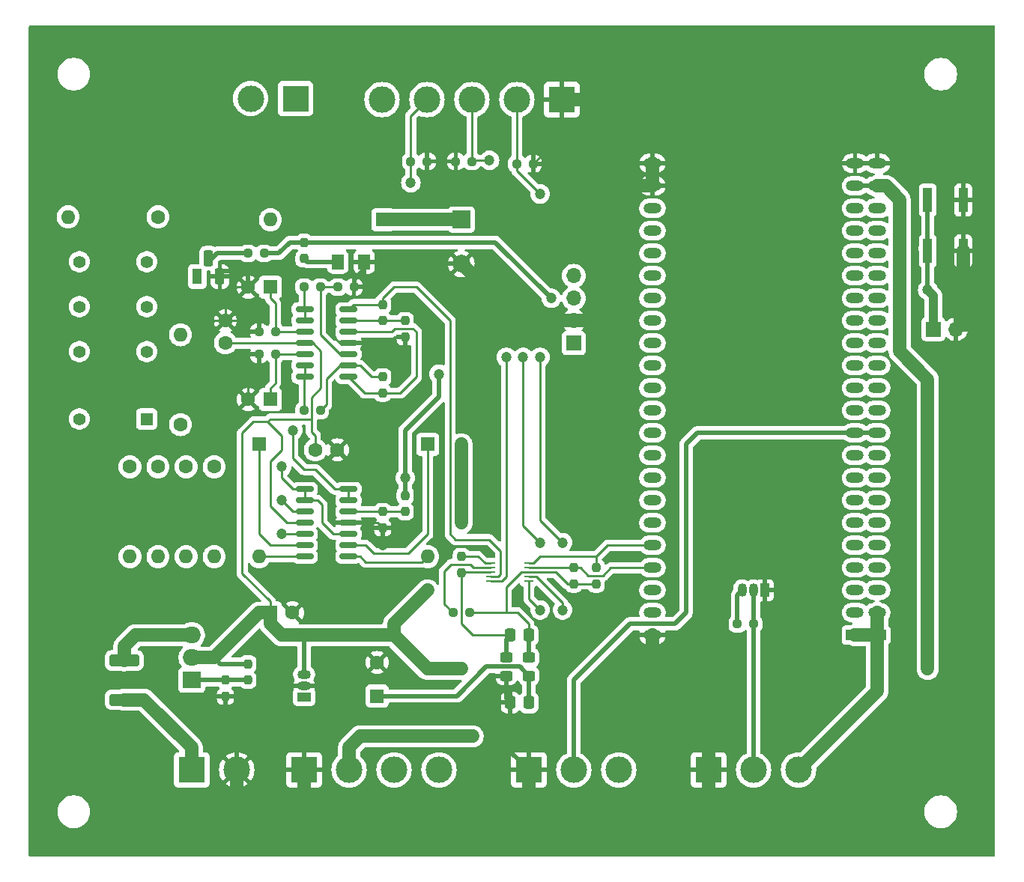
<source format=gtl>
G04 #@! TF.GenerationSoftware,KiCad,Pcbnew,8.0.3*
G04 #@! TF.CreationDate,2024-08-20T11:31:22+02:00*
G04 #@! TF.ProjectId,hydrocontroller_schematic,68796472-6f63-46f6-9e74-726f6c6c6572,rev?*
G04 #@! TF.SameCoordinates,Original*
G04 #@! TF.FileFunction,Copper,L1,Top*
G04 #@! TF.FilePolarity,Positive*
%FSLAX46Y46*%
G04 Gerber Fmt 4.6, Leading zero omitted, Abs format (unit mm)*
G04 Created by KiCad (PCBNEW 8.0.3) date 2024-08-20 11:31:22*
%MOMM*%
%LPD*%
G01*
G04 APERTURE LIST*
G04 Aperture macros list*
%AMRoundRect*
0 Rectangle with rounded corners*
0 $1 Rounding radius*
0 $2 $3 $4 $5 $6 $7 $8 $9 X,Y pos of 4 corners*
0 Add a 4 corners polygon primitive as box body*
4,1,4,$2,$3,$4,$5,$6,$7,$8,$9,$2,$3,0*
0 Add four circle primitives for the rounded corners*
1,1,$1+$1,$2,$3*
1,1,$1+$1,$4,$5*
1,1,$1+$1,$6,$7*
1,1,$1+$1,$8,$9*
0 Add four rect primitives between the rounded corners*
20,1,$1+$1,$2,$3,$4,$5,0*
20,1,$1+$1,$4,$5,$6,$7,0*
20,1,$1+$1,$6,$7,$8,$9,0*
20,1,$1+$1,$8,$9,$2,$3,0*%
G04 Aperture macros list end*
G04 #@! TA.AperFunction,SMDPad,CuDef*
%ADD10RoundRect,0.250001X0.462499X0.624999X-0.462499X0.624999X-0.462499X-0.624999X0.462499X-0.624999X0*%
G04 #@! TD*
G04 #@! TA.AperFunction,SMDPad,CuDef*
%ADD11RoundRect,0.237500X-0.250000X-0.237500X0.250000X-0.237500X0.250000X0.237500X-0.250000X0.237500X0*%
G04 #@! TD*
G04 #@! TA.AperFunction,SMDPad,CuDef*
%ADD12RoundRect,0.237500X-0.237500X0.250000X-0.237500X-0.250000X0.237500X-0.250000X0.237500X0.250000X0*%
G04 #@! TD*
G04 #@! TA.AperFunction,SMDPad,CuDef*
%ADD13R,1.100000X0.250000*%
G04 #@! TD*
G04 #@! TA.AperFunction,ComponentPad*
%ADD14C,1.600000*%
G04 #@! TD*
G04 #@! TA.AperFunction,SMDPad,CuDef*
%ADD15RoundRect,0.237500X0.237500X-0.250000X0.237500X0.250000X-0.237500X0.250000X-0.237500X-0.250000X0*%
G04 #@! TD*
G04 #@! TA.AperFunction,ComponentPad*
%ADD16R,1.700000X1.700000*%
G04 #@! TD*
G04 #@! TA.AperFunction,ComponentPad*
%ADD17O,1.700000X1.700000*%
G04 #@! TD*
G04 #@! TA.AperFunction,ComponentPad*
%ADD18R,1.400000X1.400000*%
G04 #@! TD*
G04 #@! TA.AperFunction,ComponentPad*
%ADD19C,1.400000*%
G04 #@! TD*
G04 #@! TA.AperFunction,ComponentPad*
%ADD20O,1.600000X1.600000*%
G04 #@! TD*
G04 #@! TA.AperFunction,SMDPad,CuDef*
%ADD21RoundRect,0.237500X0.250000X0.237500X-0.250000X0.237500X-0.250000X-0.237500X0.250000X-0.237500X0*%
G04 #@! TD*
G04 #@! TA.AperFunction,ComponentPad*
%ADD22R,3.000000X3.000000*%
G04 #@! TD*
G04 #@! TA.AperFunction,ComponentPad*
%ADD23C,3.000000*%
G04 #@! TD*
G04 #@! TA.AperFunction,ComponentPad*
%ADD24R,1.600000X1.600000*%
G04 #@! TD*
G04 #@! TA.AperFunction,SMDPad,CuDef*
%ADD25R,1.000000X2.750000*%
G04 #@! TD*
G04 #@! TA.AperFunction,SMDPad,CuDef*
%ADD26RoundRect,0.150000X-0.825000X-0.150000X0.825000X-0.150000X0.825000X0.150000X-0.825000X0.150000X0*%
G04 #@! TD*
G04 #@! TA.AperFunction,ComponentPad*
%ADD27R,2.000000X2.000000*%
G04 #@! TD*
G04 #@! TA.AperFunction,ComponentPad*
%ADD28C,2.000000*%
G04 #@! TD*
G04 #@! TA.AperFunction,SMDPad,CuDef*
%ADD29RoundRect,0.250000X0.337500X0.475000X-0.337500X0.475000X-0.337500X-0.475000X0.337500X-0.475000X0*%
G04 #@! TD*
G04 #@! TA.AperFunction,ComponentPad*
%ADD30R,2.000000X1.905000*%
G04 #@! TD*
G04 #@! TA.AperFunction,ComponentPad*
%ADD31O,2.000000X1.905000*%
G04 #@! TD*
G04 #@! TA.AperFunction,ComponentPad*
%ADD32R,1.100000X1.800000*%
G04 #@! TD*
G04 #@! TA.AperFunction,ComponentPad*
%ADD33RoundRect,0.275000X-0.275000X-0.625000X0.275000X-0.625000X0.275000X0.625000X-0.275000X0.625000X0*%
G04 #@! TD*
G04 #@! TA.AperFunction,SMDPad,CuDef*
%ADD34RoundRect,0.250000X-0.450000X0.325000X-0.450000X-0.325000X0.450000X-0.325000X0.450000X0.325000X0*%
G04 #@! TD*
G04 #@! TA.AperFunction,SMDPad,CuDef*
%ADD35RoundRect,0.250000X1.450000X-0.400000X1.450000X0.400000X-1.450000X0.400000X-1.450000X-0.400000X0*%
G04 #@! TD*
G04 #@! TA.AperFunction,ComponentPad*
%ADD36R,1.500000X1.050000*%
G04 #@! TD*
G04 #@! TA.AperFunction,ComponentPad*
%ADD37O,1.500000X1.050000*%
G04 #@! TD*
G04 #@! TA.AperFunction,ComponentPad*
%ADD38R,2.000000X1.200000*%
G04 #@! TD*
G04 #@! TA.AperFunction,ComponentPad*
%ADD39O,2.000000X1.200000*%
G04 #@! TD*
G04 #@! TA.AperFunction,ComponentPad*
%ADD40R,1.050000X1.500000*%
G04 #@! TD*
G04 #@! TA.AperFunction,ComponentPad*
%ADD41O,1.050000X1.500000*%
G04 #@! TD*
G04 #@! TA.AperFunction,ViaPad*
%ADD42C,1.200000*%
G04 #@! TD*
G04 #@! TA.AperFunction,Conductor*
%ADD43C,0.250000*%
G04 #@! TD*
G04 #@! TA.AperFunction,Conductor*
%ADD44C,0.500000*%
G04 #@! TD*
G04 #@! TA.AperFunction,Conductor*
%ADD45C,1.500000*%
G04 #@! TD*
G04 #@! TA.AperFunction,Conductor*
%ADD46C,1.000000*%
G04 #@! TD*
G04 APERTURE END LIST*
D10*
X93780000Y-57198674D03*
X90805000Y-57198674D03*
D11*
X90805000Y-60053674D03*
X92630000Y-60053674D03*
D12*
X78105000Y-104503674D03*
X78105000Y-106328674D03*
D13*
X108095000Y-91303674D03*
X108095000Y-91803674D03*
X108095000Y-92303674D03*
X108095000Y-92803674D03*
X108095000Y-93303674D03*
X112395000Y-93303674D03*
X112395000Y-92803674D03*
X112395000Y-92303674D03*
X112395000Y-91803674D03*
X112395000Y-91303674D03*
D14*
X78105000Y-66363674D03*
X78105000Y-63863674D03*
D15*
X95885000Y-87278674D03*
X95885000Y-85453674D03*
D16*
X117475000Y-66403674D03*
D17*
X117475000Y-63863674D03*
X117475000Y-61323674D03*
X117475000Y-58783674D03*
D18*
X69215000Y-74978674D03*
D19*
X69215000Y-67358674D03*
X69215000Y-62278674D03*
X69215000Y-57198674D03*
X61595000Y-57198674D03*
X61595000Y-62278674D03*
X61595000Y-67358674D03*
X61595000Y-74978674D03*
D14*
X67310000Y-80373674D03*
D20*
X67310000Y-90533674D03*
D21*
X82470000Y-56243674D03*
X80645000Y-56243674D03*
D11*
X86995000Y-74023674D03*
X88820000Y-74023674D03*
D22*
X86026000Y-38735000D03*
D23*
X80946000Y-38735000D03*
D24*
X83185000Y-96883674D03*
D14*
X85685000Y-96883674D03*
X88265000Y-78468674D03*
X90765000Y-78468674D03*
D25*
X161480000Y-50213674D03*
X161480000Y-55963674D03*
X157480000Y-50213674D03*
X157480000Y-55963674D03*
D22*
X86995000Y-114663674D03*
D23*
X92075000Y-114663674D03*
X97155000Y-114663674D03*
X102235000Y-114663674D03*
D11*
X135970000Y-98153674D03*
X137795000Y-98153674D03*
X111045000Y-46124500D03*
X112870000Y-46124500D03*
D14*
X70485000Y-52118674D03*
D20*
X60325000Y-52118674D03*
D22*
X74295000Y-114663674D03*
D23*
X79375000Y-114663674D03*
D22*
X132715000Y-114663674D03*
D23*
X137795000Y-114663674D03*
X142875000Y-114663674D03*
D15*
X98425000Y-65688674D03*
X98425000Y-63863674D03*
D26*
X87060000Y-82913674D03*
X87060000Y-84183674D03*
X87060000Y-85453674D03*
X87060000Y-86723674D03*
X87060000Y-87993674D03*
X87060000Y-89263674D03*
X87060000Y-90533674D03*
X92010000Y-90533674D03*
X92010000Y-89263674D03*
X92010000Y-87993674D03*
X92010000Y-86723674D03*
X92010000Y-85453674D03*
X92010000Y-84183674D03*
X92010000Y-82913674D03*
D24*
X83185000Y-60053674D03*
D14*
X80685000Y-60053674D03*
D24*
X83185000Y-72753674D03*
D14*
X80685000Y-72753674D03*
D27*
X104775000Y-52433674D03*
D28*
X104775000Y-57433674D03*
D15*
X120015000Y-93628674D03*
X120015000Y-91803674D03*
X95885000Y-63863674D03*
X95885000Y-62038674D03*
D11*
X81915000Y-65133674D03*
X83740000Y-65133674D03*
X99060000Y-45847000D03*
X100885000Y-45847000D03*
D24*
X81915000Y-77833674D03*
D20*
X81915000Y-90533674D03*
D14*
X70485000Y-80373674D03*
D20*
X70485000Y-90533674D03*
D11*
X81915000Y-67673674D03*
X83740000Y-67673674D03*
D29*
X112395000Y-99423674D03*
X110320000Y-99423674D03*
D24*
X95885000Y-52433674D03*
D20*
X83185000Y-52433674D03*
D30*
X74295000Y-104503674D03*
D31*
X74295000Y-101963674D03*
X74295000Y-99423674D03*
D24*
X95250000Y-106306325D03*
D14*
X95250000Y-102506325D03*
D12*
X80645000Y-102678674D03*
X80645000Y-104503674D03*
D21*
X105965000Y-45847000D03*
X104140000Y-45847000D03*
D29*
X112395000Y-107043674D03*
X110320000Y-107043674D03*
D32*
X74930000Y-58868674D03*
D33*
X76200000Y-56798674D03*
X77470000Y-58868674D03*
D24*
X100965000Y-77833674D03*
D20*
X100965000Y-90533674D03*
D34*
X109855000Y-101963674D03*
X109855000Y-104013674D03*
D22*
X112395000Y-114663674D03*
D23*
X117475000Y-114663674D03*
X122555000Y-114663674D03*
D35*
X66675000Y-106728674D03*
X66675000Y-102278674D03*
D14*
X73660000Y-80373674D03*
D20*
X73660000Y-90533674D03*
D16*
X158115000Y-64818674D03*
D17*
X160655000Y-64818674D03*
D22*
X116125000Y-38862000D03*
D23*
X111045000Y-38862000D03*
X105965000Y-38862000D03*
X100885000Y-38862000D03*
X95805000Y-38862000D03*
D12*
X104775000Y-90533674D03*
X104775000Y-92358674D03*
X86995000Y-55016174D03*
X86995000Y-56841174D03*
D15*
X117475000Y-93628674D03*
X117475000Y-91803674D03*
X98425000Y-85453674D03*
X98425000Y-83628674D03*
D14*
X73025000Y-75613674D03*
D20*
X73025000Y-65453674D03*
D11*
X86995000Y-60053674D03*
X88820000Y-60053674D03*
D34*
X112395000Y-101963674D03*
X112395000Y-104013674D03*
D36*
X86995000Y-106408674D03*
D37*
X86995000Y-105138674D03*
X86995000Y-103868674D03*
D26*
X87060000Y-62593674D03*
X87060000Y-63863674D03*
X87060000Y-65133674D03*
X87060000Y-66403674D03*
X87060000Y-67673674D03*
X87060000Y-68943674D03*
X87060000Y-70213674D03*
X92010000Y-70213674D03*
X92010000Y-68943674D03*
X92010000Y-67673674D03*
X92010000Y-66403674D03*
X92010000Y-65133674D03*
X92010000Y-63863674D03*
X92010000Y-62593674D03*
D14*
X76835000Y-80373674D03*
D20*
X76835000Y-90533674D03*
D21*
X105687500Y-96883674D03*
X103862500Y-96883674D03*
D38*
X151765000Y-99423674D03*
X149265000Y-99423674D03*
D39*
X151765000Y-96883674D03*
X149265000Y-96883674D03*
X151765000Y-94343674D03*
X149265000Y-94343674D03*
X151765000Y-91803674D03*
X149265000Y-91803674D03*
X151765000Y-89263674D03*
X149265000Y-89263674D03*
X151765000Y-86723674D03*
X149265000Y-86723674D03*
X151765000Y-84183674D03*
X149265000Y-84183674D03*
X151765000Y-81643674D03*
X149265000Y-81643674D03*
X151765000Y-79103674D03*
X149265000Y-79103674D03*
X151765000Y-76563674D03*
X149265000Y-76563674D03*
X151765000Y-74023674D03*
X149265000Y-74023674D03*
X151765000Y-71483674D03*
X149265000Y-71483674D03*
X151765000Y-68943674D03*
X149265000Y-68943674D03*
X151765000Y-66403674D03*
X149265000Y-66403674D03*
X151765000Y-63863674D03*
X149265000Y-63863674D03*
X151765000Y-61323674D03*
X149265000Y-61323674D03*
X151765000Y-58783674D03*
X149265000Y-58783674D03*
X151765000Y-56243674D03*
X149265000Y-56243674D03*
X151765000Y-53703674D03*
X149265000Y-53703674D03*
X151768680Y-51166394D03*
X149268680Y-51166394D03*
X151768680Y-48626394D03*
X149268680Y-48626394D03*
X151768680Y-46086394D03*
X149268680Y-46086394D03*
X126365000Y-46083674D03*
X126365000Y-48623674D03*
X126365000Y-51163674D03*
X126365000Y-53703674D03*
X126365000Y-56243674D03*
X126365000Y-58783674D03*
X126365000Y-61323674D03*
X126365000Y-63863674D03*
X126365000Y-66403674D03*
X126365000Y-68943674D03*
X126365000Y-71483674D03*
X126365000Y-74023674D03*
X126365000Y-76563674D03*
X126365000Y-79103674D03*
X126365000Y-81643674D03*
X126365000Y-84183674D03*
X126365000Y-86723674D03*
X126365000Y-89263674D03*
X126365000Y-91803674D03*
X126365000Y-94343674D03*
X126365000Y-96883674D03*
X126365000Y-99423674D03*
D12*
X95885000Y-70213674D03*
X95885000Y-72038674D03*
D40*
X139065000Y-94343674D03*
D41*
X137795000Y-94343674D03*
X136525000Y-94343674D03*
D42*
X84455000Y-80373674D03*
X75311000Y-94343674D03*
X94615000Y-74930000D03*
X95885000Y-89263674D03*
X104775000Y-103233674D03*
X104775000Y-86723674D03*
X100965000Y-94343674D03*
X104775000Y-77833674D03*
X157480000Y-103233674D03*
X98425000Y-81643674D03*
X102235000Y-69898674D03*
X113665000Y-49530000D03*
X116205000Y-88948674D03*
X113665000Y-67993674D03*
X116205000Y-96568674D03*
X114935000Y-61323674D03*
X106045000Y-110853674D03*
X84455000Y-84183674D03*
X85725000Y-76248674D03*
X84455000Y-87993674D03*
X109855000Y-67993674D03*
X99060000Y-48260000D03*
X111760000Y-67993674D03*
X113665000Y-88948674D03*
X107950000Y-45720000D03*
X113665000Y-96568674D03*
X157480000Y-60373674D03*
D43*
X84520000Y-80373674D02*
X84455000Y-80373674D01*
X89027000Y-84691674D02*
X88519000Y-84183674D01*
X88519000Y-84183674D02*
X87060000Y-84183674D01*
X87060000Y-82913674D02*
X85725000Y-82913674D01*
X87060000Y-84183674D02*
X87060000Y-82913674D01*
X92010000Y-87993674D02*
X90297000Y-87993674D01*
X84455000Y-81643674D02*
X84455000Y-80373674D01*
X90297000Y-87993674D02*
X89027000Y-86723674D01*
X89027000Y-86723674D02*
X89027000Y-84691674D01*
X85725000Y-82913674D02*
X84455000Y-81643674D01*
X95885000Y-85453674D02*
X92010000Y-85453674D01*
X98425000Y-85453674D02*
X95885000Y-85453674D01*
X94905000Y-90188674D02*
X93980000Y-89263674D01*
X100965000Y-87993674D02*
X98770000Y-90188674D01*
X100965000Y-77833674D02*
X100965000Y-87993674D01*
X83185000Y-61323674D02*
X83185000Y-60053674D01*
X83740000Y-65133674D02*
X87060000Y-65133674D01*
X93980000Y-89263674D02*
X92010000Y-89263674D01*
X83740000Y-61878674D02*
X83185000Y-61323674D01*
X83740000Y-65133674D02*
X83740000Y-61878674D01*
X98770000Y-90188674D02*
X94905000Y-90188674D01*
D44*
X109855000Y-106578674D02*
X110320000Y-107043674D01*
D45*
X122555000Y-41275000D02*
X120142000Y-38862000D01*
D43*
X76200000Y-77198674D02*
X76240000Y-77198674D01*
D44*
X159702720Y-46086394D02*
X161480000Y-47863674D01*
D45*
X79375000Y-117203674D02*
X80645000Y-118473674D01*
D43*
X79375000Y-60053674D02*
X78105000Y-61323674D01*
D44*
X110320000Y-112588674D02*
X112395000Y-114663674D01*
D45*
X117475000Y-63863674D02*
X121285000Y-63863674D01*
D43*
X79375000Y-68943674D02*
X76835000Y-68943674D01*
X76835000Y-68943674D02*
X75565000Y-67673674D01*
X97235000Y-65688674D02*
X98425000Y-65688674D01*
D45*
X123825000Y-48623674D02*
X126365000Y-48623674D01*
X122555000Y-62593674D02*
X122555000Y-49893674D01*
D44*
X109855000Y-104013674D02*
X109855000Y-106578674D01*
X161480000Y-47863674D02*
X161480000Y-50213674D01*
D43*
X80685000Y-71443674D02*
X81915000Y-70213674D01*
X81915000Y-70213674D02*
X81915000Y-67673674D01*
X95885000Y-87278674D02*
X95885000Y-89263674D01*
D45*
X161480000Y-63993674D02*
X161480000Y-55963674D01*
D43*
X96520000Y-66403674D02*
X97235000Y-65688674D01*
X95330000Y-86723674D02*
X95885000Y-87278674D01*
D44*
X130175000Y-99423674D02*
X126365000Y-99423674D01*
X132715000Y-91803674D02*
X131445000Y-93073674D01*
D45*
X122555000Y-49893674D02*
X123825000Y-48623674D01*
D43*
X76835000Y-63863674D02*
X78105000Y-63863674D01*
D45*
X104775000Y-57433674D02*
X111205000Y-63863674D01*
D44*
X77470000Y-58468674D02*
X77724000Y-58214674D01*
D43*
X89535000Y-64903673D02*
X89535000Y-62593674D01*
X80645000Y-67673674D02*
X79375000Y-68943674D01*
D44*
X95107316Y-57198674D02*
X93780000Y-57198674D01*
X110320000Y-107043674D02*
X110320000Y-112588674D01*
D43*
X80685000Y-60053674D02*
X79375000Y-60053674D01*
D45*
X79375000Y-114663674D02*
X79375000Y-117203674D01*
X112395000Y-118473674D02*
X132715000Y-118473674D01*
D44*
X151768680Y-46086394D02*
X149268680Y-46086394D01*
X93780000Y-58033674D02*
X92630000Y-59183674D01*
X139065000Y-94343674D02*
X139065000Y-93073674D01*
X131445000Y-98153674D02*
X130175000Y-99423674D01*
D43*
X80685000Y-72753674D02*
X80685000Y-71443674D01*
D44*
X80391000Y-58214674D02*
X80685000Y-58508674D01*
D43*
X92010000Y-66403674D02*
X91035001Y-66403674D01*
D44*
X95342316Y-57433674D02*
X95107316Y-57198674D01*
X104775000Y-57433674D02*
X95342316Y-57433674D01*
D43*
X92010000Y-86723674D02*
X91440000Y-86723674D01*
D45*
X80645000Y-118473674D02*
X86995000Y-118473674D01*
X111205000Y-63863674D02*
X117475000Y-63863674D01*
X112395000Y-114663674D02*
X112395000Y-118473674D01*
D43*
X75565000Y-65133674D02*
X76835000Y-63863674D01*
X75311000Y-94343674D02*
X75311000Y-78087674D01*
D45*
X126365000Y-99423674D02*
X126365000Y-101963674D01*
D43*
X90805000Y-61323674D02*
X92075000Y-61323674D01*
D45*
X122555000Y-49893674D02*
X122555000Y-41275000D01*
D43*
X116125000Y-42869500D02*
X112870000Y-46124500D01*
D45*
X132715000Y-118473674D02*
X132715000Y-114663674D01*
D44*
X77724000Y-58214674D02*
X80391000Y-58214674D01*
X161480000Y-50213674D02*
X161480000Y-55963674D01*
D43*
X92630000Y-60768674D02*
X92630000Y-60053674D01*
X75311000Y-78087674D02*
X76200000Y-77198674D01*
X92075000Y-61323674D02*
X92630000Y-60768674D01*
D44*
X78105000Y-106328674D02*
X78105000Y-109583674D01*
X93780000Y-57198674D02*
X93780000Y-58033674D01*
X151768680Y-46086394D02*
X159702720Y-46086394D01*
X82630000Y-106328674D02*
X78105000Y-106328674D01*
X92630000Y-59183674D02*
X92630000Y-60053674D01*
D43*
X90765000Y-78468674D02*
X94303674Y-74930000D01*
X81915000Y-65133674D02*
X80645000Y-65133674D01*
X79375000Y-63863674D02*
X78105000Y-63863674D01*
X89535000Y-62593674D02*
X90805000Y-61323674D01*
D44*
X80685000Y-58508674D02*
X80685000Y-60053674D01*
X137795000Y-91803674D02*
X132715000Y-91803674D01*
D43*
X92010000Y-86723674D02*
X95330000Y-86723674D01*
D44*
X79375000Y-110853674D02*
X79375000Y-114663674D01*
D43*
X94303674Y-74930000D02*
X94615000Y-74930000D01*
D44*
X131445000Y-93073674D02*
X131445000Y-98153674D01*
D43*
X116125000Y-38862000D02*
X116125000Y-42869500D01*
X76240000Y-77198674D02*
X80685000Y-72753674D01*
D44*
X139065000Y-93073674D02*
X137795000Y-91803674D01*
D43*
X80645000Y-65133674D02*
X79375000Y-63863674D01*
D45*
X126365000Y-48623674D02*
X126365000Y-46083674D01*
X86995000Y-114663674D02*
X86995000Y-118473674D01*
X126365000Y-101963674D02*
X132715000Y-108313674D01*
D43*
X78105000Y-61323674D02*
X78105000Y-63863674D01*
D44*
X83820000Y-105138674D02*
X82630000Y-106328674D01*
D43*
X91035001Y-66403674D02*
X89535000Y-64903673D01*
D45*
X132715000Y-108313674D02*
X132715000Y-114663674D01*
X160655000Y-64818674D02*
X161480000Y-63993674D01*
X121285000Y-63863674D02*
X122555000Y-62593674D01*
D44*
X78105000Y-109583674D02*
X79375000Y-110853674D01*
D45*
X86995000Y-118473674D02*
X112395000Y-118473674D01*
X120142000Y-38862000D02*
X116125000Y-38862000D01*
D44*
X86995000Y-105138674D02*
X83820000Y-105138674D01*
D43*
X75565000Y-67673674D02*
X75565000Y-65133674D01*
X92010000Y-66403674D02*
X96520000Y-66403674D01*
X104140000Y-45847000D02*
X100885000Y-45847000D01*
X81915000Y-67673674D02*
X80645000Y-67673674D01*
X83185000Y-89263674D02*
X87060000Y-89263674D01*
X81915000Y-77833674D02*
X81915000Y-87993674D01*
X81915000Y-87993674D02*
X83185000Y-89263674D01*
X83740000Y-67673674D02*
X87060000Y-67673674D01*
X83740000Y-70928674D02*
X83185000Y-71483674D01*
X83185000Y-71483674D02*
X83185000Y-72753674D01*
X83740000Y-67673674D02*
X83740000Y-70928674D01*
D45*
X104775000Y-77833674D02*
X104775000Y-86723674D01*
D43*
X87807500Y-72576174D02*
X87807500Y-74978674D01*
X87060000Y-66403674D02*
X78145000Y-66403674D01*
X87807500Y-76426174D02*
X88265000Y-76883674D01*
D44*
X151768680Y-48626394D02*
X149268680Y-48626394D01*
D45*
X157480000Y-103233674D02*
X157480000Y-70485000D01*
D43*
X83185000Y-84818674D02*
X85090000Y-86723674D01*
D45*
X157480000Y-70485000D02*
X154305000Y-67310000D01*
X76835000Y-101963674D02*
X74295000Y-101963674D01*
X81915000Y-96883674D02*
X76835000Y-101963674D01*
D43*
X78145000Y-66403674D02*
X78105000Y-66363674D01*
X87807500Y-74978674D02*
X83180000Y-74978674D01*
X84455000Y-78468674D02*
X83185000Y-79738674D01*
D45*
X83185000Y-96883674D02*
X83185000Y-98153674D01*
D43*
X82865000Y-75293674D02*
X84455000Y-76883674D01*
X83180000Y-74978674D02*
X82865000Y-75293674D01*
D45*
X100965000Y-103233674D02*
X97155000Y-99423674D01*
X104775000Y-52433674D02*
X95885000Y-52433674D01*
X152766394Y-48626394D02*
X151768680Y-48626394D01*
D43*
X83185000Y-96883674D02*
X83185000Y-95613674D01*
D45*
X154305000Y-67310000D02*
X154305000Y-50165000D01*
X84455000Y-99423674D02*
X86995000Y-99423674D01*
D43*
X87807500Y-72576174D02*
X88900000Y-71483674D01*
D45*
X104775000Y-103233674D02*
X100965000Y-103233674D01*
D43*
X81280000Y-75293674D02*
X82865000Y-75293674D01*
D45*
X97155000Y-98153674D02*
X97155000Y-99423674D01*
D43*
X85090000Y-86723674D02*
X87060000Y-86723674D01*
X87807500Y-74978674D02*
X87807500Y-76426174D01*
X88900000Y-67268675D02*
X88034999Y-66403674D01*
X83185000Y-95613674D02*
X80010000Y-92438674D01*
X80010000Y-92438674D02*
X80010000Y-76563674D01*
X83185000Y-79738674D02*
X83185000Y-84818674D01*
D45*
X97155000Y-99423674D02*
X86995000Y-99423674D01*
D43*
X88900000Y-71483674D02*
X88900000Y-67268675D01*
X88034999Y-66403674D02*
X87060000Y-66403674D01*
D44*
X80645000Y-102678674D02*
X77550000Y-102678674D01*
D43*
X84455000Y-76883674D02*
X84455000Y-78468674D01*
D45*
X100965000Y-94343674D02*
X97155000Y-98153674D01*
X83185000Y-98153674D02*
X84455000Y-99423674D01*
D44*
X77550000Y-102678674D02*
X76835000Y-101963674D01*
D43*
X88265000Y-76883674D02*
X88265000Y-78468674D01*
D45*
X154305000Y-50165000D02*
X152766394Y-48626394D01*
D44*
X86995000Y-103868674D02*
X86995000Y-99423674D01*
D45*
X83185000Y-96883674D02*
X81915000Y-96883674D01*
D43*
X80010000Y-76563674D02*
X81280000Y-75293674D01*
D44*
X107560000Y-102988674D02*
X104242349Y-106306325D01*
X112395000Y-107043674D02*
X112395000Y-104013674D01*
X112395000Y-104013674D02*
X111370000Y-102988674D01*
X98425000Y-76248674D02*
X102235000Y-72438674D01*
X98425000Y-81643674D02*
X98425000Y-83628674D01*
X98425000Y-81643674D02*
X98425000Y-76248674D01*
X102235000Y-72438674D02*
X102235000Y-69898674D01*
X111370000Y-102988674D02*
X107560000Y-102988674D01*
X104242349Y-106306325D02*
X95250000Y-106306325D01*
D43*
X92010000Y-90533674D02*
X93345000Y-90533674D01*
X100330000Y-91168674D02*
X100965000Y-90533674D01*
X93345000Y-90533674D02*
X93980000Y-91168674D01*
X93980000Y-91168674D02*
X100330000Y-91168674D01*
X81915000Y-90533674D02*
X87060000Y-90533674D01*
D45*
X66675000Y-106728674D02*
X68900000Y-106728674D01*
X68900000Y-106728674D02*
X74295000Y-112123674D01*
X74295000Y-112123674D02*
X74295000Y-114663674D01*
X67945000Y-99423674D02*
X66675000Y-100693674D01*
X74295000Y-99423674D02*
X67945000Y-99423674D01*
X66675000Y-100693674D02*
X66675000Y-102278674D01*
D43*
X126365000Y-91803674D02*
X121666000Y-91803674D01*
X118237000Y-91803674D02*
X117475000Y-91803674D01*
X119126000Y-92692674D02*
X118237000Y-91803674D01*
X120777000Y-92692674D02*
X119126000Y-92692674D01*
X121666000Y-91803674D02*
X120777000Y-92692674D01*
X117475000Y-91803674D02*
X112395000Y-91803674D01*
X112395000Y-91303674D02*
X112895000Y-91303674D01*
X113665000Y-90533674D02*
X120015000Y-90533674D01*
X112895000Y-91303674D02*
X113665000Y-90533674D01*
X120015000Y-91803674D02*
X120015000Y-90533674D01*
X121285000Y-89263674D02*
X126365000Y-89263674D01*
X120015000Y-90533674D02*
X121285000Y-89263674D01*
D44*
X137795000Y-98153674D02*
X137795000Y-114663674D01*
X137795000Y-98153674D02*
X137795000Y-94343674D01*
X128905000Y-98153674D02*
X130175000Y-96883674D01*
X130175000Y-96883674D02*
X130175000Y-77833674D01*
X131445000Y-76563674D02*
X151765000Y-76563674D01*
X117475000Y-104503674D02*
X123825000Y-98153674D01*
X123825000Y-98153674D02*
X128905000Y-98153674D01*
X117475000Y-114663674D02*
X117475000Y-104503674D01*
X130175000Y-77833674D02*
X131445000Y-76563674D01*
D43*
X95885000Y-62038674D02*
X95885000Y-61323674D01*
X95885000Y-61323674D02*
X97155000Y-60053674D01*
X99695000Y-60053674D02*
X103505000Y-63863674D01*
X109220000Y-92503674D02*
X108920000Y-92803674D01*
X97155000Y-60053674D02*
X99695000Y-60053674D01*
X103505000Y-63863674D02*
X103505000Y-87993674D01*
X103505000Y-87993674D02*
X104140000Y-88628674D01*
X104140000Y-88628674D02*
X107950000Y-88628674D01*
X109220000Y-89898674D02*
X109220000Y-92503674D01*
X95885000Y-62038674D02*
X92565000Y-62038674D01*
X108920000Y-92803674D02*
X108095000Y-92803674D01*
X92565000Y-62038674D02*
X92010000Y-62593674D01*
X107950000Y-88628674D02*
X109220000Y-89898674D01*
X104775000Y-98153674D02*
X104775000Y-92358674D01*
X110320000Y-99423674D02*
X106045000Y-99423674D01*
X108095000Y-92303674D02*
X104830000Y-92303674D01*
D44*
X109855000Y-99888674D02*
X110320000Y-99423674D01*
X109855000Y-101963674D02*
X109855000Y-99888674D01*
D43*
X104830000Y-92303674D02*
X104775000Y-92358674D01*
X106045000Y-99423674D02*
X104775000Y-98153674D01*
X115435000Y-92303674D02*
X112395000Y-92303674D01*
X112395000Y-98153674D02*
X112395000Y-99423674D01*
X111570000Y-92303674D02*
X109855000Y-94018674D01*
X116760000Y-93628674D02*
X115435000Y-92303674D01*
D44*
X112395000Y-101963674D02*
X112395000Y-99423674D01*
D43*
X109855000Y-94018674D02*
X109855000Y-96883674D01*
X111125000Y-96883674D02*
X112395000Y-98153674D01*
X109855000Y-96883674D02*
X111125000Y-96883674D01*
X120015000Y-93628674D02*
X117475000Y-93628674D01*
X105687500Y-96883674D02*
X109855000Y-96883674D01*
X117475000Y-93628674D02*
X116760000Y-93628674D01*
X112395000Y-92303674D02*
X111570000Y-92303674D01*
X106680000Y-90533674D02*
X104775000Y-90533674D01*
X108095000Y-91303674D02*
X107450000Y-91303674D01*
X107450000Y-91303674D02*
X106680000Y-90533674D01*
X106172000Y-91803674D02*
X105791000Y-91422674D01*
X103632000Y-91422674D02*
X102870000Y-92184674D01*
X102870000Y-95891174D02*
X103862500Y-96883674D01*
X102870000Y-92184674D02*
X102870000Y-95891174D01*
X105791000Y-91422674D02*
X103632000Y-91422674D01*
X108095000Y-91803674D02*
X106172000Y-91803674D01*
X116205000Y-95788674D02*
X116205000Y-96568674D01*
X113665000Y-49530000D02*
X111045000Y-46910000D01*
X111045000Y-38862000D02*
X111045000Y-46124500D01*
X113220000Y-92803674D02*
X116205000Y-95788674D01*
X112395000Y-92803674D02*
X113220000Y-92803674D01*
X111045000Y-46910000D02*
X111045000Y-46124500D01*
X116205000Y-88948674D02*
X113665000Y-86408674D01*
X113665000Y-86408674D02*
X113665000Y-67993674D01*
D44*
X77155000Y-56243674D02*
X76200000Y-57198674D01*
X80645000Y-56243674D02*
X77155000Y-56243674D01*
X86995000Y-55016174D02*
X85367500Y-55016174D01*
X114935000Y-61323674D02*
X108627500Y-55016174D01*
X85367500Y-55016174D02*
X84140000Y-56243674D01*
X108627500Y-55016174D02*
X86995000Y-55016174D01*
X84140000Y-56243674D02*
X82470000Y-56243674D01*
D43*
X89535000Y-60053674D02*
X90805000Y-60053674D01*
X92010000Y-67673674D02*
X91035001Y-67673674D01*
X88820000Y-60053674D02*
X89535000Y-60053674D01*
X88820000Y-65458673D02*
X88820000Y-60053674D01*
X91035001Y-67673674D02*
X88820000Y-65458673D01*
X86995000Y-62528674D02*
X87060000Y-62593674D01*
X87060000Y-62593674D02*
X87060000Y-63863674D01*
X86995000Y-60053674D02*
X86995000Y-62528674D01*
X91035001Y-68943674D02*
X92010000Y-68943674D01*
X93345000Y-68943674D02*
X92010000Y-68943674D01*
X94615000Y-70213674D02*
X93345000Y-68943674D01*
X88820000Y-74023674D02*
X89535000Y-73308674D01*
X89535000Y-70443675D02*
X91035001Y-68943674D01*
X89535000Y-73308674D02*
X89535000Y-70443675D01*
X95885000Y-70213674D02*
X94615000Y-70213674D01*
X86995000Y-70278674D02*
X87060000Y-70213674D01*
X86995000Y-74023674D02*
X86995000Y-70278674D01*
X87060000Y-70213674D02*
X87060000Y-68943674D01*
X97870000Y-72038674D02*
X95885000Y-72038674D01*
X99314000Y-64752674D02*
X97282000Y-64752674D01*
X97282000Y-64752674D02*
X96901000Y-65133674D01*
X97870000Y-72038674D02*
X99695000Y-70213674D01*
X99695000Y-70213674D02*
X99695000Y-65133674D01*
X96901000Y-65133674D02*
X92010000Y-65133674D01*
X99695000Y-65133674D02*
X99314000Y-64752674D01*
X93835000Y-72038674D02*
X92010000Y-70213674D01*
X95885000Y-72038674D02*
X93835000Y-72038674D01*
X95885000Y-63863674D02*
X98425000Y-63863674D01*
X92010000Y-63863674D02*
X95885000Y-63863674D01*
D44*
X135970000Y-94898674D02*
X136525000Y-94343674D01*
X135970000Y-98153674D02*
X135970000Y-94898674D01*
D45*
X151765000Y-105773674D02*
X151765000Y-99423674D01*
X151765000Y-99423674D02*
X149265000Y-99423674D01*
X92075000Y-112123674D02*
X92075000Y-114663674D01*
X106045000Y-110853674D02*
X93345000Y-110853674D01*
X151765000Y-99423674D02*
X151765000Y-96883674D01*
X142875000Y-114663674D02*
X151765000Y-105773674D01*
X93345000Y-110853674D02*
X92075000Y-112123674D01*
D44*
X74295000Y-104503674D02*
X78105000Y-104503674D01*
X78105000Y-104503674D02*
X80645000Y-104503674D01*
D43*
X84455000Y-84183674D02*
X85725000Y-85453674D01*
X85725000Y-85453674D02*
X87060000Y-85453674D01*
X86995000Y-80693674D02*
X85725000Y-79423674D01*
X85725000Y-79423674D02*
X85725000Y-76248674D01*
X90485000Y-82913674D02*
X88265000Y-80693674D01*
X92010000Y-82913674D02*
X90485000Y-82913674D01*
X88265000Y-80693674D02*
X86995000Y-80693674D01*
X92010000Y-84183674D02*
X92010000Y-82913674D01*
X87060000Y-87993674D02*
X84455000Y-87993674D01*
X108095000Y-93303674D02*
X109310000Y-93303674D01*
X109310000Y-93303674D02*
X109855000Y-92758674D01*
X109855000Y-92758674D02*
X109855000Y-67993674D01*
X99060000Y-48260000D02*
X99060000Y-45847000D01*
X100885000Y-38862000D02*
X99060000Y-40687000D01*
X99060000Y-40687000D02*
X99060000Y-45847000D01*
X112395000Y-93303674D02*
X112395000Y-95298674D01*
X111760000Y-87043674D02*
X111760000Y-67993674D01*
X106092000Y-45720000D02*
X105965000Y-45847000D01*
X105965000Y-38862000D02*
X105965000Y-45847000D01*
X107950000Y-45720000D02*
X106092000Y-45720000D01*
X113665000Y-88948674D02*
X111760000Y-87043674D01*
X112395000Y-95298674D02*
X113665000Y-96568674D01*
D44*
X87352500Y-57198674D02*
X86995000Y-56841174D01*
X90805000Y-57198674D02*
X87352500Y-57198674D01*
D46*
X158115000Y-64818674D02*
X158115000Y-61008674D01*
D44*
X157480000Y-55963674D02*
X157480000Y-60373674D01*
X157165000Y-55648674D02*
X157480000Y-55963674D01*
X157480000Y-55963674D02*
X157480000Y-50213674D01*
D46*
X158115000Y-61008674D02*
X157480000Y-60373674D01*
G04 #@! TA.AperFunction,Conductor*
G36*
X102798834Y-73038721D02*
G01*
X102854767Y-73080593D01*
X102879184Y-73146057D01*
X102879500Y-73154903D01*
X102879500Y-87932067D01*
X102879500Y-88055281D01*
X102883296Y-88074363D01*
X102896911Y-88142816D01*
X102900961Y-88163174D01*
X102903535Y-88176118D01*
X102903537Y-88176125D01*
X102950688Y-88289960D01*
X102979037Y-88332386D01*
X102979038Y-88332389D01*
X102979039Y-88332389D01*
X103019140Y-88392405D01*
X103019141Y-88392406D01*
X103019142Y-88392407D01*
X103106267Y-88479532D01*
X103106268Y-88479532D01*
X103113335Y-88486599D01*
X103113334Y-88486599D01*
X103113338Y-88486602D01*
X103741263Y-89114529D01*
X103741267Y-89114532D01*
X103843710Y-89182983D01*
X103843711Y-89182983D01*
X103843715Y-89182986D01*
X103889784Y-89202068D01*
X103957548Y-89230137D01*
X103977597Y-89234125D01*
X104011196Y-89240808D01*
X104078392Y-89254175D01*
X104078394Y-89254175D01*
X104207721Y-89254175D01*
X104207741Y-89254174D01*
X107639548Y-89254174D01*
X107706587Y-89273859D01*
X107727229Y-89290493D01*
X108558181Y-90121445D01*
X108591666Y-90182768D01*
X108594500Y-90209126D01*
X108594500Y-90554174D01*
X108574815Y-90621213D01*
X108522011Y-90666968D01*
X108470500Y-90678174D01*
X107760453Y-90678174D01*
X107693414Y-90658489D01*
X107672772Y-90641855D01*
X107172928Y-90142012D01*
X107172925Y-90142008D01*
X107172925Y-90142009D01*
X107165858Y-90134942D01*
X107165858Y-90134941D01*
X107078733Y-90047816D01*
X107078732Y-90047815D01*
X107078731Y-90047814D01*
X107016485Y-90006223D01*
X106978145Y-89980604D01*
X106976285Y-89979361D01*
X106936039Y-89962691D01*
X106895792Y-89946021D01*
X106865574Y-89933504D01*
X106862453Y-89932211D01*
X106852427Y-89930217D01*
X106802029Y-89920192D01*
X106741610Y-89908174D01*
X106741607Y-89908174D01*
X106741606Y-89908174D01*
X105717191Y-89908174D01*
X105650152Y-89888489D01*
X105611652Y-89849270D01*
X105595340Y-89822824D01*
X105473351Y-89700835D01*
X105473350Y-89700834D01*
X105326516Y-89610266D01*
X105162753Y-89556000D01*
X105162751Y-89555999D01*
X105061678Y-89545674D01*
X104488330Y-89545674D01*
X104488312Y-89545675D01*
X104387247Y-89555999D01*
X104223484Y-89610266D01*
X104223481Y-89610267D01*
X104076648Y-89700835D01*
X103954661Y-89822822D01*
X103864093Y-89969655D01*
X103864091Y-89969660D01*
X103838193Y-90047816D01*
X103809826Y-90133421D01*
X103809826Y-90133422D01*
X103809825Y-90133422D01*
X103799500Y-90234489D01*
X103799500Y-90234502D01*
X103799501Y-90673174D01*
X103779817Y-90740213D01*
X103727013Y-90785968D01*
X103675501Y-90797174D01*
X103570394Y-90797174D01*
X103509971Y-90809192D01*
X103449546Y-90821211D01*
X103421447Y-90832851D01*
X103421446Y-90832851D01*
X103335719Y-90868359D01*
X103335716Y-90868361D01*
X103335715Y-90868362D01*
X103317900Y-90880265D01*
X103317899Y-90880266D01*
X103233271Y-90936812D01*
X103233269Y-90936813D01*
X103207854Y-90962229D01*
X103146142Y-91023941D01*
X102384144Y-91785938D01*
X102384138Y-91785946D01*
X102315692Y-91888379D01*
X102315684Y-91888393D01*
X102282347Y-91968881D01*
X102276823Y-91982217D01*
X102268537Y-92002219D01*
X102268535Y-92002228D01*
X102259396Y-92048172D01*
X102259397Y-92048173D01*
X102248107Y-92104937D01*
X102248106Y-92104943D01*
X102244500Y-92123068D01*
X102244500Y-93595642D01*
X102224815Y-93662681D01*
X102172011Y-93708436D01*
X102102853Y-93718380D01*
X102039297Y-93689355D01*
X102020182Y-93668527D01*
X101918834Y-93529034D01*
X101918830Y-93529029D01*
X101779644Y-93389843D01*
X101779639Y-93389839D01*
X101620408Y-93274152D01*
X101620407Y-93274151D01*
X101620405Y-93274150D01*
X101550666Y-93238616D01*
X101445030Y-93184791D01*
X101257827Y-93123964D01*
X101063422Y-93093174D01*
X101063417Y-93093174D01*
X100866584Y-93093174D01*
X100866579Y-93093174D01*
X100672173Y-93123964D01*
X100484969Y-93184791D01*
X100309594Y-93274150D01*
X100241256Y-93323801D01*
X100150355Y-93389845D01*
X100150353Y-93389847D01*
X100150352Y-93389847D01*
X96201174Y-97339025D01*
X96201174Y-97339026D01*
X96201172Y-97339028D01*
X96168869Y-97383489D01*
X96085476Y-97498268D01*
X95996117Y-97673645D01*
X95955653Y-97798180D01*
X95955653Y-97798181D01*
X95935290Y-97860849D01*
X95904500Y-98055251D01*
X95904213Y-98058900D01*
X95879331Y-98124189D01*
X95823101Y-98165661D01*
X95780595Y-98173174D01*
X86503159Y-98173174D01*
X86436120Y-98153489D01*
X86390365Y-98100685D01*
X86380421Y-98031527D01*
X86409446Y-97967971D01*
X86410059Y-97967417D01*
X86410472Y-97962699D01*
X85731447Y-97283674D01*
X85737661Y-97283674D01*
X85839394Y-97256415D01*
X85930606Y-97203754D01*
X86005080Y-97129280D01*
X86057741Y-97038068D01*
X86085000Y-96936335D01*
X86085000Y-96930121D01*
X86764024Y-97609145D01*
X86815136Y-97536152D01*
X86911264Y-97330005D01*
X86911269Y-97329991D01*
X86970139Y-97110284D01*
X86970141Y-97110273D01*
X86989966Y-96883676D01*
X86989966Y-96883671D01*
X86970141Y-96657074D01*
X86970139Y-96657063D01*
X86911269Y-96437356D01*
X86911264Y-96437342D01*
X86815136Y-96231195D01*
X86815132Y-96231187D01*
X86764025Y-96158200D01*
X86085000Y-96837225D01*
X86085000Y-96831013D01*
X86057741Y-96729280D01*
X86005080Y-96638068D01*
X85930606Y-96563594D01*
X85839394Y-96510933D01*
X85737661Y-96483674D01*
X85731448Y-96483674D01*
X86410472Y-95804648D01*
X86337478Y-95753537D01*
X86131331Y-95657409D01*
X86131317Y-95657404D01*
X85911610Y-95598534D01*
X85911599Y-95598532D01*
X85685002Y-95578708D01*
X85684998Y-95578708D01*
X85458400Y-95598532D01*
X85458389Y-95598534D01*
X85238682Y-95657404D01*
X85238673Y-95657408D01*
X85032516Y-95753540D01*
X85032512Y-95753542D01*
X84959526Y-95804647D01*
X84959526Y-95804648D01*
X85638553Y-96483674D01*
X85632339Y-96483674D01*
X85530606Y-96510933D01*
X85439394Y-96563594D01*
X85364920Y-96638068D01*
X85312259Y-96729280D01*
X85285000Y-96831013D01*
X85285000Y-96837226D01*
X84600799Y-96153025D01*
X84551805Y-96143179D01*
X84501622Y-96094563D01*
X84486981Y-96039040D01*
X84485900Y-96039097D01*
X84485854Y-96039103D01*
X84485853Y-96039100D01*
X84485676Y-96039110D01*
X84485499Y-96035815D01*
X84485499Y-96035802D01*
X84479091Y-95976191D01*
X84477813Y-95972765D01*
X84428797Y-95841345D01*
X84428793Y-95841338D01*
X84342547Y-95726129D01*
X84342544Y-95726126D01*
X84227335Y-95639880D01*
X84227328Y-95639876D01*
X84092482Y-95589582D01*
X84092483Y-95589582D01*
X84032883Y-95583175D01*
X84032881Y-95583174D01*
X84032873Y-95583174D01*
X84032865Y-95583174D01*
X83918452Y-95583174D01*
X83851413Y-95563489D01*
X83805658Y-95510685D01*
X83796835Y-95483365D01*
X83789039Y-95444174D01*
X83786463Y-95431222D01*
X83769363Y-95389938D01*
X83757078Y-95360279D01*
X83739314Y-95317393D01*
X83739313Y-95317391D01*
X83739312Y-95317388D01*
X83704757Y-95265674D01*
X83670858Y-95214941D01*
X83670856Y-95214938D01*
X83580637Y-95124719D01*
X83580606Y-95124690D01*
X80671819Y-92215903D01*
X80638334Y-92154580D01*
X80635500Y-92128222D01*
X80635500Y-91366989D01*
X80655185Y-91299950D01*
X80707989Y-91254195D01*
X80777147Y-91244251D01*
X80840703Y-91273276D01*
X80861072Y-91295863D01*
X80887898Y-91334174D01*
X80914955Y-91372816D01*
X81075858Y-91533719D01*
X81075861Y-91533721D01*
X81262266Y-91664242D01*
X81468504Y-91760413D01*
X81468509Y-91760414D01*
X81468511Y-91760415D01*
X81504791Y-91770136D01*
X81688308Y-91819309D01*
X81850230Y-91833475D01*
X81914998Y-91839142D01*
X81915000Y-91839142D01*
X81915002Y-91839142D01*
X81971673Y-91834183D01*
X82141692Y-91819309D01*
X82361496Y-91760413D01*
X82567734Y-91664242D01*
X82754139Y-91533721D01*
X82915047Y-91372813D01*
X83027613Y-91212051D01*
X83082189Y-91168426D01*
X83129188Y-91159174D01*
X85739191Y-91159174D01*
X85806230Y-91178859D01*
X85826872Y-91195493D01*
X85833129Y-91201750D01*
X85833133Y-91201753D01*
X85833135Y-91201755D01*
X85974602Y-91285418D01*
X85974609Y-91285420D01*
X86132426Y-91331271D01*
X86132429Y-91331271D01*
X86132431Y-91331272D01*
X86169306Y-91334174D01*
X86169314Y-91334174D01*
X87950686Y-91334174D01*
X87950694Y-91334174D01*
X87987569Y-91331272D01*
X87987571Y-91331271D01*
X87987573Y-91331271D01*
X88076799Y-91305348D01*
X88145398Y-91285418D01*
X88286865Y-91201755D01*
X88403081Y-91085539D01*
X88486744Y-90944072D01*
X88529422Y-90797174D01*
X88532597Y-90786247D01*
X88532598Y-90786241D01*
X88535500Y-90749368D01*
X88535500Y-90317980D01*
X88532598Y-90281105D01*
X88519058Y-90234502D01*
X88492186Y-90142008D01*
X88486744Y-90123276D01*
X88403081Y-89981809D01*
X88403078Y-89981806D01*
X88398298Y-89975643D01*
X88400750Y-89973740D01*
X88374155Y-89925095D01*
X88379104Y-89855400D01*
X88399940Y-89822978D01*
X88398298Y-89821705D01*
X88403075Y-89815544D01*
X88403081Y-89815539D01*
X88486744Y-89674072D01*
X88527547Y-89533628D01*
X88532597Y-89516247D01*
X88532598Y-89516241D01*
X88535499Y-89479375D01*
X88535500Y-89479368D01*
X88535500Y-89047980D01*
X88532598Y-89011105D01*
X88514459Y-88948672D01*
X88490134Y-88864944D01*
X88486744Y-88853276D01*
X88403081Y-88711809D01*
X88403078Y-88711806D01*
X88398298Y-88705643D01*
X88400750Y-88703740D01*
X88374155Y-88655095D01*
X88379104Y-88585400D01*
X88399940Y-88552978D01*
X88398298Y-88551705D01*
X88403075Y-88545544D01*
X88403081Y-88545539D01*
X88486744Y-88404072D01*
X88529806Y-88255854D01*
X88532597Y-88246247D01*
X88532598Y-88246241D01*
X88533541Y-88234260D01*
X88535500Y-88209368D01*
X88535500Y-87777980D01*
X88532598Y-87741105D01*
X88530703Y-87734584D01*
X88486745Y-87583280D01*
X88486744Y-87583277D01*
X88486744Y-87583276D01*
X88403081Y-87441809D01*
X88403078Y-87441806D01*
X88398298Y-87435643D01*
X88400750Y-87433740D01*
X88374155Y-87385095D01*
X88379104Y-87315400D01*
X88399940Y-87282978D01*
X88398298Y-87281705D01*
X88403078Y-87275541D01*
X88403081Y-87275539D01*
X88403085Y-87275533D01*
X88429919Y-87230159D01*
X88480987Y-87182475D01*
X88549729Y-87169971D01*
X88614319Y-87196616D01*
X88624332Y-87205598D01*
X88632586Y-87213852D01*
X88632608Y-87213872D01*
X89808016Y-88389280D01*
X89808045Y-88389311D01*
X89898263Y-88479529D01*
X89898267Y-88479532D01*
X90000707Y-88547981D01*
X90000713Y-88547984D01*
X90000714Y-88547985D01*
X90114548Y-88595137D01*
X90174971Y-88607155D01*
X90235393Y-88619174D01*
X90235394Y-88619174D01*
X90504308Y-88619174D01*
X90571347Y-88638859D01*
X90617102Y-88691663D01*
X90627046Y-88760821D01*
X90611041Y-88806294D01*
X90583254Y-88853279D01*
X90583254Y-88853280D01*
X90537402Y-89011100D01*
X90537401Y-89011106D01*
X90534500Y-89047972D01*
X90534500Y-89479375D01*
X90537401Y-89516241D01*
X90537402Y-89516247D01*
X90583254Y-89674067D01*
X90583255Y-89674070D01*
X90583256Y-89674072D01*
X90599083Y-89700834D01*
X90666917Y-89815536D01*
X90671702Y-89821705D01*
X90669256Y-89823601D01*
X90695857Y-89872316D01*
X90690873Y-89942008D01*
X90670069Y-89974377D01*
X90671702Y-89975643D01*
X90666917Y-89981811D01*
X90583255Y-90123277D01*
X90583254Y-90123280D01*
X90537402Y-90281100D01*
X90537401Y-90281106D01*
X90534500Y-90317972D01*
X90534500Y-90749375D01*
X90537401Y-90786241D01*
X90537402Y-90786247D01*
X90583254Y-90944067D01*
X90583255Y-90944070D01*
X90583256Y-90944072D01*
X90604604Y-90980170D01*
X90666917Y-91085536D01*
X90666923Y-91085544D01*
X90783129Y-91201750D01*
X90783133Y-91201753D01*
X90783135Y-91201755D01*
X90924602Y-91285418D01*
X90924609Y-91285420D01*
X91082426Y-91331271D01*
X91082429Y-91331271D01*
X91082431Y-91331272D01*
X91119306Y-91334174D01*
X91119314Y-91334174D01*
X92900686Y-91334174D01*
X92900694Y-91334174D01*
X92937569Y-91331272D01*
X92937571Y-91331271D01*
X92937573Y-91331271D01*
X93095393Y-91285420D01*
X93099543Y-91283624D01*
X93168886Y-91275061D01*
X93231850Y-91305348D01*
X93236476Y-91309742D01*
X93581263Y-91654529D01*
X93581267Y-91654532D01*
X93683710Y-91722983D01*
X93683711Y-91722983D01*
X93683715Y-91722986D01*
X93729784Y-91742068D01*
X93797548Y-91770137D01*
X93817597Y-91774125D01*
X93851196Y-91780808D01*
X93918392Y-91794175D01*
X93918394Y-91794175D01*
X94047721Y-91794175D01*
X94047741Y-91794174D01*
X100391607Y-91794174D01*
X100452029Y-91782155D01*
X100508399Y-91770943D01*
X100564678Y-91772784D01*
X100738308Y-91819309D01*
X100900230Y-91833475D01*
X100964998Y-91839142D01*
X100965000Y-91839142D01*
X100965002Y-91839142D01*
X101021673Y-91834183D01*
X101191692Y-91819309D01*
X101411496Y-91760413D01*
X101617734Y-91664242D01*
X101804139Y-91533721D01*
X101965047Y-91372813D01*
X102095568Y-91186408D01*
X102191739Y-90980170D01*
X102250635Y-90760366D01*
X102267634Y-90566058D01*
X102270468Y-90533675D01*
X102270468Y-90533672D01*
X102264801Y-90468904D01*
X102250635Y-90306982D01*
X102191739Y-90087178D01*
X102095568Y-89880940D01*
X101967117Y-89697491D01*
X101965045Y-89694532D01*
X101804141Y-89533628D01*
X101617734Y-89403106D01*
X101617732Y-89403105D01*
X101411497Y-89306935D01*
X101411488Y-89306932D01*
X101191697Y-89248040D01*
X101191693Y-89248039D01*
X101191692Y-89248039D01*
X101191691Y-89248038D01*
X101191686Y-89248038D01*
X100965002Y-89228206D01*
X100964996Y-89228206D01*
X100920894Y-89232064D01*
X100852394Y-89218297D01*
X100802212Y-89169681D01*
X100786279Y-89101652D01*
X100809655Y-89035809D01*
X100822401Y-89020861D01*
X101363729Y-88479534D01*
X101363733Y-88479532D01*
X101450858Y-88392407D01*
X101519311Y-88289960D01*
X101519312Y-88289959D01*
X101546932Y-88223277D01*
X101552694Y-88209368D01*
X101557917Y-88196757D01*
X101566463Y-88176126D01*
X101579393Y-88111121D01*
X101586705Y-88074362D01*
X101586705Y-88074356D01*
X101590500Y-88055281D01*
X101590500Y-87932067D01*
X101590500Y-79258173D01*
X101610185Y-79191134D01*
X101662989Y-79145379D01*
X101714500Y-79134173D01*
X101812871Y-79134173D01*
X101812872Y-79134173D01*
X101872483Y-79127765D01*
X102007331Y-79077470D01*
X102122546Y-78991220D01*
X102208796Y-78876005D01*
X102259091Y-78741157D01*
X102265500Y-78681547D01*
X102265499Y-76985802D01*
X102259091Y-76926191D01*
X102253810Y-76912033D01*
X102208797Y-76791345D01*
X102208793Y-76791338D01*
X102122547Y-76676129D01*
X102122544Y-76676126D01*
X102007335Y-76589880D01*
X102007328Y-76589876D01*
X101872482Y-76539582D01*
X101872483Y-76539582D01*
X101812883Y-76533175D01*
X101812881Y-76533174D01*
X101812873Y-76533174D01*
X101812864Y-76533174D01*
X100117129Y-76533174D01*
X100117123Y-76533175D01*
X100057516Y-76539582D01*
X99922671Y-76589876D01*
X99922664Y-76589880D01*
X99807455Y-76676126D01*
X99807452Y-76676129D01*
X99721206Y-76791338D01*
X99721202Y-76791345D01*
X99670908Y-76926191D01*
X99664501Y-76985790D01*
X99664501Y-76985797D01*
X99664500Y-76985809D01*
X99664500Y-78681544D01*
X99664501Y-78681550D01*
X99670908Y-78741157D01*
X99721202Y-78876002D01*
X99721206Y-78876009D01*
X99807452Y-78991218D01*
X99807455Y-78991221D01*
X99922664Y-79077467D01*
X99922671Y-79077471D01*
X99967618Y-79094235D01*
X100057517Y-79127765D01*
X100117127Y-79134174D01*
X100215500Y-79134173D01*
X100282538Y-79153857D01*
X100328294Y-79206660D01*
X100339500Y-79258173D01*
X100339500Y-87683222D01*
X100319815Y-87750261D01*
X100303181Y-87770903D01*
X98547229Y-89526855D01*
X98485906Y-89560340D01*
X98459548Y-89563174D01*
X95215453Y-89563174D01*
X95148414Y-89543489D01*
X95127772Y-89526855D01*
X94472928Y-88872012D01*
X94472925Y-88872008D01*
X94472925Y-88872009D01*
X94465858Y-88864942D01*
X94465858Y-88864941D01*
X94378733Y-88777816D01*
X94378732Y-88777815D01*
X94378731Y-88777814D01*
X94319523Y-88738253D01*
X94276292Y-88709366D01*
X94276285Y-88709361D01*
X94233556Y-88691663D01*
X94195792Y-88676021D01*
X94162453Y-88662211D01*
X94152427Y-88660217D01*
X94102029Y-88650192D01*
X94041610Y-88638174D01*
X94041607Y-88638174D01*
X94041606Y-88638174D01*
X93515692Y-88638174D01*
X93448653Y-88618489D01*
X93402898Y-88565685D01*
X93392954Y-88496527D01*
X93408959Y-88451054D01*
X93436744Y-88404072D01*
X93479806Y-88255854D01*
X93482597Y-88246247D01*
X93482598Y-88246241D01*
X93483541Y-88234260D01*
X93485500Y-88209368D01*
X93485500Y-87777980D01*
X93482598Y-87741105D01*
X93480703Y-87734584D01*
X93436745Y-87583280D01*
X93436744Y-87583277D01*
X93436744Y-87583276D01*
X93433522Y-87577828D01*
X94910001Y-87577828D01*
X94920319Y-87678826D01*
X94974546Y-87842474D01*
X94974551Y-87842485D01*
X95065052Y-87989208D01*
X95065055Y-87989212D01*
X95186961Y-88111118D01*
X95186965Y-88111121D01*
X95333688Y-88201622D01*
X95333699Y-88201627D01*
X95497347Y-88255854D01*
X95598352Y-88266173D01*
X95635000Y-88266173D01*
X96135000Y-88266173D01*
X96171640Y-88266173D01*
X96171654Y-88266172D01*
X96272652Y-88255854D01*
X96436300Y-88201627D01*
X96436311Y-88201622D01*
X96583034Y-88111121D01*
X96583038Y-88111118D01*
X96704944Y-87989212D01*
X96704947Y-87989208D01*
X96795448Y-87842485D01*
X96795453Y-87842474D01*
X96849680Y-87678826D01*
X96859999Y-87577828D01*
X96860000Y-87577815D01*
X96860000Y-87528674D01*
X96135000Y-87528674D01*
X96135000Y-88266173D01*
X95635000Y-88266173D01*
X95635000Y-87528674D01*
X94910001Y-87528674D01*
X94910001Y-87577828D01*
X93433522Y-87577828D01*
X93353081Y-87441809D01*
X93353078Y-87441806D01*
X93348298Y-87435643D01*
X93350635Y-87433829D01*
X93323798Y-87384724D01*
X93328756Y-87315030D01*
X93349554Y-87282672D01*
X93347903Y-87281391D01*
X93352686Y-87275224D01*
X93436281Y-87133872D01*
X93482100Y-86976160D01*
X93482295Y-86973675D01*
X93482295Y-86973674D01*
X90537705Y-86973674D01*
X90537704Y-86973675D01*
X90537899Y-86976162D01*
X90556240Y-87039291D01*
X90556040Y-87109160D01*
X90518097Y-87167830D01*
X90454459Y-87196673D01*
X90385329Y-87186532D01*
X90349482Y-87161566D01*
X89688819Y-86500903D01*
X89655334Y-86439580D01*
X89652500Y-86413222D01*
X89652500Y-84630065D01*
X89647737Y-84606125D01*
X89647737Y-84606120D01*
X89632648Y-84530265D01*
X89628463Y-84509222D01*
X89590020Y-84416413D01*
X89581312Y-84395390D01*
X89512857Y-84292939D01*
X89512854Y-84292936D01*
X89011928Y-83792012D01*
X89011925Y-83792008D01*
X89011925Y-83792009D01*
X89004858Y-83784942D01*
X89004858Y-83784941D01*
X88917733Y-83697816D01*
X88917732Y-83697815D01*
X88917731Y-83697814D01*
X88866509Y-83663589D01*
X88815287Y-83629363D01*
X88815286Y-83629362D01*
X88815283Y-83629360D01*
X88815280Y-83629359D01*
X88734792Y-83596021D01*
X88701453Y-83582211D01*
X88691427Y-83580217D01*
X88641029Y-83570192D01*
X88580610Y-83558174D01*
X88580607Y-83558174D01*
X88580606Y-83558174D01*
X88565692Y-83558174D01*
X88498653Y-83538489D01*
X88452898Y-83485685D01*
X88442954Y-83416527D01*
X88458959Y-83371054D01*
X88486744Y-83324072D01*
X88532598Y-83166243D01*
X88535500Y-83129368D01*
X88535500Y-82697980D01*
X88532598Y-82661105D01*
X88486744Y-82503276D01*
X88403081Y-82361809D01*
X88403079Y-82361807D01*
X88403076Y-82361803D01*
X88286870Y-82245597D01*
X88286862Y-82245591D01*
X88145396Y-82161929D01*
X88145393Y-82161928D01*
X87987573Y-82116076D01*
X87987567Y-82116075D01*
X87950701Y-82113174D01*
X87950694Y-82113174D01*
X86169306Y-82113174D01*
X86169298Y-82113174D01*
X86132432Y-82116075D01*
X86132426Y-82116076D01*
X85974603Y-82161929D01*
X85970444Y-82163729D01*
X85901101Y-82172285D01*
X85838139Y-82141992D01*
X85833522Y-82137606D01*
X85124217Y-81428301D01*
X85090732Y-81366978D01*
X85095716Y-81297286D01*
X85128360Y-81248983D01*
X85271762Y-81118255D01*
X85271764Y-81118253D01*
X85394673Y-80955495D01*
X85485582Y-80772924D01*
X85541397Y-80576757D01*
X85555364Y-80426018D01*
X85581150Y-80361083D01*
X85637950Y-80320395D01*
X85707731Y-80316875D01*
X85766516Y-80349780D01*
X86506016Y-81089280D01*
X86506045Y-81089311D01*
X86596263Y-81179529D01*
X86596267Y-81179532D01*
X86698707Y-81247981D01*
X86698713Y-81247984D01*
X86698714Y-81247985D01*
X86812548Y-81295137D01*
X86872971Y-81307155D01*
X86933393Y-81319174D01*
X86933394Y-81319174D01*
X87954548Y-81319174D01*
X88021587Y-81338859D01*
X88042229Y-81355493D01*
X89996016Y-83309280D01*
X89996045Y-83309311D01*
X90086264Y-83399530D01*
X90086267Y-83399532D01*
X90134754Y-83431930D01*
X90188714Y-83467986D01*
X90269207Y-83501326D01*
X90302548Y-83515137D01*
X90362971Y-83527155D01*
X90423393Y-83539174D01*
X90423394Y-83539174D01*
X90504308Y-83539174D01*
X90571347Y-83558859D01*
X90617102Y-83611663D01*
X90627046Y-83680821D01*
X90611041Y-83726294D01*
X90583254Y-83773279D01*
X90583254Y-83773280D01*
X90537402Y-83931100D01*
X90537401Y-83931106D01*
X90534500Y-83967972D01*
X90534500Y-84399375D01*
X90537401Y-84436241D01*
X90537402Y-84436247D01*
X90583254Y-84594067D01*
X90583255Y-84594070D01*
X90666917Y-84735536D01*
X90671702Y-84741705D01*
X90669256Y-84743601D01*
X90695857Y-84792316D01*
X90690873Y-84862008D01*
X90670069Y-84894377D01*
X90671702Y-84895643D01*
X90666917Y-84901811D01*
X90583255Y-85043277D01*
X90583254Y-85043280D01*
X90537402Y-85201100D01*
X90537401Y-85201106D01*
X90534500Y-85237972D01*
X90534500Y-85669375D01*
X90537401Y-85706241D01*
X90537402Y-85706247D01*
X90583254Y-85864067D01*
X90583255Y-85864070D01*
X90666917Y-86005536D01*
X90671702Y-86011705D01*
X90669369Y-86013514D01*
X90696210Y-86062669D01*
X90691226Y-86132361D01*
X90670470Y-86164695D01*
X90672097Y-86165957D01*
X90667313Y-86172123D01*
X90583718Y-86313475D01*
X90537899Y-86471187D01*
X90537704Y-86473672D01*
X90537705Y-86473674D01*
X93482295Y-86473674D01*
X93482295Y-86473672D01*
X93482100Y-86471187D01*
X93436281Y-86313475D01*
X93408379Y-86266295D01*
X93391196Y-86198571D01*
X93413356Y-86132309D01*
X93467822Y-86088545D01*
X93515111Y-86079174D01*
X94942809Y-86079174D01*
X95009848Y-86098859D01*
X95048348Y-86138078D01*
X95064659Y-86164523D01*
X95178982Y-86278846D01*
X95212467Y-86340169D01*
X95207483Y-86409861D01*
X95178983Y-86454208D01*
X95065052Y-86568139D01*
X94974551Y-86714862D01*
X94974546Y-86714873D01*
X94920319Y-86878521D01*
X94910000Y-86979519D01*
X94910000Y-87028674D01*
X96859999Y-87028674D01*
X96859999Y-86979534D01*
X96859998Y-86979519D01*
X96849680Y-86878521D01*
X96795453Y-86714873D01*
X96795448Y-86714862D01*
X96704947Y-86568139D01*
X96704944Y-86568135D01*
X96591017Y-86454208D01*
X96557532Y-86392885D01*
X96562516Y-86323193D01*
X96591013Y-86278850D01*
X96705340Y-86164524D01*
X96721652Y-86138078D01*
X96773600Y-86091353D01*
X96827191Y-86079174D01*
X97482809Y-86079174D01*
X97549848Y-86098859D01*
X97588348Y-86138078D01*
X97604660Y-86164524D01*
X97726650Y-86286514D01*
X97873484Y-86377082D01*
X98037247Y-86431348D01*
X98138323Y-86441674D01*
X98711676Y-86441673D01*
X98711684Y-86441672D01*
X98711687Y-86441672D01*
X98767030Y-86436018D01*
X98812753Y-86431348D01*
X98976516Y-86377082D01*
X99123350Y-86286514D01*
X99245340Y-86164524D01*
X99335908Y-86017690D01*
X99390174Y-85853927D01*
X99400500Y-85752851D01*
X99400499Y-85154498D01*
X99390174Y-85053421D01*
X99335908Y-84889658D01*
X99245340Y-84742824D01*
X99131371Y-84628855D01*
X99097886Y-84567532D01*
X99102870Y-84497840D01*
X99131371Y-84453493D01*
X99185504Y-84399360D01*
X99245340Y-84339524D01*
X99335908Y-84192690D01*
X99390174Y-84028927D01*
X99400500Y-83927851D01*
X99400499Y-83329498D01*
X99399944Y-83324068D01*
X99390174Y-83228421D01*
X99378645Y-83193629D01*
X99335908Y-83064658D01*
X99245340Y-82917824D01*
X99211819Y-82884303D01*
X99178334Y-82822980D01*
X99175500Y-82796622D01*
X99175500Y-82503412D01*
X99195185Y-82436373D01*
X99215962Y-82411775D01*
X99226938Y-82401767D01*
X99241764Y-82388253D01*
X99364673Y-82225495D01*
X99455582Y-82042924D01*
X99511397Y-81846757D01*
X99530215Y-81643674D01*
X99522189Y-81557063D01*
X99511397Y-81440591D01*
X99507900Y-81428301D01*
X99455582Y-81244424D01*
X99444032Y-81221229D01*
X99411272Y-81155438D01*
X99364673Y-81061853D01*
X99241764Y-80899095D01*
X99215960Y-80875571D01*
X99179680Y-80815859D01*
X99175500Y-80783935D01*
X99175500Y-76610903D01*
X99195185Y-76543864D01*
X99211819Y-76523222D01*
X102667819Y-73067222D01*
X102729142Y-73033737D01*
X102798834Y-73038721D01*
G37*
G04 #@! TD.AperFunction*
G04 #@! TA.AperFunction,Conductor*
G36*
X99451587Y-60698859D02*
G01*
X99472229Y-60715493D01*
X102843181Y-64086445D01*
X102876666Y-64147768D01*
X102879500Y-64174126D01*
X102879500Y-68787140D01*
X102859815Y-68854179D01*
X102807011Y-68899934D01*
X102737853Y-68909878D01*
X102710706Y-68902767D01*
X102705515Y-68900756D01*
X102537456Y-68835650D01*
X102336976Y-68798174D01*
X102133024Y-68798174D01*
X101932544Y-68835650D01*
X101932541Y-68835650D01*
X101932541Y-68835651D01*
X101742364Y-68909325D01*
X101742357Y-68909329D01*
X101568960Y-69016691D01*
X101568958Y-69016693D01*
X101418237Y-69154092D01*
X101295327Y-69316852D01*
X101204422Y-69499413D01*
X101204417Y-69499426D01*
X101148602Y-69695591D01*
X101129785Y-69898673D01*
X101129785Y-69898674D01*
X101148602Y-70101756D01*
X101204417Y-70297921D01*
X101204422Y-70297934D01*
X101260360Y-70410272D01*
X101295327Y-70480495D01*
X101403747Y-70624067D01*
X101418237Y-70643254D01*
X101444038Y-70666775D01*
X101480320Y-70726486D01*
X101484500Y-70758412D01*
X101484500Y-72076443D01*
X101464815Y-72143482D01*
X101448181Y-72164124D01*
X97842052Y-75770252D01*
X97842049Y-75770255D01*
X97795203Y-75840365D01*
X97795204Y-75840366D01*
X97759914Y-75893182D01*
X97703343Y-76029756D01*
X97703340Y-76029766D01*
X97674500Y-76174753D01*
X97674500Y-80783935D01*
X97654815Y-80850974D01*
X97634040Y-80875571D01*
X97608235Y-80899095D01*
X97485327Y-81061852D01*
X97394422Y-81244413D01*
X97394417Y-81244426D01*
X97338602Y-81440591D01*
X97319785Y-81643673D01*
X97319785Y-81643674D01*
X97338602Y-81846756D01*
X97394417Y-82042921D01*
X97394422Y-82042934D01*
X97464231Y-82183128D01*
X97485327Y-82225495D01*
X97588266Y-82361809D01*
X97608237Y-82388254D01*
X97634038Y-82411775D01*
X97670320Y-82471486D01*
X97674500Y-82503412D01*
X97674500Y-82796622D01*
X97654815Y-82863661D01*
X97638181Y-82884303D01*
X97604661Y-82917822D01*
X97514093Y-83064655D01*
X97514091Y-83064660D01*
X97495538Y-83120650D01*
X97459826Y-83228421D01*
X97459826Y-83228422D01*
X97459825Y-83228422D01*
X97449500Y-83329489D01*
X97449500Y-83927843D01*
X97449501Y-83927861D01*
X97459825Y-84028926D01*
X97482404Y-84097063D01*
X97511104Y-84183674D01*
X97514092Y-84192689D01*
X97514093Y-84192692D01*
X97604661Y-84339525D01*
X97718629Y-84453493D01*
X97752114Y-84514816D01*
X97747130Y-84584508D01*
X97718629Y-84628855D01*
X97604660Y-84742823D01*
X97604659Y-84742824D01*
X97588348Y-84769270D01*
X97536400Y-84815995D01*
X97482809Y-84828174D01*
X96827191Y-84828174D01*
X96760152Y-84808489D01*
X96721652Y-84769270D01*
X96705340Y-84742824D01*
X96583351Y-84620835D01*
X96583350Y-84620834D01*
X96436516Y-84530266D01*
X96272753Y-84476000D01*
X96272751Y-84475999D01*
X96171678Y-84465674D01*
X95598330Y-84465674D01*
X95598312Y-84465675D01*
X95497247Y-84475999D01*
X95333484Y-84530266D01*
X95333481Y-84530267D01*
X95186648Y-84620835D01*
X95064659Y-84742824D01*
X95048348Y-84769270D01*
X94996400Y-84815995D01*
X94942809Y-84828174D01*
X93515692Y-84828174D01*
X93448653Y-84808489D01*
X93402898Y-84755685D01*
X93392954Y-84686527D01*
X93408959Y-84641054D01*
X93420916Y-84620835D01*
X93436744Y-84594072D01*
X93482598Y-84436243D01*
X93485500Y-84399368D01*
X93485500Y-83967980D01*
X93482598Y-83931105D01*
X93481652Y-83927850D01*
X93442186Y-83792008D01*
X93436744Y-83773276D01*
X93353081Y-83631809D01*
X93353078Y-83631806D01*
X93348298Y-83625643D01*
X93350750Y-83623740D01*
X93324155Y-83575095D01*
X93329104Y-83505400D01*
X93349940Y-83472978D01*
X93348298Y-83471705D01*
X93353075Y-83465544D01*
X93353081Y-83465539D01*
X93436744Y-83324072D01*
X93482598Y-83166243D01*
X93485500Y-83129368D01*
X93485500Y-82697980D01*
X93482598Y-82661105D01*
X93436744Y-82503276D01*
X93353081Y-82361809D01*
X93353079Y-82361807D01*
X93353076Y-82361803D01*
X93236870Y-82245597D01*
X93236862Y-82245591D01*
X93095396Y-82161929D01*
X93095393Y-82161928D01*
X92937573Y-82116076D01*
X92937567Y-82116075D01*
X92900701Y-82113174D01*
X92900694Y-82113174D01*
X91119306Y-82113174D01*
X91119298Y-82113174D01*
X91082432Y-82116075D01*
X91082426Y-82116076D01*
X90924606Y-82161928D01*
X90924605Y-82161928D01*
X90814631Y-82226966D01*
X90746907Y-82244148D01*
X90680645Y-82221987D01*
X90663830Y-82207914D01*
X88755198Y-80299282D01*
X88755178Y-80299260D01*
X88663736Y-80207818D01*
X88663728Y-80207812D01*
X88608023Y-80170591D01*
X88608021Y-80170590D01*
X88584491Y-80154868D01*
X88561285Y-80139361D01*
X88521039Y-80122691D01*
X88480792Y-80106021D01*
X88447453Y-80092211D01*
X88437427Y-80090217D01*
X88387029Y-80080192D01*
X88326610Y-80068174D01*
X88326607Y-80068174D01*
X88326606Y-80068174D01*
X87305452Y-80068174D01*
X87238413Y-80048489D01*
X87217771Y-80031855D01*
X86386819Y-79200903D01*
X86353334Y-79139580D01*
X86350500Y-79113222D01*
X86350500Y-77222364D01*
X86370185Y-77155325D01*
X86390962Y-77130727D01*
X86541762Y-76993255D01*
X86541764Y-76993253D01*
X86664673Y-76830495D01*
X86755582Y-76647924D01*
X86811397Y-76451757D01*
X86830215Y-76248674D01*
X86811397Y-76045591D01*
X86755582Y-75849424D01*
X86751893Y-75842016D01*
X86722729Y-75783446D01*
X86710468Y-75714661D01*
X86737341Y-75650166D01*
X86794816Y-75610438D01*
X86833729Y-75604174D01*
X87058000Y-75604174D01*
X87125039Y-75623859D01*
X87170794Y-75676663D01*
X87182000Y-75728174D01*
X87182000Y-76487780D01*
X87206037Y-76608626D01*
X87212934Y-76625277D01*
X87212935Y-76625282D01*
X87212936Y-76625282D01*
X87223293Y-76650285D01*
X87253187Y-76722459D01*
X87267743Y-76744242D01*
X87267744Y-76744244D01*
X87321640Y-76824905D01*
X87321641Y-76824906D01*
X87321642Y-76824907D01*
X87408767Y-76912032D01*
X87408768Y-76912032D01*
X87415835Y-76919099D01*
X87415834Y-76919099D01*
X87415838Y-76919102D01*
X87603181Y-77106445D01*
X87636666Y-77167768D01*
X87639500Y-77194126D01*
X87639500Y-77254485D01*
X87619815Y-77321524D01*
X87586623Y-77356060D01*
X87425859Y-77468627D01*
X87264954Y-77629532D01*
X87134432Y-77815939D01*
X87134431Y-77815941D01*
X87038261Y-78022176D01*
X87038258Y-78022185D01*
X86979366Y-78241976D01*
X86979364Y-78241987D01*
X86959532Y-78468672D01*
X86959532Y-78468675D01*
X86979364Y-78695360D01*
X86979366Y-78695371D01*
X87038258Y-78915162D01*
X87038261Y-78915171D01*
X87134431Y-79121406D01*
X87134432Y-79121408D01*
X87264954Y-79307815D01*
X87425858Y-79468719D01*
X87425861Y-79468721D01*
X87612266Y-79599242D01*
X87818504Y-79695413D01*
X88038308Y-79754309D01*
X88200230Y-79768475D01*
X88264998Y-79774142D01*
X88265000Y-79774142D01*
X88265002Y-79774142D01*
X88321673Y-79769183D01*
X88491692Y-79754309D01*
X88711496Y-79695413D01*
X88917734Y-79599242D01*
X89104139Y-79468721D01*
X89265047Y-79307813D01*
X89395568Y-79121408D01*
X89402893Y-79105698D01*
X89449064Y-79053260D01*
X89516257Y-79034107D01*
X89583138Y-79054322D01*
X89627657Y-79105698D01*
X89634864Y-79121154D01*
X89685974Y-79194146D01*
X90365000Y-78515120D01*
X90365000Y-78521335D01*
X90392259Y-78623068D01*
X90444920Y-78714280D01*
X90519394Y-78788754D01*
X90610606Y-78841415D01*
X90712339Y-78868674D01*
X90718553Y-78868674D01*
X90039526Y-79547699D01*
X90112513Y-79598806D01*
X90112521Y-79598810D01*
X90318668Y-79694938D01*
X90318682Y-79694943D01*
X90538389Y-79753813D01*
X90538400Y-79753815D01*
X90764998Y-79773640D01*
X90765002Y-79773640D01*
X90991599Y-79753815D01*
X90991610Y-79753813D01*
X91211317Y-79694943D01*
X91211331Y-79694938D01*
X91417478Y-79598810D01*
X91490471Y-79547698D01*
X90811447Y-78868674D01*
X90817661Y-78868674D01*
X90919394Y-78841415D01*
X91010606Y-78788754D01*
X91085080Y-78714280D01*
X91137741Y-78623068D01*
X91165000Y-78521335D01*
X91165000Y-78515121D01*
X91844024Y-79194145D01*
X91895136Y-79121152D01*
X91991264Y-78915005D01*
X91991269Y-78914991D01*
X92050139Y-78695284D01*
X92050141Y-78695273D01*
X92069966Y-78468676D01*
X92069966Y-78468671D01*
X92050141Y-78242074D01*
X92050139Y-78242063D01*
X91991269Y-78022356D01*
X91991264Y-78022342D01*
X91895136Y-77816195D01*
X91895132Y-77816187D01*
X91844025Y-77743200D01*
X91165000Y-78422225D01*
X91165000Y-78416013D01*
X91137741Y-78314280D01*
X91085080Y-78223068D01*
X91010606Y-78148594D01*
X90919394Y-78095933D01*
X90817661Y-78068674D01*
X90811448Y-78068674D01*
X91490472Y-77389648D01*
X91417478Y-77338537D01*
X91211331Y-77242409D01*
X91211317Y-77242404D01*
X90991610Y-77183534D01*
X90991599Y-77183532D01*
X90765002Y-77163708D01*
X90764998Y-77163708D01*
X90538400Y-77183532D01*
X90538389Y-77183534D01*
X90318682Y-77242404D01*
X90318673Y-77242408D01*
X90112516Y-77338540D01*
X90112512Y-77338542D01*
X90039526Y-77389647D01*
X90039526Y-77389648D01*
X90718553Y-78068674D01*
X90712339Y-78068674D01*
X90610606Y-78095933D01*
X90519394Y-78148594D01*
X90444920Y-78223068D01*
X90392259Y-78314280D01*
X90365000Y-78416013D01*
X90365000Y-78422226D01*
X89685974Y-77743200D01*
X89685973Y-77743200D01*
X89634868Y-77816186D01*
X89634867Y-77816188D01*
X89627656Y-77831653D01*
X89581482Y-77884091D01*
X89514288Y-77903241D01*
X89447407Y-77883024D01*
X89402893Y-77831650D01*
X89395568Y-77815940D01*
X89265047Y-77629535D01*
X89265045Y-77629532D01*
X89104140Y-77468627D01*
X88943377Y-77356060D01*
X88899752Y-77301483D01*
X88890500Y-77254485D01*
X88890500Y-76951415D01*
X88890501Y-76951394D01*
X88890501Y-76822065D01*
X88866464Y-76701227D01*
X88866462Y-76701221D01*
X88856068Y-76676127D01*
X88856067Y-76676124D01*
X88844387Y-76647925D01*
X88828573Y-76609749D01*
X88819312Y-76587389D01*
X88819311Y-76587387D01*
X88819310Y-76587385D01*
X88750858Y-76484941D01*
X88750855Y-76484937D01*
X88469319Y-76203401D01*
X88435834Y-76142078D01*
X88433000Y-76115720D01*
X88433000Y-75123173D01*
X88452685Y-75056134D01*
X88505489Y-75010379D01*
X88556995Y-74999173D01*
X89119176Y-74999173D01*
X89119184Y-74999172D01*
X89119187Y-74999172D01*
X89174530Y-74993518D01*
X89220253Y-74988848D01*
X89384016Y-74934582D01*
X89530850Y-74844014D01*
X89652840Y-74722024D01*
X89743408Y-74575190D01*
X89797674Y-74411427D01*
X89808000Y-74310351D01*
X89807999Y-73971626D01*
X89827683Y-73904588D01*
X89844313Y-73883951D01*
X90020858Y-73707407D01*
X90089312Y-73604959D01*
X90136463Y-73491125D01*
X90148400Y-73431114D01*
X90160501Y-73370282D01*
X90160501Y-73241957D01*
X90160500Y-73241931D01*
X90160500Y-70754127D01*
X90180185Y-70687088D01*
X90196813Y-70666451D01*
X90357541Y-70505723D01*
X90418861Y-70472241D01*
X90488552Y-70477225D01*
X90544486Y-70519096D01*
X90564295Y-70558811D01*
X90583254Y-70624068D01*
X90583255Y-70624070D01*
X90583256Y-70624072D01*
X90622039Y-70689651D01*
X90666917Y-70765536D01*
X90666923Y-70765544D01*
X90783129Y-70881750D01*
X90783133Y-70881753D01*
X90783135Y-70881755D01*
X90924602Y-70965418D01*
X90966224Y-70977510D01*
X91082426Y-71011271D01*
X91082429Y-71011271D01*
X91082431Y-71011272D01*
X91119306Y-71014174D01*
X91874548Y-71014174D01*
X91941587Y-71033859D01*
X91962229Y-71050493D01*
X93346016Y-72434280D01*
X93346045Y-72434311D01*
X93436264Y-72524530D01*
X93436267Y-72524532D01*
X93513190Y-72575930D01*
X93538710Y-72592983D01*
X93538712Y-72592984D01*
X93538715Y-72592986D01*
X93605396Y-72620605D01*
X93605398Y-72620607D01*
X93645640Y-72637275D01*
X93652548Y-72640137D01*
X93712971Y-72652155D01*
X93773393Y-72664174D01*
X93773394Y-72664174D01*
X94942809Y-72664174D01*
X95009848Y-72683859D01*
X95048348Y-72723078D01*
X95064660Y-72749524D01*
X95186650Y-72871514D01*
X95333484Y-72962082D01*
X95497247Y-73016348D01*
X95598323Y-73026674D01*
X96171676Y-73026673D01*
X96171684Y-73026672D01*
X96171687Y-73026672D01*
X96227030Y-73021018D01*
X96272753Y-73016348D01*
X96436516Y-72962082D01*
X96583350Y-72871514D01*
X96705340Y-72749524D01*
X96721652Y-72723078D01*
X96773600Y-72676353D01*
X96827191Y-72664174D01*
X97931607Y-72664174D01*
X97992029Y-72652155D01*
X98052452Y-72640137D01*
X98052455Y-72640135D01*
X98052458Y-72640135D01*
X98085787Y-72626328D01*
X98085786Y-72626328D01*
X98085792Y-72626326D01*
X98166286Y-72592986D01*
X98217509Y-72558758D01*
X98220027Y-72557076D01*
X98230271Y-72550230D01*
X98268733Y-72524532D01*
X98355858Y-72437407D01*
X98355859Y-72437405D01*
X98362925Y-72430339D01*
X98362928Y-72430335D01*
X100093729Y-70699534D01*
X100093733Y-70699532D01*
X100180858Y-70612407D01*
X100235961Y-70529940D01*
X100249312Y-70509959D01*
X100282063Y-70430890D01*
X100282694Y-70429368D01*
X100296461Y-70396130D01*
X100296463Y-70396126D01*
X100320500Y-70275280D01*
X100320500Y-65072068D01*
X100296463Y-64951222D01*
X100249311Y-64837388D01*
X100249310Y-64837387D01*
X100249307Y-64837381D01*
X100180859Y-64734942D01*
X100143189Y-64697272D01*
X100093733Y-64647816D01*
X100093732Y-64647815D01*
X99806927Y-64361011D01*
X99806925Y-64361008D01*
X99806925Y-64361009D01*
X99799858Y-64353942D01*
X99799858Y-64353941D01*
X99712733Y-64266816D01*
X99712732Y-64266815D01*
X99712731Y-64266814D01*
X99646808Y-64222766D01*
X99610286Y-64198362D01*
X99610287Y-64198362D01*
X99610285Y-64198361D01*
X99551774Y-64174126D01*
X99524551Y-64162850D01*
X99524549Y-64162848D01*
X99496456Y-64151212D01*
X99490620Y-64149442D01*
X99491281Y-64147262D01*
X99438376Y-64119573D01*
X99403816Y-64058849D01*
X99400499Y-64030360D01*
X99400499Y-63564504D01*
X99400498Y-63564487D01*
X99390174Y-63463421D01*
X99368412Y-63397749D01*
X99335908Y-63299658D01*
X99245340Y-63152824D01*
X99123350Y-63030834D01*
X98976516Y-62940266D01*
X98812753Y-62886000D01*
X98812751Y-62885999D01*
X98711678Y-62875674D01*
X98138330Y-62875674D01*
X98138312Y-62875675D01*
X98037247Y-62885999D01*
X97873484Y-62940266D01*
X97873481Y-62940267D01*
X97726648Y-63030835D01*
X97604659Y-63152824D01*
X97588348Y-63179270D01*
X97536400Y-63225995D01*
X97482809Y-63238174D01*
X96827191Y-63238174D01*
X96760152Y-63218489D01*
X96721652Y-63179270D01*
X96705340Y-63152824D01*
X96591371Y-63038855D01*
X96557886Y-62977532D01*
X96562870Y-62907840D01*
X96591371Y-62863493D01*
X96645504Y-62809360D01*
X96705340Y-62749524D01*
X96795908Y-62602690D01*
X96850174Y-62438927D01*
X96860500Y-62337851D01*
X96860499Y-61739498D01*
X96860421Y-61738739D01*
X96850174Y-61638421D01*
X96850173Y-61638418D01*
X96823885Y-61559087D01*
X96795908Y-61474658D01*
X96779739Y-61448444D01*
X96761298Y-61381055D01*
X96782219Y-61314391D01*
X96797590Y-61295672D01*
X97377771Y-60715493D01*
X97439094Y-60682008D01*
X97465452Y-60679174D01*
X99384548Y-60679174D01*
X99451587Y-60698859D01*
G37*
G04 #@! TD.AperFunction*
G04 #@! TA.AperFunction,Conductor*
G36*
X98618039Y-65458359D02*
G01*
X98663794Y-65511163D01*
X98675000Y-65562674D01*
X98675000Y-66676173D01*
X98711640Y-66676173D01*
X98711654Y-66676172D01*
X98812652Y-66665854D01*
X98906496Y-66634758D01*
X98976324Y-66632356D01*
X99036366Y-66668088D01*
X99067559Y-66730608D01*
X99069500Y-66752464D01*
X99069500Y-69903222D01*
X99049815Y-69970261D01*
X99033181Y-69990903D01*
X97647229Y-71376855D01*
X97585906Y-71410340D01*
X97559548Y-71413174D01*
X96827191Y-71413174D01*
X96760152Y-71393489D01*
X96721652Y-71354270D01*
X96705340Y-71327824D01*
X96591371Y-71213855D01*
X96557886Y-71152532D01*
X96562870Y-71082840D01*
X96591371Y-71038493D01*
X96639585Y-70990279D01*
X96705340Y-70924524D01*
X96795908Y-70777690D01*
X96850174Y-70613927D01*
X96860500Y-70512851D01*
X96860499Y-69914498D01*
X96858882Y-69898673D01*
X96850174Y-69813421D01*
X96846812Y-69803276D01*
X96795908Y-69649658D01*
X96705340Y-69502824D01*
X96583350Y-69380834D01*
X96436516Y-69290266D01*
X96272753Y-69236000D01*
X96272751Y-69235999D01*
X96171678Y-69225674D01*
X95598330Y-69225674D01*
X95598312Y-69225675D01*
X95497247Y-69235999D01*
X95333484Y-69290266D01*
X95333481Y-69290267D01*
X95186648Y-69380835D01*
X95064659Y-69502824D01*
X95048348Y-69529270D01*
X94996400Y-69575995D01*
X94942809Y-69588174D01*
X94925452Y-69588174D01*
X94858413Y-69568489D01*
X94837771Y-69551855D01*
X93835198Y-68549282D01*
X93835178Y-68549260D01*
X93743733Y-68457815D01*
X93692509Y-68423589D01*
X93641286Y-68389362D01*
X93641283Y-68389360D01*
X93641280Y-68389359D01*
X93560792Y-68356021D01*
X93527452Y-68342211D01*
X93527444Y-68342209D01*
X93481304Y-68333031D01*
X93419393Y-68300646D01*
X93384819Y-68239930D01*
X93388558Y-68170161D01*
X93398757Y-68148304D01*
X93436744Y-68084072D01*
X93440134Y-68072406D01*
X93482597Y-67926247D01*
X93482598Y-67926241D01*
X93485499Y-67889375D01*
X93485500Y-67889368D01*
X93485500Y-67457980D01*
X93482598Y-67421105D01*
X93478913Y-67408422D01*
X93436745Y-67263280D01*
X93436744Y-67263277D01*
X93436744Y-67263276D01*
X93353081Y-67121809D01*
X93353078Y-67121806D01*
X93348298Y-67115643D01*
X93350635Y-67113829D01*
X93323798Y-67064724D01*
X93328756Y-66995030D01*
X93349554Y-66962672D01*
X93347903Y-66961391D01*
X93352686Y-66955224D01*
X93436281Y-66813872D01*
X93482100Y-66656160D01*
X93482295Y-66653675D01*
X93482295Y-66653674D01*
X91884000Y-66653674D01*
X91816961Y-66633989D01*
X91771206Y-66581185D01*
X91760000Y-66529674D01*
X91760000Y-66277674D01*
X91779685Y-66210635D01*
X91832489Y-66164880D01*
X91884000Y-66153674D01*
X93482295Y-66153674D01*
X93482295Y-66153672D01*
X93482100Y-66151187D01*
X93436281Y-65993475D01*
X93432941Y-65987828D01*
X97450001Y-65987828D01*
X97460319Y-66088826D01*
X97514546Y-66252474D01*
X97514551Y-66252485D01*
X97605052Y-66399208D01*
X97605055Y-66399212D01*
X97726961Y-66521118D01*
X97726965Y-66521121D01*
X97873688Y-66611622D01*
X97873699Y-66611627D01*
X98037347Y-66665854D01*
X98138352Y-66676173D01*
X98175000Y-66676173D01*
X98175000Y-65938674D01*
X97450001Y-65938674D01*
X97450001Y-65987828D01*
X93432941Y-65987828D01*
X93408379Y-65946295D01*
X93391196Y-65878571D01*
X93413356Y-65812309D01*
X93467822Y-65768545D01*
X93515111Y-65759174D01*
X96962608Y-65759174D01*
X96962608Y-65759173D01*
X97068183Y-65738174D01*
X97083452Y-65735137D01*
X97128332Y-65716547D01*
X97197286Y-65687986D01*
X97197289Y-65687983D01*
X97197291Y-65687983D01*
X97251245Y-65651931D01*
X97251247Y-65651929D01*
X97299733Y-65619532D01*
X97386858Y-65532407D01*
X97386858Y-65532405D01*
X97397066Y-65522198D01*
X97397070Y-65522193D01*
X97444274Y-65474991D01*
X97505597Y-65441507D01*
X97531953Y-65438674D01*
X98551000Y-65438674D01*
X98618039Y-65458359D01*
G37*
G04 #@! TD.AperFunction*
G04 #@! TA.AperFunction,Conductor*
G36*
X151448600Y-45840788D02*
G01*
X151395939Y-45932000D01*
X151368680Y-46033733D01*
X151368680Y-46139055D01*
X151395939Y-46240788D01*
X151448600Y-46332000D01*
X151452994Y-46336394D01*
X149584366Y-46336394D01*
X149588760Y-46332000D01*
X149641421Y-46240788D01*
X149668680Y-46139055D01*
X149668680Y-46033733D01*
X149641421Y-45932000D01*
X149588760Y-45840788D01*
X149584366Y-45836394D01*
X151452994Y-45836394D01*
X151448600Y-45840788D01*
G37*
G04 #@! TD.AperFunction*
G04 #@! TA.AperFunction,Conductor*
G36*
X165043039Y-30499685D02*
G01*
X165088794Y-30552489D01*
X165100000Y-30604000D01*
X165100000Y-124336000D01*
X165080315Y-124403039D01*
X165027511Y-124448794D01*
X164976000Y-124460000D01*
X56004000Y-124460000D01*
X55936961Y-124440315D01*
X55891206Y-124387511D01*
X55880000Y-124336000D01*
X55880000Y-119258711D01*
X59109500Y-119258711D01*
X59109500Y-119501288D01*
X59141161Y-119741785D01*
X59203947Y-119976104D01*
X59296773Y-120200205D01*
X59296776Y-120200212D01*
X59418064Y-120410289D01*
X59418066Y-120410292D01*
X59418067Y-120410293D01*
X59565733Y-120602736D01*
X59565739Y-120602743D01*
X59737256Y-120774260D01*
X59737262Y-120774265D01*
X59929711Y-120921936D01*
X60139788Y-121043224D01*
X60363900Y-121136054D01*
X60598211Y-121198838D01*
X60778586Y-121222584D01*
X60838711Y-121230500D01*
X60838712Y-121230500D01*
X61081289Y-121230500D01*
X61129388Y-121224167D01*
X61321789Y-121198838D01*
X61556100Y-121136054D01*
X61780212Y-121043224D01*
X61990289Y-120921936D01*
X62182738Y-120774265D01*
X62354265Y-120602738D01*
X62501936Y-120410289D01*
X62623224Y-120200212D01*
X62716054Y-119976100D01*
X62778838Y-119741789D01*
X62810500Y-119501288D01*
X62810500Y-119258712D01*
X62810500Y-119258711D01*
X157109500Y-119258711D01*
X157109500Y-119501288D01*
X157141161Y-119741785D01*
X157203947Y-119976104D01*
X157296773Y-120200205D01*
X157296776Y-120200212D01*
X157418064Y-120410289D01*
X157418066Y-120410292D01*
X157418067Y-120410293D01*
X157565733Y-120602736D01*
X157565739Y-120602743D01*
X157737256Y-120774260D01*
X157737262Y-120774265D01*
X157929711Y-120921936D01*
X158139788Y-121043224D01*
X158363900Y-121136054D01*
X158598211Y-121198838D01*
X158778586Y-121222584D01*
X158838711Y-121230500D01*
X158838712Y-121230500D01*
X159081289Y-121230500D01*
X159129388Y-121224167D01*
X159321789Y-121198838D01*
X159556100Y-121136054D01*
X159780212Y-121043224D01*
X159990289Y-120921936D01*
X160182738Y-120774265D01*
X160354265Y-120602738D01*
X160501936Y-120410289D01*
X160623224Y-120200212D01*
X160716054Y-119976100D01*
X160778838Y-119741789D01*
X160810500Y-119501288D01*
X160810500Y-119258712D01*
X160778838Y-119018211D01*
X160716054Y-118783900D01*
X160623224Y-118559788D01*
X160501936Y-118349711D01*
X160354265Y-118157262D01*
X160354260Y-118157256D01*
X160182743Y-117985739D01*
X160182736Y-117985733D01*
X159990293Y-117838067D01*
X159990292Y-117838066D01*
X159990289Y-117838064D01*
X159780212Y-117716776D01*
X159780205Y-117716773D01*
X159556104Y-117623947D01*
X159321785Y-117561161D01*
X159081289Y-117529500D01*
X159081288Y-117529500D01*
X158838712Y-117529500D01*
X158838711Y-117529500D01*
X158598214Y-117561161D01*
X158363895Y-117623947D01*
X158139794Y-117716773D01*
X158139785Y-117716777D01*
X157929706Y-117838067D01*
X157737263Y-117985733D01*
X157737256Y-117985739D01*
X157565739Y-118157256D01*
X157565733Y-118157263D01*
X157418067Y-118349706D01*
X157296777Y-118559785D01*
X157296773Y-118559794D01*
X157203947Y-118783895D01*
X157141161Y-119018214D01*
X157109500Y-119258711D01*
X62810500Y-119258711D01*
X62778838Y-119018211D01*
X62716054Y-118783900D01*
X62623224Y-118559788D01*
X62501936Y-118349711D01*
X62354265Y-118157262D01*
X62354260Y-118157256D01*
X62182743Y-117985739D01*
X62182736Y-117985733D01*
X61990293Y-117838067D01*
X61990292Y-117838066D01*
X61990289Y-117838064D01*
X61780212Y-117716776D01*
X61780205Y-117716773D01*
X61556104Y-117623947D01*
X61321785Y-117561161D01*
X61081289Y-117529500D01*
X61081288Y-117529500D01*
X60838712Y-117529500D01*
X60838711Y-117529500D01*
X60598214Y-117561161D01*
X60363895Y-117623947D01*
X60139794Y-117716773D01*
X60139785Y-117716777D01*
X59929706Y-117838067D01*
X59737263Y-117985733D01*
X59737256Y-117985739D01*
X59565739Y-118157256D01*
X59565733Y-118157263D01*
X59418067Y-118349706D01*
X59296777Y-118559785D01*
X59296773Y-118559794D01*
X59203947Y-118783895D01*
X59141161Y-119018214D01*
X59109500Y-119258711D01*
X55880000Y-119258711D01*
X55880000Y-106278657D01*
X64474500Y-106278657D01*
X64474500Y-107178675D01*
X64474501Y-107178693D01*
X64485000Y-107281470D01*
X64485001Y-107281473D01*
X64535602Y-107434174D01*
X64540186Y-107448008D01*
X64632288Y-107597330D01*
X64756344Y-107721386D01*
X64905666Y-107813488D01*
X65072203Y-107868673D01*
X65174991Y-107879174D01*
X66150067Y-107879173D01*
X66189996Y-107887113D01*
X66190342Y-107886052D01*
X66194971Y-107887556D01*
X66194975Y-107887558D01*
X66313502Y-107926070D01*
X66382173Y-107948383D01*
X66576578Y-107979174D01*
X66576583Y-107979174D01*
X68330664Y-107979174D01*
X68397703Y-107998859D01*
X68418345Y-108015493D01*
X72854345Y-112451493D01*
X72887830Y-112512816D01*
X72882846Y-112582508D01*
X72840974Y-112638441D01*
X72775510Y-112662858D01*
X72766669Y-112663174D01*
X72747132Y-112663174D01*
X72747123Y-112663175D01*
X72687516Y-112669582D01*
X72552671Y-112719876D01*
X72552664Y-112719880D01*
X72437455Y-112806126D01*
X72437452Y-112806129D01*
X72351206Y-112921338D01*
X72351202Y-112921345D01*
X72300908Y-113056191D01*
X72296107Y-113100852D01*
X72294501Y-113115797D01*
X72294500Y-113115809D01*
X72294500Y-116211544D01*
X72294501Y-116211550D01*
X72300908Y-116271157D01*
X72351202Y-116406002D01*
X72351206Y-116406009D01*
X72437452Y-116521218D01*
X72437455Y-116521221D01*
X72552664Y-116607467D01*
X72552671Y-116607471D01*
X72687517Y-116657765D01*
X72687516Y-116657765D01*
X72694444Y-116658509D01*
X72747127Y-116664174D01*
X75842872Y-116664173D01*
X75902483Y-116657765D01*
X76037331Y-116607470D01*
X76152546Y-116521220D01*
X76238796Y-116406005D01*
X76289091Y-116271157D01*
X76295500Y-116211547D01*
X76295499Y-114663672D01*
X77369891Y-114663672D01*
X77369891Y-114663675D01*
X77390300Y-114949036D01*
X77451109Y-115228569D01*
X77551091Y-115496632D01*
X77688191Y-115747712D01*
X77688196Y-115747720D01*
X77794882Y-115890235D01*
X77794883Y-115890236D01*
X78689767Y-114995351D01*
X78701497Y-115023669D01*
X78784670Y-115148146D01*
X78890528Y-115254004D01*
X79015005Y-115337177D01*
X79043320Y-115348905D01*
X78148436Y-116243789D01*
X78290960Y-116350481D01*
X78290961Y-116350482D01*
X78542042Y-116487582D01*
X78542041Y-116487582D01*
X78810104Y-116587564D01*
X79089637Y-116648373D01*
X79374999Y-116668783D01*
X79375001Y-116668783D01*
X79660362Y-116648373D01*
X79939895Y-116587564D01*
X80207958Y-116487582D01*
X80459047Y-116350477D01*
X80601561Y-116243790D01*
X80601562Y-116243789D01*
X79706679Y-115348905D01*
X79734995Y-115337177D01*
X79859472Y-115254004D01*
X79965330Y-115148146D01*
X80048503Y-115023669D01*
X80060231Y-114995352D01*
X80955115Y-115890236D01*
X80955116Y-115890235D01*
X81061803Y-115747721D01*
X81198908Y-115496632D01*
X81298890Y-115228569D01*
X81359699Y-114949036D01*
X81380109Y-114663675D01*
X81380109Y-114663672D01*
X81359699Y-114378311D01*
X81298890Y-114098778D01*
X81198908Y-113830715D01*
X81061808Y-113579635D01*
X81061807Y-113579634D01*
X80955115Y-113437110D01*
X80060231Y-114331994D01*
X80048503Y-114303679D01*
X79965330Y-114179202D01*
X79859472Y-114073344D01*
X79734995Y-113990171D01*
X79706678Y-113978441D01*
X80569290Y-113115829D01*
X84995000Y-113115829D01*
X84995000Y-114413674D01*
X86275936Y-114413674D01*
X86264207Y-114441990D01*
X86235000Y-114588821D01*
X86235000Y-114738527D01*
X86264207Y-114885358D01*
X86275936Y-114913674D01*
X84995000Y-114913674D01*
X84995000Y-116211518D01*
X85001401Y-116271046D01*
X85001403Y-116271053D01*
X85051645Y-116405760D01*
X85051649Y-116405767D01*
X85137809Y-116520861D01*
X85137812Y-116520864D01*
X85252906Y-116607024D01*
X85252913Y-116607028D01*
X85387620Y-116657270D01*
X85387627Y-116657272D01*
X85447155Y-116663673D01*
X85447172Y-116663674D01*
X86745000Y-116663674D01*
X86745000Y-115382738D01*
X86773316Y-115394467D01*
X86920147Y-115423674D01*
X87069853Y-115423674D01*
X87216684Y-115394467D01*
X87245000Y-115382738D01*
X87245000Y-116663674D01*
X88542828Y-116663674D01*
X88542844Y-116663673D01*
X88602372Y-116657272D01*
X88602379Y-116657270D01*
X88737086Y-116607028D01*
X88737093Y-116607024D01*
X88852187Y-116520864D01*
X88852190Y-116520861D01*
X88938350Y-116405767D01*
X88938354Y-116405760D01*
X88988596Y-116271053D01*
X88988598Y-116271046D01*
X88994999Y-116211518D01*
X88995000Y-116211501D01*
X88995000Y-114913674D01*
X87714064Y-114913674D01*
X87725793Y-114885358D01*
X87755000Y-114738527D01*
X87755000Y-114663672D01*
X90069390Y-114663672D01*
X90069390Y-114663675D01*
X90089804Y-114949107D01*
X90150628Y-115228711D01*
X90150630Y-115228717D01*
X90150631Y-115228720D01*
X90212452Y-115394467D01*
X90250635Y-115496840D01*
X90387770Y-115747983D01*
X90387775Y-115747991D01*
X90559254Y-115977061D01*
X90559270Y-115977079D01*
X90761594Y-116179403D01*
X90761612Y-116179419D01*
X90990682Y-116350898D01*
X90990690Y-116350903D01*
X91241833Y-116488038D01*
X91241832Y-116488038D01*
X91241836Y-116488039D01*
X91241839Y-116488041D01*
X91509954Y-116588043D01*
X91509960Y-116588044D01*
X91509962Y-116588045D01*
X91789566Y-116648869D01*
X91789568Y-116648869D01*
X91789572Y-116648870D01*
X92043220Y-116667011D01*
X92074999Y-116669284D01*
X92075000Y-116669284D01*
X92075001Y-116669284D01*
X92103595Y-116667238D01*
X92360428Y-116648870D01*
X92550742Y-116607470D01*
X92640037Y-116588045D01*
X92640037Y-116588044D01*
X92640046Y-116588043D01*
X92908161Y-116488041D01*
X93159315Y-116350900D01*
X93388395Y-116179413D01*
X93590739Y-115977069D01*
X93762226Y-115747989D01*
X93899367Y-115496835D01*
X93999369Y-115228720D01*
X94060196Y-114949102D01*
X94080610Y-114663674D01*
X94080610Y-114663672D01*
X95149390Y-114663672D01*
X95149390Y-114663675D01*
X95169804Y-114949107D01*
X95230628Y-115228711D01*
X95230630Y-115228717D01*
X95230631Y-115228720D01*
X95292452Y-115394467D01*
X95330635Y-115496840D01*
X95467770Y-115747983D01*
X95467775Y-115747991D01*
X95639254Y-115977061D01*
X95639270Y-115977079D01*
X95841594Y-116179403D01*
X95841612Y-116179419D01*
X96070682Y-116350898D01*
X96070690Y-116350903D01*
X96321833Y-116488038D01*
X96321832Y-116488038D01*
X96321836Y-116488039D01*
X96321839Y-116488041D01*
X96589954Y-116588043D01*
X96589960Y-116588044D01*
X96589962Y-116588045D01*
X96869566Y-116648869D01*
X96869568Y-116648869D01*
X96869572Y-116648870D01*
X97123220Y-116667011D01*
X97154999Y-116669284D01*
X97155000Y-116669284D01*
X97155001Y-116669284D01*
X97183595Y-116667238D01*
X97440428Y-116648870D01*
X97630742Y-116607470D01*
X97720037Y-116588045D01*
X97720037Y-116588044D01*
X97720046Y-116588043D01*
X97988161Y-116488041D01*
X98239315Y-116350900D01*
X98468395Y-116179413D01*
X98670739Y-115977069D01*
X98842226Y-115747989D01*
X98979367Y-115496835D01*
X99079369Y-115228720D01*
X99140196Y-114949102D01*
X99160610Y-114663674D01*
X99160610Y-114663672D01*
X100229390Y-114663672D01*
X100229390Y-114663675D01*
X100249804Y-114949107D01*
X100310628Y-115228711D01*
X100310630Y-115228717D01*
X100310631Y-115228720D01*
X100372452Y-115394467D01*
X100410635Y-115496840D01*
X100547770Y-115747983D01*
X100547775Y-115747991D01*
X100719254Y-115977061D01*
X100719270Y-115977079D01*
X100921594Y-116179403D01*
X100921612Y-116179419D01*
X101150682Y-116350898D01*
X101150690Y-116350903D01*
X101401833Y-116488038D01*
X101401832Y-116488038D01*
X101401836Y-116488039D01*
X101401839Y-116488041D01*
X101669954Y-116588043D01*
X101669960Y-116588044D01*
X101669962Y-116588045D01*
X101949566Y-116648869D01*
X101949568Y-116648869D01*
X101949572Y-116648870D01*
X102203220Y-116667011D01*
X102234999Y-116669284D01*
X102235000Y-116669284D01*
X102235001Y-116669284D01*
X102263595Y-116667238D01*
X102520428Y-116648870D01*
X102710742Y-116607470D01*
X102800037Y-116588045D01*
X102800037Y-116588044D01*
X102800046Y-116588043D01*
X103068161Y-116488041D01*
X103319315Y-116350900D01*
X103548395Y-116179413D01*
X103750739Y-115977069D01*
X103922226Y-115747989D01*
X104059367Y-115496835D01*
X104159369Y-115228720D01*
X104220196Y-114949102D01*
X104240610Y-114663674D01*
X104220196Y-114378246D01*
X104159369Y-114098628D01*
X104059367Y-113830513D01*
X103922372Y-113579627D01*
X103922229Y-113579364D01*
X103922224Y-113579356D01*
X103750745Y-113350286D01*
X103750729Y-113350268D01*
X103548405Y-113147944D01*
X103548387Y-113147928D01*
X103505508Y-113115829D01*
X110395000Y-113115829D01*
X110395000Y-114413674D01*
X111675936Y-114413674D01*
X111664207Y-114441990D01*
X111635000Y-114588821D01*
X111635000Y-114738527D01*
X111664207Y-114885358D01*
X111675936Y-114913674D01*
X110395000Y-114913674D01*
X110395000Y-116211518D01*
X110401401Y-116271046D01*
X110401403Y-116271053D01*
X110451645Y-116405760D01*
X110451649Y-116405767D01*
X110537809Y-116520861D01*
X110537812Y-116520864D01*
X110652906Y-116607024D01*
X110652913Y-116607028D01*
X110787620Y-116657270D01*
X110787627Y-116657272D01*
X110847155Y-116663673D01*
X110847172Y-116663674D01*
X112145000Y-116663674D01*
X112145000Y-115382738D01*
X112173316Y-115394467D01*
X112320147Y-115423674D01*
X112469853Y-115423674D01*
X112616684Y-115394467D01*
X112645000Y-115382738D01*
X112645000Y-116663674D01*
X113942828Y-116663674D01*
X113942844Y-116663673D01*
X114002372Y-116657272D01*
X114002379Y-116657270D01*
X114137086Y-116607028D01*
X114137093Y-116607024D01*
X114252187Y-116520864D01*
X114252190Y-116520861D01*
X114338350Y-116405767D01*
X114338354Y-116405760D01*
X114388596Y-116271053D01*
X114388598Y-116271046D01*
X114394999Y-116211518D01*
X114395000Y-116211501D01*
X114395000Y-114913674D01*
X113114064Y-114913674D01*
X113125793Y-114885358D01*
X113155000Y-114738527D01*
X113155000Y-114663672D01*
X115469390Y-114663672D01*
X115469390Y-114663675D01*
X115489804Y-114949107D01*
X115550628Y-115228711D01*
X115550630Y-115228717D01*
X115550631Y-115228720D01*
X115612452Y-115394467D01*
X115650635Y-115496840D01*
X115787770Y-115747983D01*
X115787775Y-115747991D01*
X115959254Y-115977061D01*
X115959270Y-115977079D01*
X116161594Y-116179403D01*
X116161612Y-116179419D01*
X116390682Y-116350898D01*
X116390690Y-116350903D01*
X116641833Y-116488038D01*
X116641832Y-116488038D01*
X116641836Y-116488039D01*
X116641839Y-116488041D01*
X116909954Y-116588043D01*
X116909960Y-116588044D01*
X116909962Y-116588045D01*
X117189566Y-116648869D01*
X117189568Y-116648869D01*
X117189572Y-116648870D01*
X117443220Y-116667011D01*
X117474999Y-116669284D01*
X117475000Y-116669284D01*
X117475001Y-116669284D01*
X117503595Y-116667238D01*
X117760428Y-116648870D01*
X117950742Y-116607470D01*
X118040037Y-116588045D01*
X118040037Y-116588044D01*
X118040046Y-116588043D01*
X118308161Y-116488041D01*
X118559315Y-116350900D01*
X118788395Y-116179413D01*
X118990739Y-115977069D01*
X119162226Y-115747989D01*
X119299367Y-115496835D01*
X119399369Y-115228720D01*
X119460196Y-114949102D01*
X119480610Y-114663674D01*
X119480610Y-114663672D01*
X120549390Y-114663672D01*
X120549390Y-114663675D01*
X120569804Y-114949107D01*
X120630628Y-115228711D01*
X120630630Y-115228717D01*
X120630631Y-115228720D01*
X120692452Y-115394467D01*
X120730635Y-115496840D01*
X120867770Y-115747983D01*
X120867775Y-115747991D01*
X121039254Y-115977061D01*
X121039270Y-115977079D01*
X121241594Y-116179403D01*
X121241612Y-116179419D01*
X121470682Y-116350898D01*
X121470690Y-116350903D01*
X121721833Y-116488038D01*
X121721832Y-116488038D01*
X121721836Y-116488039D01*
X121721839Y-116488041D01*
X121989954Y-116588043D01*
X121989960Y-116588044D01*
X121989962Y-116588045D01*
X122269566Y-116648869D01*
X122269568Y-116648869D01*
X122269572Y-116648870D01*
X122523220Y-116667011D01*
X122554999Y-116669284D01*
X122555000Y-116669284D01*
X122555001Y-116669284D01*
X122583595Y-116667238D01*
X122840428Y-116648870D01*
X123030742Y-116607470D01*
X123120037Y-116588045D01*
X123120037Y-116588044D01*
X123120046Y-116588043D01*
X123388161Y-116488041D01*
X123639315Y-116350900D01*
X123868395Y-116179413D01*
X124070739Y-115977069D01*
X124242226Y-115747989D01*
X124379367Y-115496835D01*
X124479369Y-115228720D01*
X124540196Y-114949102D01*
X124560610Y-114663674D01*
X124540196Y-114378246D01*
X124479369Y-114098628D01*
X124379367Y-113830513D01*
X124242372Y-113579627D01*
X124242229Y-113579364D01*
X124242224Y-113579356D01*
X124070745Y-113350286D01*
X124070729Y-113350268D01*
X123868405Y-113147944D01*
X123868387Y-113147928D01*
X123825508Y-113115829D01*
X130715000Y-113115829D01*
X130715000Y-114413674D01*
X131995936Y-114413674D01*
X131984207Y-114441990D01*
X131955000Y-114588821D01*
X131955000Y-114738527D01*
X131984207Y-114885358D01*
X131995936Y-114913674D01*
X130715000Y-114913674D01*
X130715000Y-116211518D01*
X130721401Y-116271046D01*
X130721403Y-116271053D01*
X130771645Y-116405760D01*
X130771649Y-116405767D01*
X130857809Y-116520861D01*
X130857812Y-116520864D01*
X130972906Y-116607024D01*
X130972913Y-116607028D01*
X131107620Y-116657270D01*
X131107627Y-116657272D01*
X131167155Y-116663673D01*
X131167172Y-116663674D01*
X132465000Y-116663674D01*
X132465000Y-115382738D01*
X132493316Y-115394467D01*
X132640147Y-115423674D01*
X132789853Y-115423674D01*
X132936684Y-115394467D01*
X132965000Y-115382738D01*
X132965000Y-116663674D01*
X134262828Y-116663674D01*
X134262844Y-116663673D01*
X134322372Y-116657272D01*
X134322379Y-116657270D01*
X134457086Y-116607028D01*
X134457093Y-116607024D01*
X134572187Y-116520864D01*
X134572190Y-116520861D01*
X134658350Y-116405767D01*
X134658354Y-116405760D01*
X134708596Y-116271053D01*
X134708598Y-116271046D01*
X134714999Y-116211518D01*
X134715000Y-116211501D01*
X134715000Y-114913674D01*
X133434064Y-114913674D01*
X133445793Y-114885358D01*
X133475000Y-114738527D01*
X133475000Y-114588821D01*
X133445793Y-114441990D01*
X133434064Y-114413674D01*
X134715000Y-114413674D01*
X134715000Y-113115846D01*
X134714999Y-113115829D01*
X134708598Y-113056301D01*
X134708596Y-113056294D01*
X134658354Y-112921587D01*
X134658350Y-112921580D01*
X134572190Y-112806486D01*
X134572187Y-112806483D01*
X134457093Y-112720323D01*
X134457086Y-112720319D01*
X134322379Y-112670077D01*
X134322372Y-112670075D01*
X134262844Y-112663674D01*
X132965000Y-112663674D01*
X132965000Y-113944609D01*
X132936684Y-113932881D01*
X132789853Y-113903674D01*
X132640147Y-113903674D01*
X132493316Y-113932881D01*
X132465000Y-113944609D01*
X132465000Y-112663674D01*
X131167155Y-112663674D01*
X131107627Y-112670075D01*
X131107620Y-112670077D01*
X130972913Y-112720319D01*
X130972906Y-112720323D01*
X130857812Y-112806483D01*
X130857809Y-112806486D01*
X130771649Y-112921580D01*
X130771645Y-112921587D01*
X130721403Y-113056294D01*
X130721401Y-113056301D01*
X130715000Y-113115829D01*
X123825508Y-113115829D01*
X123639317Y-112976449D01*
X123639309Y-112976444D01*
X123388166Y-112839309D01*
X123388167Y-112839309D01*
X123254406Y-112789419D01*
X123120046Y-112739305D01*
X123120043Y-112739304D01*
X123120037Y-112739302D01*
X122840433Y-112678478D01*
X122555001Y-112658064D01*
X122554999Y-112658064D01*
X122269566Y-112678478D01*
X121989962Y-112739302D01*
X121721833Y-112839309D01*
X121470690Y-112976444D01*
X121470682Y-112976449D01*
X121241612Y-113147928D01*
X121241594Y-113147944D01*
X121039270Y-113350268D01*
X121039254Y-113350286D01*
X120867775Y-113579356D01*
X120867770Y-113579364D01*
X120730635Y-113830507D01*
X120630628Y-114098636D01*
X120569804Y-114378240D01*
X120549390Y-114663672D01*
X119480610Y-114663672D01*
X119460196Y-114378246D01*
X119399369Y-114098628D01*
X119299367Y-113830513D01*
X119162372Y-113579627D01*
X119162229Y-113579364D01*
X119162224Y-113579356D01*
X118990745Y-113350286D01*
X118990729Y-113350268D01*
X118788405Y-113147944D01*
X118788387Y-113147928D01*
X118559317Y-112976449D01*
X118559309Y-112976444D01*
X118405807Y-112892626D01*
X118308161Y-112839307D01*
X118308158Y-112839306D01*
X118308151Y-112839302D01*
X118306149Y-112838555D01*
X118305575Y-112838125D01*
X118304123Y-112837462D01*
X118304267Y-112837145D01*
X118250222Y-112796676D01*
X118225815Y-112731208D01*
X118225500Y-112722380D01*
X118225500Y-104865903D01*
X118245185Y-104798864D01*
X118261819Y-104778222D01*
X124099548Y-98940493D01*
X124160871Y-98907008D01*
X124187229Y-98904174D01*
X124806516Y-98904174D01*
X124873555Y-98923859D01*
X124919310Y-98976663D01*
X124929254Y-99045821D01*
X124924447Y-99066492D01*
X124892085Y-99166089D01*
X124890884Y-99173673D01*
X124890885Y-99173674D01*
X126049314Y-99173674D01*
X126044920Y-99178068D01*
X125992259Y-99269280D01*
X125965000Y-99371013D01*
X125965000Y-99476335D01*
X125992259Y-99578068D01*
X126044920Y-99669280D01*
X126049314Y-99673674D01*
X124890885Y-99673674D01*
X124892085Y-99681258D01*
X124945591Y-99845929D01*
X125024195Y-100000198D01*
X125125967Y-100140276D01*
X125248397Y-100262706D01*
X125388475Y-100364478D01*
X125542742Y-100443082D01*
X125707415Y-100496588D01*
X125878429Y-100523674D01*
X126115000Y-100523674D01*
X126115000Y-99739360D01*
X126119394Y-99743754D01*
X126210606Y-99796415D01*
X126312339Y-99823674D01*
X126417661Y-99823674D01*
X126519394Y-99796415D01*
X126610606Y-99743754D01*
X126615000Y-99739360D01*
X126615000Y-100523674D01*
X126851571Y-100523674D01*
X127022584Y-100496588D01*
X127187257Y-100443082D01*
X127341524Y-100364478D01*
X127481602Y-100262706D01*
X127604032Y-100140276D01*
X127705804Y-100000198D01*
X127784408Y-99845929D01*
X127837914Y-99681258D01*
X127839115Y-99673674D01*
X126680686Y-99673674D01*
X126685080Y-99669280D01*
X126737741Y-99578068D01*
X126765000Y-99476335D01*
X126765000Y-99371013D01*
X126737741Y-99269280D01*
X126685080Y-99178068D01*
X126680686Y-99173674D01*
X127839115Y-99173674D01*
X127839115Y-99173673D01*
X127837914Y-99166089D01*
X127805553Y-99066492D01*
X127803558Y-98996651D01*
X127839638Y-98936818D01*
X127902339Y-98905990D01*
X127923484Y-98904174D01*
X128978920Y-98904174D01*
X129096947Y-98880696D01*
X129123913Y-98875332D01*
X129229627Y-98831544D01*
X129260493Y-98818759D01*
X129260493Y-98818758D01*
X129260495Y-98818758D01*
X129319737Y-98779174D01*
X129319737Y-98779173D01*
X129319739Y-98779173D01*
X129351576Y-98757900D01*
X129383416Y-98736626D01*
X130253052Y-97866989D01*
X134982000Y-97866989D01*
X134982000Y-98440343D01*
X134982001Y-98440361D01*
X134992325Y-98541426D01*
X135021457Y-98629337D01*
X135042550Y-98692993D01*
X135046592Y-98705189D01*
X135046593Y-98705192D01*
X135080895Y-98760803D01*
X135137160Y-98852024D01*
X135259150Y-98974014D01*
X135405984Y-99064582D01*
X135569747Y-99118848D01*
X135670823Y-99129174D01*
X136269176Y-99129173D01*
X136269184Y-99129172D01*
X136269187Y-99129172D01*
X136324530Y-99123518D01*
X136370253Y-99118848D01*
X136534016Y-99064582D01*
X136680850Y-98974014D01*
X136794819Y-98860045D01*
X136856142Y-98826560D01*
X136925834Y-98831544D01*
X136970181Y-98860045D01*
X137008181Y-98898045D01*
X137041666Y-98959368D01*
X137044500Y-98985726D01*
X137044500Y-112722380D01*
X137024815Y-112789419D01*
X136972011Y-112835174D01*
X136963851Y-112838555D01*
X136961848Y-112839302D01*
X136710690Y-112976444D01*
X136710682Y-112976449D01*
X136481612Y-113147928D01*
X136481594Y-113147944D01*
X136279270Y-113350268D01*
X136279254Y-113350286D01*
X136107775Y-113579356D01*
X136107770Y-113579364D01*
X135970635Y-113830507D01*
X135870628Y-114098636D01*
X135809804Y-114378240D01*
X135789390Y-114663672D01*
X135789390Y-114663675D01*
X135809804Y-114949107D01*
X135870628Y-115228711D01*
X135870630Y-115228717D01*
X135870631Y-115228720D01*
X135932452Y-115394467D01*
X135970635Y-115496840D01*
X136107770Y-115747983D01*
X136107775Y-115747991D01*
X136279254Y-115977061D01*
X136279270Y-115977079D01*
X136481594Y-116179403D01*
X136481612Y-116179419D01*
X136710682Y-116350898D01*
X136710690Y-116350903D01*
X136961833Y-116488038D01*
X136961832Y-116488038D01*
X136961836Y-116488039D01*
X136961839Y-116488041D01*
X137229954Y-116588043D01*
X137229960Y-116588044D01*
X137229962Y-116588045D01*
X137509566Y-116648869D01*
X137509568Y-116648869D01*
X137509572Y-116648870D01*
X137763220Y-116667011D01*
X137794999Y-116669284D01*
X137795000Y-116669284D01*
X137795001Y-116669284D01*
X137823595Y-116667238D01*
X138080428Y-116648870D01*
X138270742Y-116607470D01*
X138360037Y-116588045D01*
X138360037Y-116588044D01*
X138360046Y-116588043D01*
X138628161Y-116488041D01*
X138879315Y-116350900D01*
X139108395Y-116179413D01*
X139310739Y-115977069D01*
X139482226Y-115747989D01*
X139619367Y-115496835D01*
X139719369Y-115228720D01*
X139780196Y-114949102D01*
X139800610Y-114663674D01*
X139800610Y-114663672D01*
X140869390Y-114663672D01*
X140869390Y-114663675D01*
X140889804Y-114949107D01*
X140950628Y-115228711D01*
X140950630Y-115228717D01*
X140950631Y-115228720D01*
X141012452Y-115394467D01*
X141050635Y-115496840D01*
X141187770Y-115747983D01*
X141187775Y-115747991D01*
X141359254Y-115977061D01*
X141359270Y-115977079D01*
X141561594Y-116179403D01*
X141561612Y-116179419D01*
X141790682Y-116350898D01*
X141790690Y-116350903D01*
X142041833Y-116488038D01*
X142041832Y-116488038D01*
X142041836Y-116488039D01*
X142041839Y-116488041D01*
X142309954Y-116588043D01*
X142309960Y-116588044D01*
X142309962Y-116588045D01*
X142589566Y-116648869D01*
X142589568Y-116648869D01*
X142589572Y-116648870D01*
X142843220Y-116667011D01*
X142874999Y-116669284D01*
X142875000Y-116669284D01*
X142875001Y-116669284D01*
X142903595Y-116667238D01*
X143160428Y-116648870D01*
X143350742Y-116607470D01*
X143440037Y-116588045D01*
X143440037Y-116588044D01*
X143440046Y-116588043D01*
X143708161Y-116488041D01*
X143959315Y-116350900D01*
X144188395Y-116179413D01*
X144390739Y-115977069D01*
X144562226Y-115747989D01*
X144699367Y-115496835D01*
X144799369Y-115228720D01*
X144860196Y-114949102D01*
X144880610Y-114663674D01*
X144868821Y-114498849D01*
X144883673Y-114430576D01*
X144904821Y-114402325D01*
X152718829Y-106588319D01*
X152834524Y-106429079D01*
X152923884Y-106253699D01*
X152984709Y-106066500D01*
X152999049Y-105975962D01*
X153004486Y-105941633D01*
X153015500Y-105872095D01*
X153015500Y-100523423D01*
X153035185Y-100456384D01*
X153065190Y-100424156D01*
X153096326Y-100400848D01*
X153122546Y-100381220D01*
X153208796Y-100266005D01*
X153259091Y-100131157D01*
X153265500Y-100071547D01*
X153265499Y-98775802D01*
X153259091Y-98716191D01*
X153257967Y-98713178D01*
X153208797Y-98581345D01*
X153208793Y-98581338D01*
X153136218Y-98484391D01*
X153122546Y-98466128D01*
X153122542Y-98466125D01*
X153065188Y-98423189D01*
X153023318Y-98367255D01*
X153015500Y-98323923D01*
X153015500Y-97625633D01*
X153035185Y-97558594D01*
X153039173Y-97552759D01*
X153106232Y-97460462D01*
X153184873Y-97306119D01*
X153238402Y-97141375D01*
X153265500Y-96970285D01*
X153265500Y-96797063D01*
X153238402Y-96625973D01*
X153184873Y-96461229D01*
X153106232Y-96306886D01*
X153004414Y-96166746D01*
X152881928Y-96044260D01*
X152741788Y-95942442D01*
X152587445Y-95863801D01*
X152422701Y-95810272D01*
X152422698Y-95810271D01*
X152418235Y-95809200D01*
X152390891Y-95799112D01*
X152245029Y-95724791D01*
X152127769Y-95686691D01*
X152125964Y-95686104D01*
X152068290Y-95646667D01*
X152041092Y-95582308D01*
X152053007Y-95513462D01*
X152100251Y-95461986D01*
X152164284Y-95444174D01*
X152251610Y-95444174D01*
X152251611Y-95444174D01*
X152422701Y-95417076D01*
X152587445Y-95363547D01*
X152741788Y-95284906D01*
X152881928Y-95183088D01*
X153004414Y-95060602D01*
X153106232Y-94920462D01*
X153184873Y-94766119D01*
X153238402Y-94601375D01*
X153265500Y-94430285D01*
X153265500Y-94257063D01*
X153238402Y-94085973D01*
X153184873Y-93921229D01*
X153106232Y-93766886D01*
X153004414Y-93626746D01*
X152881928Y-93504260D01*
X152741788Y-93402442D01*
X152587445Y-93323801D01*
X152422701Y-93270272D01*
X152422699Y-93270271D01*
X152422698Y-93270271D01*
X152275660Y-93246983D01*
X152251611Y-93243174D01*
X151278389Y-93243174D01*
X151254340Y-93246983D01*
X151107302Y-93270271D01*
X150942552Y-93323802D01*
X150788211Y-93402442D01*
X150708256Y-93460533D01*
X150648072Y-93504260D01*
X150648070Y-93504262D01*
X150648068Y-93504263D01*
X150602680Y-93549651D01*
X150541357Y-93583135D01*
X150471665Y-93578150D01*
X150427320Y-93549651D01*
X150381931Y-93504263D01*
X150381928Y-93504260D01*
X150241788Y-93402442D01*
X150087445Y-93323801D01*
X149922701Y-93270272D01*
X149922699Y-93270271D01*
X149922698Y-93270271D01*
X149775660Y-93246983D01*
X149751611Y-93243174D01*
X148778389Y-93243174D01*
X148754340Y-93246983D01*
X148607302Y-93270271D01*
X148442552Y-93323802D01*
X148288211Y-93402442D01*
X148208256Y-93460533D01*
X148148072Y-93504260D01*
X148148070Y-93504262D01*
X148148069Y-93504262D01*
X148025588Y-93626743D01*
X148025588Y-93626744D01*
X148025586Y-93626746D01*
X147999478Y-93662681D01*
X147923768Y-93766885D01*
X147845128Y-93921226D01*
X147845127Y-93921228D01*
X147845127Y-93921229D01*
X147836923Y-93946478D01*
X147791597Y-94085976D01*
X147764500Y-94257063D01*
X147764500Y-94430284D01*
X147783790Y-94552081D01*
X147791598Y-94601375D01*
X147845127Y-94766119D01*
X147923768Y-94920462D01*
X148025586Y-95060602D01*
X148148072Y-95183088D01*
X148288212Y-95284906D01*
X148442555Y-95363547D01*
X148607299Y-95417076D01*
X148778389Y-95444174D01*
X148778390Y-95444174D01*
X149751610Y-95444174D01*
X149751611Y-95444174D01*
X149922701Y-95417076D01*
X150087445Y-95363547D01*
X150241788Y-95284906D01*
X150381928Y-95183088D01*
X150427319Y-95137697D01*
X150488642Y-95104212D01*
X150558334Y-95109196D01*
X150602681Y-95137697D01*
X150648072Y-95183088D01*
X150788212Y-95284906D01*
X150942555Y-95363547D01*
X151107299Y-95417076D01*
X151278389Y-95444174D01*
X151278390Y-95444174D01*
X151365716Y-95444174D01*
X151432755Y-95463859D01*
X151478510Y-95516663D01*
X151488454Y-95585821D01*
X151459429Y-95649377D01*
X151404035Y-95686104D01*
X151402231Y-95686691D01*
X151284974Y-95724790D01*
X151284967Y-95724793D01*
X151139108Y-95799111D01*
X151111777Y-95809196D01*
X151107306Y-95810269D01*
X150942552Y-95863802D01*
X150788211Y-95942442D01*
X150727084Y-95986854D01*
X150648072Y-96044260D01*
X150648070Y-96044262D01*
X150648068Y-96044263D01*
X150602680Y-96089651D01*
X150541357Y-96123135D01*
X150471665Y-96118150D01*
X150427320Y-96089651D01*
X150381931Y-96044263D01*
X150381928Y-96044260D01*
X150241788Y-95942442D01*
X150087445Y-95863801D01*
X149922701Y-95810272D01*
X149922699Y-95810271D01*
X149922698Y-95810271D01*
X149787460Y-95788852D01*
X149751611Y-95783174D01*
X148778389Y-95783174D01*
X148742540Y-95788852D01*
X148607302Y-95810271D01*
X148442552Y-95863802D01*
X148288211Y-95942442D01*
X148227084Y-95986854D01*
X148148072Y-96044260D01*
X148148070Y-96044262D01*
X148148069Y-96044262D01*
X148025588Y-96166743D01*
X148025588Y-96166744D01*
X148025586Y-96166746D01*
X148001956Y-96199270D01*
X147923768Y-96306885D01*
X147845128Y-96461226D01*
X147791597Y-96625976D01*
X147764500Y-96797063D01*
X147764500Y-96970284D01*
X147786673Y-97110284D01*
X147791598Y-97141375D01*
X147845127Y-97306119D01*
X147923768Y-97460462D01*
X148025586Y-97600602D01*
X148148072Y-97723088D01*
X148288212Y-97824906D01*
X148442555Y-97903547D01*
X148607299Y-97957076D01*
X148778389Y-97984174D01*
X148778390Y-97984174D01*
X148865715Y-97984174D01*
X148932754Y-98003859D01*
X148978509Y-98056663D01*
X148988453Y-98125821D01*
X148959428Y-98189377D01*
X148904033Y-98226105D01*
X148784976Y-98264789D01*
X148784975Y-98264789D01*
X148696912Y-98309659D01*
X148640618Y-98323174D01*
X148217129Y-98323174D01*
X148217123Y-98323175D01*
X148157516Y-98329582D01*
X148022671Y-98379876D01*
X148022664Y-98379880D01*
X147907455Y-98466126D01*
X147907452Y-98466129D01*
X147821206Y-98581338D01*
X147821202Y-98581345D01*
X147770908Y-98716191D01*
X147764501Y-98775790D01*
X147764501Y-98775797D01*
X147764500Y-98775809D01*
X147764500Y-100071544D01*
X147764501Y-100071550D01*
X147770908Y-100131157D01*
X147821202Y-100266002D01*
X147821206Y-100266009D01*
X147907452Y-100381218D01*
X147907455Y-100381221D01*
X148022664Y-100467467D01*
X148022671Y-100467471D01*
X148067618Y-100484235D01*
X148157517Y-100517765D01*
X148217127Y-100524174D01*
X148640617Y-100524173D01*
X148696912Y-100537688D01*
X148784970Y-100582556D01*
X148784972Y-100582556D01*
X148784975Y-100582558D01*
X148885317Y-100615161D01*
X148972173Y-100643383D01*
X149166578Y-100674174D01*
X149166583Y-100674174D01*
X150390500Y-100674174D01*
X150457539Y-100693859D01*
X150503294Y-100746663D01*
X150514500Y-100798174D01*
X150514500Y-105204337D01*
X150494815Y-105271376D01*
X150478181Y-105292018D01*
X143136349Y-112633849D01*
X143075026Y-112667334D01*
X143039822Y-112669852D01*
X142875001Y-112658064D01*
X142874999Y-112658064D01*
X142589566Y-112678478D01*
X142309962Y-112739302D01*
X142041833Y-112839309D01*
X141790690Y-112976444D01*
X141790682Y-112976449D01*
X141561612Y-113147928D01*
X141561594Y-113147944D01*
X141359270Y-113350268D01*
X141359254Y-113350286D01*
X141187775Y-113579356D01*
X141187770Y-113579364D01*
X141050635Y-113830507D01*
X140950628Y-114098636D01*
X140889804Y-114378240D01*
X140869390Y-114663672D01*
X139800610Y-114663672D01*
X139780196Y-114378246D01*
X139719369Y-114098628D01*
X139619367Y-113830513D01*
X139482372Y-113579627D01*
X139482229Y-113579364D01*
X139482224Y-113579356D01*
X139310745Y-113350286D01*
X139310729Y-113350268D01*
X139108405Y-113147944D01*
X139108387Y-113147928D01*
X138879317Y-112976449D01*
X138879309Y-112976444D01*
X138725807Y-112892626D01*
X138628161Y-112839307D01*
X138628158Y-112839306D01*
X138628151Y-112839302D01*
X138626149Y-112838555D01*
X138625575Y-112838125D01*
X138624123Y-112837462D01*
X138624267Y-112837145D01*
X138570222Y-112796676D01*
X138545815Y-112731208D01*
X138545500Y-112722380D01*
X138545500Y-98985726D01*
X138565185Y-98918687D01*
X138581819Y-98898045D01*
X138604534Y-98875330D01*
X138627840Y-98852024D01*
X138718408Y-98705190D01*
X138772674Y-98541427D01*
X138783000Y-98440351D01*
X138782999Y-97866998D01*
X138782017Y-97857388D01*
X138772674Y-97765921D01*
X138752159Y-97704012D01*
X138718408Y-97602158D01*
X138627840Y-97455324D01*
X138581819Y-97409303D01*
X138548334Y-97347980D01*
X138545500Y-97321622D01*
X138545500Y-95717674D01*
X138565185Y-95650635D01*
X138617989Y-95604880D01*
X138669500Y-95593674D01*
X138815000Y-95593674D01*
X138815000Y-94709539D01*
X138817383Y-94685345D01*
X138820500Y-94669676D01*
X138820500Y-94629504D01*
X138834745Y-94643749D01*
X138920255Y-94693118D01*
X139015630Y-94718674D01*
X139114370Y-94718674D01*
X139209745Y-94693118D01*
X139295255Y-94643749D01*
X139315000Y-94624004D01*
X139315000Y-95593674D01*
X139637828Y-95593674D01*
X139637844Y-95593673D01*
X139697372Y-95587272D01*
X139697379Y-95587270D01*
X139832086Y-95537028D01*
X139832093Y-95537024D01*
X139947187Y-95450864D01*
X139947190Y-95450861D01*
X140033350Y-95335767D01*
X140033354Y-95335760D01*
X140083596Y-95201053D01*
X140083598Y-95201046D01*
X140089999Y-95141518D01*
X140090000Y-95141501D01*
X140090000Y-94593674D01*
X139345330Y-94593674D01*
X139365075Y-94573929D01*
X139414444Y-94488419D01*
X139440000Y-94393044D01*
X139440000Y-94294304D01*
X139414444Y-94198929D01*
X139365075Y-94113419D01*
X139345330Y-94093674D01*
X140090000Y-94093674D01*
X140090000Y-93545846D01*
X140089999Y-93545829D01*
X140083598Y-93486301D01*
X140083596Y-93486294D01*
X140033354Y-93351587D01*
X140033350Y-93351580D01*
X139947190Y-93236486D01*
X139947187Y-93236483D01*
X139832093Y-93150323D01*
X139832086Y-93150319D01*
X139697379Y-93100077D01*
X139697372Y-93100075D01*
X139637844Y-93093674D01*
X139315000Y-93093674D01*
X139315000Y-94063344D01*
X139295255Y-94043599D01*
X139209745Y-93994230D01*
X139114370Y-93968674D01*
X139015630Y-93968674D01*
X138920255Y-93994230D01*
X138834745Y-94043599D01*
X138820500Y-94057844D01*
X138820500Y-94017670D01*
X138820499Y-94017669D01*
X138817383Y-94002000D01*
X138815000Y-93977808D01*
X138815000Y-93093674D01*
X138492155Y-93093674D01*
X138432627Y-93100075D01*
X138432620Y-93100077D01*
X138297913Y-93150319D01*
X138297911Y-93150320D01*
X138297092Y-93150934D01*
X138296134Y-93151290D01*
X138290132Y-93154569D01*
X138289660Y-93153705D01*
X138231625Y-93175345D01*
X138175338Y-93166221D01*
X138094131Y-93132584D01*
X138094119Y-93132581D01*
X137896007Y-93093174D01*
X137896003Y-93093174D01*
X137693997Y-93093174D01*
X137693992Y-93093174D01*
X137495880Y-93132581D01*
X137495872Y-93132583D01*
X137309244Y-93209887D01*
X137228891Y-93263578D01*
X137162213Y-93284456D01*
X137094833Y-93265971D01*
X137091109Y-93263578D01*
X137010755Y-93209887D01*
X136824127Y-93132583D01*
X136824119Y-93132581D01*
X136626007Y-93093174D01*
X136626003Y-93093174D01*
X136423997Y-93093174D01*
X136423992Y-93093174D01*
X136225880Y-93132581D01*
X136225872Y-93132583D01*
X136039247Y-93209886D01*
X136039237Y-93209891D01*
X135871281Y-93322115D01*
X135728441Y-93464955D01*
X135616217Y-93632911D01*
X135616212Y-93632921D01*
X135538909Y-93819546D01*
X135538907Y-93819554D01*
X135499500Y-94017666D01*
X135499500Y-94256443D01*
X135479815Y-94323482D01*
X135463181Y-94344124D01*
X135387050Y-94420254D01*
X135387044Y-94420262D01*
X135337812Y-94493942D01*
X135337813Y-94493943D01*
X135304921Y-94543170D01*
X135304914Y-94543182D01*
X135248342Y-94679760D01*
X135248340Y-94679766D01*
X135219500Y-94824753D01*
X135219500Y-97321622D01*
X135199815Y-97388661D01*
X135183181Y-97409303D01*
X135137161Y-97455322D01*
X135046593Y-97602155D01*
X135046591Y-97602160D01*
X135038813Y-97625633D01*
X134992326Y-97765921D01*
X134992326Y-97765922D01*
X134992325Y-97765922D01*
X134982000Y-97866989D01*
X130253052Y-97866989D01*
X130757951Y-97362090D01*
X130840084Y-97239169D01*
X130896658Y-97102587D01*
X130922975Y-96970285D01*
X130925500Y-96957594D01*
X130925500Y-91717063D01*
X147764500Y-91717063D01*
X147764500Y-91890284D01*
X147782228Y-92002219D01*
X147791598Y-92061375D01*
X147845127Y-92226119D01*
X147923768Y-92380462D01*
X148025586Y-92520602D01*
X148148072Y-92643088D01*
X148288212Y-92744906D01*
X148442555Y-92823547D01*
X148607299Y-92877076D01*
X148778389Y-92904174D01*
X148778390Y-92904174D01*
X149751610Y-92904174D01*
X149751611Y-92904174D01*
X149922701Y-92877076D01*
X150087445Y-92823547D01*
X150241788Y-92744906D01*
X150381928Y-92643088D01*
X150427319Y-92597697D01*
X150488642Y-92564212D01*
X150558334Y-92569196D01*
X150602681Y-92597697D01*
X150648072Y-92643088D01*
X150788212Y-92744906D01*
X150942555Y-92823547D01*
X151107299Y-92877076D01*
X151278389Y-92904174D01*
X151278390Y-92904174D01*
X152251610Y-92904174D01*
X152251611Y-92904174D01*
X152422701Y-92877076D01*
X152587445Y-92823547D01*
X152741788Y-92744906D01*
X152881928Y-92643088D01*
X153004414Y-92520602D01*
X153106232Y-92380462D01*
X153184873Y-92226119D01*
X153238402Y-92061375D01*
X153265500Y-91890285D01*
X153265500Y-91717063D01*
X153238402Y-91545973D01*
X153184873Y-91381229D01*
X153106232Y-91226886D01*
X153004414Y-91086746D01*
X152881928Y-90964260D01*
X152741788Y-90862442D01*
X152587445Y-90783801D01*
X152422701Y-90730272D01*
X152422699Y-90730271D01*
X152422698Y-90730271D01*
X152291271Y-90709455D01*
X152251611Y-90703174D01*
X151278389Y-90703174D01*
X151238728Y-90709455D01*
X151107302Y-90730271D01*
X150942552Y-90783802D01*
X150788211Y-90862442D01*
X150763679Y-90880266D01*
X150648072Y-90964260D01*
X150648070Y-90964262D01*
X150648068Y-90964263D01*
X150602680Y-91009651D01*
X150541357Y-91043135D01*
X150471665Y-91038150D01*
X150427320Y-91009651D01*
X150381931Y-90964263D01*
X150381928Y-90964260D01*
X150241788Y-90862442D01*
X150087445Y-90783801D01*
X149922701Y-90730272D01*
X149922699Y-90730271D01*
X149922698Y-90730271D01*
X149791271Y-90709455D01*
X149751611Y-90703174D01*
X148778389Y-90703174D01*
X148738728Y-90709455D01*
X148607302Y-90730271D01*
X148442552Y-90783802D01*
X148288211Y-90862442D01*
X148263679Y-90880266D01*
X148148072Y-90964260D01*
X148148070Y-90964262D01*
X148148069Y-90964262D01*
X148025588Y-91086743D01*
X148025588Y-91086744D01*
X148025586Y-91086746D01*
X147993578Y-91130801D01*
X147923768Y-91226885D01*
X147845128Y-91381226D01*
X147791597Y-91545976D01*
X147764500Y-91717063D01*
X130925500Y-91717063D01*
X130925500Y-89177063D01*
X147764500Y-89177063D01*
X147764500Y-89350284D01*
X147790785Y-89516247D01*
X147791598Y-89521375D01*
X147820480Y-89610265D01*
X147845128Y-89686121D01*
X147878821Y-89752248D01*
X147923768Y-89840462D01*
X148025586Y-89980602D01*
X148148072Y-90103088D01*
X148288212Y-90204906D01*
X148442555Y-90283547D01*
X148607299Y-90337076D01*
X148778389Y-90364174D01*
X148778390Y-90364174D01*
X149751610Y-90364174D01*
X149751611Y-90364174D01*
X149922701Y-90337076D01*
X150087445Y-90283547D01*
X150241788Y-90204906D01*
X150381928Y-90103088D01*
X150427319Y-90057697D01*
X150488642Y-90024212D01*
X150558334Y-90029196D01*
X150602681Y-90057697D01*
X150648072Y-90103088D01*
X150788212Y-90204906D01*
X150942555Y-90283547D01*
X151107299Y-90337076D01*
X151278389Y-90364174D01*
X151278390Y-90364174D01*
X152251610Y-90364174D01*
X152251611Y-90364174D01*
X152422701Y-90337076D01*
X152587445Y-90283547D01*
X152741788Y-90204906D01*
X152881928Y-90103088D01*
X153004414Y-89980602D01*
X153106232Y-89840462D01*
X153184873Y-89686119D01*
X153238402Y-89521375D01*
X153265500Y-89350285D01*
X153265500Y-89177063D01*
X153238402Y-89005973D01*
X153184873Y-88841229D01*
X153106232Y-88686886D01*
X153004414Y-88546746D01*
X152881928Y-88424260D01*
X152741788Y-88322442D01*
X152587445Y-88243801D01*
X152422701Y-88190272D01*
X152422699Y-88190271D01*
X152422698Y-88190271D01*
X152291271Y-88169455D01*
X152251611Y-88163174D01*
X151278389Y-88163174D01*
X151238728Y-88169455D01*
X151107302Y-88190271D01*
X150942552Y-88243802D01*
X150788211Y-88322442D01*
X150708256Y-88380533D01*
X150648072Y-88424260D01*
X150648070Y-88424262D01*
X150648068Y-88424263D01*
X150602680Y-88469651D01*
X150541357Y-88503135D01*
X150471665Y-88498150D01*
X150427320Y-88469651D01*
X150381931Y-88424263D01*
X150381928Y-88424260D01*
X150241788Y-88322442D01*
X150087445Y-88243801D01*
X149922701Y-88190272D01*
X149922699Y-88190271D01*
X149922698Y-88190271D01*
X149791271Y-88169455D01*
X149751611Y-88163174D01*
X148778389Y-88163174D01*
X148738728Y-88169455D01*
X148607302Y-88190271D01*
X148442552Y-88243802D01*
X148288211Y-88322442D01*
X148208256Y-88380533D01*
X148148072Y-88424260D01*
X148148070Y-88424262D01*
X148148069Y-88424262D01*
X148025588Y-88546743D01*
X148025588Y-88546744D01*
X148025586Y-88546746D01*
X147990428Y-88595137D01*
X147923768Y-88686885D01*
X147845128Y-88841226D01*
X147791597Y-89005976D01*
X147764500Y-89177063D01*
X130925500Y-89177063D01*
X130925500Y-86637063D01*
X147764500Y-86637063D01*
X147764500Y-86810284D01*
X147783140Y-86927977D01*
X147791598Y-86981375D01*
X147837422Y-87122407D01*
X147845128Y-87146121D01*
X147870581Y-87196076D01*
X147923768Y-87300462D01*
X148025586Y-87440602D01*
X148148072Y-87563088D01*
X148288212Y-87664906D01*
X148442555Y-87743547D01*
X148607299Y-87797076D01*
X148778389Y-87824174D01*
X148778390Y-87824174D01*
X149751610Y-87824174D01*
X149751611Y-87824174D01*
X149922701Y-87797076D01*
X150087445Y-87743547D01*
X150241788Y-87664906D01*
X150381928Y-87563088D01*
X150427319Y-87517697D01*
X150488642Y-87484212D01*
X150558334Y-87489196D01*
X150602681Y-87517697D01*
X150648072Y-87563088D01*
X150788212Y-87664906D01*
X150942555Y-87743547D01*
X151107299Y-87797076D01*
X151278389Y-87824174D01*
X151278390Y-87824174D01*
X152251610Y-87824174D01*
X152251611Y-87824174D01*
X152422701Y-87797076D01*
X152587445Y-87743547D01*
X152741788Y-87664906D01*
X152881928Y-87563088D01*
X153004414Y-87440602D01*
X153106232Y-87300462D01*
X153184873Y-87146119D01*
X153238402Y-86981375D01*
X153265500Y-86810285D01*
X153265500Y-86637063D01*
X153238402Y-86465973D01*
X153184873Y-86301229D01*
X153106232Y-86146886D01*
X153004414Y-86006746D01*
X152881928Y-85884260D01*
X152741788Y-85782442D01*
X152587445Y-85703801D01*
X152422701Y-85650272D01*
X152422699Y-85650271D01*
X152422698Y-85650271D01*
X152291271Y-85629455D01*
X152251611Y-85623174D01*
X151278389Y-85623174D01*
X151238728Y-85629455D01*
X151107302Y-85650271D01*
X150942552Y-85703802D01*
X150788211Y-85782442D01*
X150708256Y-85840533D01*
X150648072Y-85884260D01*
X150648070Y-85884262D01*
X150648068Y-85884263D01*
X150602680Y-85929651D01*
X150541357Y-85963135D01*
X150471665Y-85958150D01*
X150427320Y-85929651D01*
X150381931Y-85884263D01*
X150381928Y-85884260D01*
X150241788Y-85782442D01*
X150087445Y-85703801D01*
X149922701Y-85650272D01*
X149922699Y-85650271D01*
X149922698Y-85650271D01*
X149791271Y-85629455D01*
X149751611Y-85623174D01*
X148778389Y-85623174D01*
X148738728Y-85629455D01*
X148607302Y-85650271D01*
X148442552Y-85703802D01*
X148288211Y-85782442D01*
X148208256Y-85840533D01*
X148148072Y-85884260D01*
X148148070Y-85884262D01*
X148148069Y-85884262D01*
X148025588Y-86006743D01*
X148025588Y-86006744D01*
X148025586Y-86006746D01*
X147990428Y-86055137D01*
X147923768Y-86146885D01*
X147845128Y-86301226D01*
X147791597Y-86465976D01*
X147764500Y-86637063D01*
X130925500Y-86637063D01*
X130925500Y-84097063D01*
X147764500Y-84097063D01*
X147764500Y-84270284D01*
X147790785Y-84436247D01*
X147791598Y-84441375D01*
X147845127Y-84606119D01*
X147923768Y-84760462D01*
X148025586Y-84900602D01*
X148148072Y-85023088D01*
X148288212Y-85124906D01*
X148442555Y-85203547D01*
X148607299Y-85257076D01*
X148778389Y-85284174D01*
X148778390Y-85284174D01*
X149751610Y-85284174D01*
X149751611Y-85284174D01*
X149922701Y-85257076D01*
X150087445Y-85203547D01*
X150241788Y-85124906D01*
X150381928Y-85023088D01*
X150427319Y-84977697D01*
X150488642Y-84944212D01*
X150558334Y-84949196D01*
X150602681Y-84977697D01*
X150648072Y-85023088D01*
X150788212Y-85124906D01*
X150942555Y-85203547D01*
X151107299Y-85257076D01*
X151278389Y-85284174D01*
X151278390Y-85284174D01*
X152251610Y-85284174D01*
X152251611Y-85284174D01*
X152422701Y-85257076D01*
X152587445Y-85203547D01*
X152741788Y-85124906D01*
X152881928Y-85023088D01*
X153004414Y-84900602D01*
X153106232Y-84760462D01*
X153184873Y-84606119D01*
X153238402Y-84441375D01*
X153265500Y-84270285D01*
X153265500Y-84097063D01*
X153238402Y-83925973D01*
X153184873Y-83761229D01*
X153106232Y-83606886D01*
X153004414Y-83466746D01*
X152881928Y-83344260D01*
X152741788Y-83242442D01*
X152587445Y-83163801D01*
X152422701Y-83110272D01*
X152422699Y-83110271D01*
X152422698Y-83110271D01*
X152291271Y-83089455D01*
X152251611Y-83083174D01*
X151278389Y-83083174D01*
X151238728Y-83089455D01*
X151107302Y-83110271D01*
X150942552Y-83163802D01*
X150788211Y-83242442D01*
X150725018Y-83288355D01*
X150648072Y-83344260D01*
X150648070Y-83344262D01*
X150648068Y-83344263D01*
X150602680Y-83389651D01*
X150541357Y-83423135D01*
X150471665Y-83418150D01*
X150427320Y-83389651D01*
X150381931Y-83344263D01*
X150381928Y-83344260D01*
X150241788Y-83242442D01*
X150087445Y-83163801D01*
X149922701Y-83110272D01*
X149922699Y-83110271D01*
X149922698Y-83110271D01*
X149791271Y-83089455D01*
X149751611Y-83083174D01*
X148778389Y-83083174D01*
X148738728Y-83089455D01*
X148607302Y-83110271D01*
X148442552Y-83163802D01*
X148288211Y-83242442D01*
X148225018Y-83288355D01*
X148148072Y-83344260D01*
X148148070Y-83344262D01*
X148148069Y-83344262D01*
X148025588Y-83466743D01*
X148025588Y-83466744D01*
X148025586Y-83466746D01*
X147990428Y-83515137D01*
X147923768Y-83606885D01*
X147845128Y-83761226D01*
X147791597Y-83925976D01*
X147764500Y-84097063D01*
X130925500Y-84097063D01*
X130925500Y-81557063D01*
X147764500Y-81557063D01*
X147764500Y-81730284D01*
X147779679Y-81826125D01*
X147791598Y-81901375D01*
X147837590Y-82042924D01*
X147845128Y-82066121D01*
X147870581Y-82116075D01*
X147923768Y-82220462D01*
X148025586Y-82360602D01*
X148148072Y-82483088D01*
X148288212Y-82584906D01*
X148442555Y-82663547D01*
X148607299Y-82717076D01*
X148778389Y-82744174D01*
X148778390Y-82744174D01*
X149751610Y-82744174D01*
X149751611Y-82744174D01*
X149922701Y-82717076D01*
X150087445Y-82663547D01*
X150241788Y-82584906D01*
X150381928Y-82483088D01*
X150427319Y-82437697D01*
X150488642Y-82404212D01*
X150558334Y-82409196D01*
X150602681Y-82437697D01*
X150648072Y-82483088D01*
X150788212Y-82584906D01*
X150942555Y-82663547D01*
X151107299Y-82717076D01*
X151278389Y-82744174D01*
X151278390Y-82744174D01*
X152251610Y-82744174D01*
X152251611Y-82744174D01*
X152422701Y-82717076D01*
X152587445Y-82663547D01*
X152741788Y-82584906D01*
X152881928Y-82483088D01*
X153004414Y-82360602D01*
X153106232Y-82220462D01*
X153184873Y-82066119D01*
X153238402Y-81901375D01*
X153265500Y-81730285D01*
X153265500Y-81557063D01*
X153238402Y-81385973D01*
X153184873Y-81221229D01*
X153106232Y-81066886D01*
X153004414Y-80926746D01*
X152881928Y-80804260D01*
X152741788Y-80702442D01*
X152587445Y-80623801D01*
X152422701Y-80570272D01*
X152422699Y-80570271D01*
X152422698Y-80570271D01*
X152291271Y-80549455D01*
X152251611Y-80543174D01*
X151278389Y-80543174D01*
X151238728Y-80549455D01*
X151107302Y-80570271D01*
X150942552Y-80623802D01*
X150788211Y-80702442D01*
X150708256Y-80760533D01*
X150648072Y-80804260D01*
X150648070Y-80804262D01*
X150648068Y-80804263D01*
X150602680Y-80849651D01*
X150541357Y-80883135D01*
X150471665Y-80878150D01*
X150427320Y-80849651D01*
X150381931Y-80804263D01*
X150381928Y-80804260D01*
X150241788Y-80702442D01*
X150087445Y-80623801D01*
X149922701Y-80570272D01*
X149922699Y-80570271D01*
X149922698Y-80570271D01*
X149791271Y-80549455D01*
X149751611Y-80543174D01*
X148778389Y-80543174D01*
X148738728Y-80549455D01*
X148607302Y-80570271D01*
X148442552Y-80623802D01*
X148288211Y-80702442D01*
X148208256Y-80760533D01*
X148148072Y-80804260D01*
X148148070Y-80804262D01*
X148148069Y-80804262D01*
X148025588Y-80926743D01*
X148025588Y-80926744D01*
X148025586Y-80926746D01*
X148004699Y-80955495D01*
X147923768Y-81066885D01*
X147845128Y-81221226D01*
X147791597Y-81385976D01*
X147764500Y-81557063D01*
X130925500Y-81557063D01*
X130925500Y-79017063D01*
X147764500Y-79017063D01*
X147764500Y-79190285D01*
X147765112Y-79194146D01*
X147786498Y-79329179D01*
X147791598Y-79361375D01*
X147845127Y-79526119D01*
X147923768Y-79680462D01*
X148025586Y-79820602D01*
X148148072Y-79943088D01*
X148288212Y-80044906D01*
X148442555Y-80123547D01*
X148607299Y-80177076D01*
X148778389Y-80204174D01*
X148778390Y-80204174D01*
X149751610Y-80204174D01*
X149751611Y-80204174D01*
X149922701Y-80177076D01*
X150087445Y-80123547D01*
X150241788Y-80044906D01*
X150381928Y-79943088D01*
X150427319Y-79897697D01*
X150488642Y-79864212D01*
X150558334Y-79869196D01*
X150602681Y-79897697D01*
X150648072Y-79943088D01*
X150788212Y-80044906D01*
X150942555Y-80123547D01*
X151107299Y-80177076D01*
X151278389Y-80204174D01*
X151278390Y-80204174D01*
X152251610Y-80204174D01*
X152251611Y-80204174D01*
X152422701Y-80177076D01*
X152587445Y-80123547D01*
X152741788Y-80044906D01*
X152881928Y-79943088D01*
X153004414Y-79820602D01*
X153106232Y-79680462D01*
X153184873Y-79526119D01*
X153238402Y-79361375D01*
X153265500Y-79190285D01*
X153265500Y-79017063D01*
X153238402Y-78845973D01*
X153184873Y-78681229D01*
X153106232Y-78526886D01*
X153004414Y-78386746D01*
X152881928Y-78264260D01*
X152741788Y-78162442D01*
X152675887Y-78128864D01*
X152587447Y-78083802D01*
X152587446Y-78083801D01*
X152587445Y-78083801D01*
X152422701Y-78030272D01*
X152422699Y-78030271D01*
X152422698Y-78030271D01*
X152291271Y-78009455D01*
X152251611Y-78003174D01*
X151278389Y-78003174D01*
X151238728Y-78009455D01*
X151107302Y-78030271D01*
X150942552Y-78083802D01*
X150788211Y-78162442D01*
X150742157Y-78195903D01*
X150648072Y-78264260D01*
X150648070Y-78264262D01*
X150648068Y-78264263D01*
X150602680Y-78309651D01*
X150541357Y-78343135D01*
X150471665Y-78338150D01*
X150427320Y-78309651D01*
X150381931Y-78264263D01*
X150381928Y-78264260D01*
X150241788Y-78162442D01*
X150175887Y-78128864D01*
X150087447Y-78083802D01*
X150087446Y-78083801D01*
X150087445Y-78083801D01*
X149922701Y-78030272D01*
X149922699Y-78030271D01*
X149922698Y-78030271D01*
X149791271Y-78009455D01*
X149751611Y-78003174D01*
X148778389Y-78003174D01*
X148738728Y-78009455D01*
X148607302Y-78030271D01*
X148442552Y-78083802D01*
X148288211Y-78162442D01*
X148242157Y-78195903D01*
X148148072Y-78264260D01*
X148148070Y-78264262D01*
X148148069Y-78264262D01*
X148025588Y-78386743D01*
X148025588Y-78386744D01*
X148025586Y-78386746D01*
X148004322Y-78416013D01*
X147923768Y-78526885D01*
X147845128Y-78681226D01*
X147791597Y-78845976D01*
X147773286Y-78961589D01*
X147764500Y-79017063D01*
X130925500Y-79017063D01*
X130925500Y-78195903D01*
X130945185Y-78128864D01*
X130961819Y-78108222D01*
X131719548Y-77350493D01*
X131780871Y-77317008D01*
X131807229Y-77314174D01*
X148007796Y-77314174D01*
X148074835Y-77333859D01*
X148095477Y-77350493D01*
X148148072Y-77403088D01*
X148288212Y-77504906D01*
X148442555Y-77583547D01*
X148607299Y-77637076D01*
X148778389Y-77664174D01*
X148778390Y-77664174D01*
X149751610Y-77664174D01*
X149751611Y-77664174D01*
X149922701Y-77637076D01*
X150087445Y-77583547D01*
X150241788Y-77504906D01*
X150381928Y-77403088D01*
X150427319Y-77357697D01*
X150488642Y-77324212D01*
X150558334Y-77329196D01*
X150602681Y-77357697D01*
X150648072Y-77403088D01*
X150788212Y-77504906D01*
X150942555Y-77583547D01*
X151107299Y-77637076D01*
X151278389Y-77664174D01*
X151278390Y-77664174D01*
X152251610Y-77664174D01*
X152251611Y-77664174D01*
X152422701Y-77637076D01*
X152587445Y-77583547D01*
X152741788Y-77504906D01*
X152881928Y-77403088D01*
X153004414Y-77280602D01*
X153106232Y-77140462D01*
X153184873Y-76986119D01*
X153238402Y-76821375D01*
X153265500Y-76650285D01*
X153265500Y-76477063D01*
X153238402Y-76305973D01*
X153184873Y-76141229D01*
X153106232Y-75986886D01*
X153004414Y-75846746D01*
X152881928Y-75724260D01*
X152741788Y-75622442D01*
X152587445Y-75543801D01*
X152422701Y-75490272D01*
X152422699Y-75490271D01*
X152422698Y-75490271D01*
X152291271Y-75469455D01*
X152251611Y-75463174D01*
X151278389Y-75463174D01*
X151238728Y-75469455D01*
X151107302Y-75490271D01*
X150942552Y-75543802D01*
X150788211Y-75622442D01*
X150713583Y-75676663D01*
X150648072Y-75724260D01*
X150648070Y-75724262D01*
X150648069Y-75724262D01*
X150602681Y-75769651D01*
X150541358Y-75803136D01*
X150471666Y-75798152D01*
X150427319Y-75769651D01*
X150381930Y-75724262D01*
X150381928Y-75724260D01*
X150241788Y-75622442D01*
X150087445Y-75543801D01*
X149922701Y-75490272D01*
X149922699Y-75490271D01*
X149922698Y-75490271D01*
X149791271Y-75469455D01*
X149751611Y-75463174D01*
X148778389Y-75463174D01*
X148738728Y-75469455D01*
X148607302Y-75490271D01*
X148442552Y-75543802D01*
X148288211Y-75622442D01*
X148213583Y-75676663D01*
X148148072Y-75724260D01*
X148148070Y-75724262D01*
X148148069Y-75724262D01*
X148095477Y-75776855D01*
X148034154Y-75810340D01*
X148007796Y-75813174D01*
X131371080Y-75813174D01*
X131226092Y-75842014D01*
X131226082Y-75842017D01*
X131089511Y-75898586D01*
X131089498Y-75898593D01*
X130966584Y-75980722D01*
X130966580Y-75980725D01*
X129592050Y-77355255D01*
X129592048Y-77355258D01*
X129582511Y-77369532D01*
X129582509Y-77369533D01*
X129582509Y-77369534D01*
X129509916Y-77478176D01*
X129509914Y-77478180D01*
X129453343Y-77614756D01*
X129453340Y-77614766D01*
X129424500Y-77759753D01*
X129424500Y-96521444D01*
X129404815Y-96588483D01*
X129388181Y-96609125D01*
X128630451Y-97366855D01*
X128569128Y-97400340D01*
X128542770Y-97403174D01*
X127924009Y-97403174D01*
X127856970Y-97383489D01*
X127811215Y-97330685D01*
X127801271Y-97261527D01*
X127806078Y-97240856D01*
X127838402Y-97141375D01*
X127865500Y-96970285D01*
X127865500Y-96797063D01*
X127838402Y-96625973D01*
X127784873Y-96461229D01*
X127706232Y-96306886D01*
X127604414Y-96166746D01*
X127481928Y-96044260D01*
X127341788Y-95942442D01*
X127187445Y-95863801D01*
X127022701Y-95810272D01*
X127022699Y-95810271D01*
X127022698Y-95810271D01*
X126887460Y-95788852D01*
X126851611Y-95783174D01*
X125878389Y-95783174D01*
X125842540Y-95788852D01*
X125707302Y-95810271D01*
X125542552Y-95863802D01*
X125388211Y-95942442D01*
X125327084Y-95986854D01*
X125248072Y-96044260D01*
X125248070Y-96044262D01*
X125248069Y-96044262D01*
X125125588Y-96166743D01*
X125125588Y-96166744D01*
X125125586Y-96166746D01*
X125101956Y-96199270D01*
X125023768Y-96306885D01*
X124945128Y-96461226D01*
X124891597Y-96625976D01*
X124864500Y-96797063D01*
X124864500Y-96970284D01*
X124886673Y-97110284D01*
X124891598Y-97141375D01*
X124923375Y-97239175D01*
X124923922Y-97240856D01*
X124925917Y-97310697D01*
X124889837Y-97370530D01*
X124827136Y-97401358D01*
X124805991Y-97403174D01*
X123751080Y-97403174D01*
X123606092Y-97432014D01*
X123606082Y-97432017D01*
X123469511Y-97488586D01*
X123469498Y-97488593D01*
X123346584Y-97570722D01*
X123346580Y-97570725D01*
X116892048Y-104025257D01*
X116868732Y-104060153D01*
X116845571Y-104094818D01*
X116809914Y-104148181D01*
X116809913Y-104148183D01*
X116753343Y-104284756D01*
X116753340Y-104284766D01*
X116724500Y-104429753D01*
X116724500Y-112722380D01*
X116704815Y-112789419D01*
X116652011Y-112835174D01*
X116643851Y-112838555D01*
X116641848Y-112839302D01*
X116390690Y-112976444D01*
X116390682Y-112976449D01*
X116161612Y-113147928D01*
X116161594Y-113147944D01*
X115959270Y-113350268D01*
X115959254Y-113350286D01*
X115787775Y-113579356D01*
X115787770Y-113579364D01*
X115650635Y-113830507D01*
X115550628Y-114098636D01*
X115489804Y-114378240D01*
X115469390Y-114663672D01*
X113155000Y-114663672D01*
X113155000Y-114588821D01*
X113125793Y-114441990D01*
X113114064Y-114413674D01*
X114395000Y-114413674D01*
X114395000Y-113115846D01*
X114394999Y-113115829D01*
X114388598Y-113056301D01*
X114388596Y-113056294D01*
X114338354Y-112921587D01*
X114338350Y-112921580D01*
X114252190Y-112806486D01*
X114252187Y-112806483D01*
X114137093Y-112720323D01*
X114137086Y-112720319D01*
X114002379Y-112670077D01*
X114002372Y-112670075D01*
X113942844Y-112663674D01*
X112645000Y-112663674D01*
X112645000Y-113944609D01*
X112616684Y-113932881D01*
X112469853Y-113903674D01*
X112320147Y-113903674D01*
X112173316Y-113932881D01*
X112145000Y-113944609D01*
X112145000Y-112663674D01*
X110847155Y-112663674D01*
X110787627Y-112670075D01*
X110787620Y-112670077D01*
X110652913Y-112720319D01*
X110652906Y-112720323D01*
X110537812Y-112806483D01*
X110537809Y-112806486D01*
X110451649Y-112921580D01*
X110451645Y-112921587D01*
X110401403Y-113056294D01*
X110401401Y-113056301D01*
X110395000Y-113115829D01*
X103505508Y-113115829D01*
X103319317Y-112976449D01*
X103319309Y-112976444D01*
X103068166Y-112839309D01*
X103068167Y-112839309D01*
X102934406Y-112789419D01*
X102800046Y-112739305D01*
X102800043Y-112739304D01*
X102800037Y-112739302D01*
X102520433Y-112678478D01*
X102235001Y-112658064D01*
X102234999Y-112658064D01*
X101949566Y-112678478D01*
X101669962Y-112739302D01*
X101401833Y-112839309D01*
X101150690Y-112976444D01*
X101150682Y-112976449D01*
X100921612Y-113147928D01*
X100921594Y-113147944D01*
X100719270Y-113350268D01*
X100719254Y-113350286D01*
X100547775Y-113579356D01*
X100547770Y-113579364D01*
X100410635Y-113830507D01*
X100310628Y-114098636D01*
X100249804Y-114378240D01*
X100229390Y-114663672D01*
X99160610Y-114663672D01*
X99140196Y-114378246D01*
X99079369Y-114098628D01*
X98979367Y-113830513D01*
X98842372Y-113579627D01*
X98842229Y-113579364D01*
X98842224Y-113579356D01*
X98670745Y-113350286D01*
X98670729Y-113350268D01*
X98468405Y-113147944D01*
X98468387Y-113147928D01*
X98239317Y-112976449D01*
X98239309Y-112976444D01*
X97988166Y-112839309D01*
X97988167Y-112839309D01*
X97854406Y-112789419D01*
X97720046Y-112739305D01*
X97720043Y-112739304D01*
X97720037Y-112739302D01*
X97440433Y-112678478D01*
X97155001Y-112658064D01*
X97154999Y-112658064D01*
X96869566Y-112678478D01*
X96589962Y-112739302D01*
X96321833Y-112839309D01*
X96070690Y-112976444D01*
X96070682Y-112976449D01*
X95841612Y-113147928D01*
X95841594Y-113147944D01*
X95639270Y-113350268D01*
X95639254Y-113350286D01*
X95467775Y-113579356D01*
X95467770Y-113579364D01*
X95330635Y-113830507D01*
X95230628Y-114098636D01*
X95169804Y-114378240D01*
X95149390Y-114663672D01*
X94080610Y-114663672D01*
X94060196Y-114378246D01*
X93999369Y-114098628D01*
X93899367Y-113830513D01*
X93762372Y-113579627D01*
X93762229Y-113579364D01*
X93762224Y-113579356D01*
X93590745Y-113350286D01*
X93590729Y-113350268D01*
X93388405Y-113147944D01*
X93388390Y-113147931D01*
X93375188Y-113138048D01*
X93333318Y-113082114D01*
X93325500Y-113038782D01*
X93325500Y-112693010D01*
X93345185Y-112625971D01*
X93361819Y-112605329D01*
X93826655Y-112140493D01*
X93887978Y-112107008D01*
X93914336Y-112104174D01*
X106143422Y-112104174D01*
X106337826Y-112073383D01*
X106525025Y-112012558D01*
X106700405Y-111923198D01*
X106859646Y-111807502D01*
X106998828Y-111668320D01*
X107114524Y-111509079D01*
X107203884Y-111333699D01*
X107264709Y-111146500D01*
X107295500Y-110952096D01*
X107295500Y-110755251D01*
X107264709Y-110560847D01*
X107203882Y-110373644D01*
X107114523Y-110198268D01*
X106998828Y-110039028D01*
X106859646Y-109899846D01*
X106700405Y-109784150D01*
X106525029Y-109694791D01*
X106337826Y-109633964D01*
X106143422Y-109603174D01*
X106143417Y-109603174D01*
X93443416Y-109603174D01*
X93246583Y-109603174D01*
X93246578Y-109603174D01*
X93052172Y-109633964D01*
X92864969Y-109694791D01*
X92689594Y-109784150D01*
X92598741Y-109850159D01*
X92530354Y-109899846D01*
X92530352Y-109899848D01*
X92530351Y-109899848D01*
X91121174Y-111309025D01*
X91121174Y-111309026D01*
X91121172Y-111309028D01*
X91071485Y-111377415D01*
X91005476Y-111468268D01*
X90916117Y-111643643D01*
X90886221Y-111735656D01*
X90855290Y-111830847D01*
X90824500Y-112025251D01*
X90824500Y-113038782D01*
X90804815Y-113105821D01*
X90774812Y-113138048D01*
X90761609Y-113147931D01*
X90761594Y-113147944D01*
X90559270Y-113350268D01*
X90559254Y-113350286D01*
X90387775Y-113579356D01*
X90387770Y-113579364D01*
X90250635Y-113830507D01*
X90150628Y-114098636D01*
X90089804Y-114378240D01*
X90069390Y-114663672D01*
X87755000Y-114663672D01*
X87755000Y-114588821D01*
X87725793Y-114441990D01*
X87714064Y-114413674D01*
X88995000Y-114413674D01*
X88995000Y-113115846D01*
X88994999Y-113115829D01*
X88988598Y-113056301D01*
X88988596Y-113056294D01*
X88938354Y-112921587D01*
X88938350Y-112921580D01*
X88852190Y-112806486D01*
X88852187Y-112806483D01*
X88737093Y-112720323D01*
X88737086Y-112720319D01*
X88602379Y-112670077D01*
X88602372Y-112670075D01*
X88542844Y-112663674D01*
X87245000Y-112663674D01*
X87245000Y-113944609D01*
X87216684Y-113932881D01*
X87069853Y-113903674D01*
X86920147Y-113903674D01*
X86773316Y-113932881D01*
X86745000Y-113944609D01*
X86745000Y-112663674D01*
X85447155Y-112663674D01*
X85387627Y-112670075D01*
X85387620Y-112670077D01*
X85252913Y-112720319D01*
X85252906Y-112720323D01*
X85137812Y-112806483D01*
X85137809Y-112806486D01*
X85051649Y-112921580D01*
X85051645Y-112921587D01*
X85001403Y-113056294D01*
X85001401Y-113056301D01*
X84995000Y-113115829D01*
X80569290Y-113115829D01*
X80601562Y-113083557D01*
X80601561Y-113083556D01*
X80459046Y-112976870D01*
X80459038Y-112976865D01*
X80207957Y-112839765D01*
X80207958Y-112839765D01*
X79939895Y-112739783D01*
X79660362Y-112678974D01*
X79375001Y-112658565D01*
X79374999Y-112658565D01*
X79089637Y-112678974D01*
X78810104Y-112739783D01*
X78542041Y-112839765D01*
X78290961Y-112976865D01*
X78290953Y-112976870D01*
X78148437Y-113083556D01*
X78148436Y-113083557D01*
X79043321Y-113978441D01*
X79015005Y-113990171D01*
X78890528Y-114073344D01*
X78784670Y-114179202D01*
X78701497Y-114303679D01*
X78689768Y-114331995D01*
X77794883Y-113437110D01*
X77794882Y-113437111D01*
X77688196Y-113579627D01*
X77688191Y-113579635D01*
X77551091Y-113830715D01*
X77451109Y-114098778D01*
X77390300Y-114378311D01*
X77369891Y-114663672D01*
X76295499Y-114663672D01*
X76295499Y-113115802D01*
X76289091Y-113056191D01*
X76259506Y-112976870D01*
X76238797Y-112921345D01*
X76238793Y-112921338D01*
X76152547Y-112806129D01*
X76152544Y-112806126D01*
X76037335Y-112719880D01*
X76037328Y-112719876D01*
X75902482Y-112669582D01*
X75902483Y-112669582D01*
X75842883Y-112663175D01*
X75842881Y-112663174D01*
X75842873Y-112663174D01*
X75842865Y-112663174D01*
X75669500Y-112663174D01*
X75602461Y-112643489D01*
X75556706Y-112590685D01*
X75545500Y-112539174D01*
X75545500Y-112025251D01*
X75514709Y-111830847D01*
X75483779Y-111735656D01*
X75461901Y-111668322D01*
X75453884Y-111643648D01*
X75453882Y-111643645D01*
X75453882Y-111643643D01*
X75406742Y-111551128D01*
X75364524Y-111468269D01*
X75248828Y-111309028D01*
X70567628Y-106627828D01*
X77130001Y-106627828D01*
X77140319Y-106728826D01*
X77194546Y-106892474D01*
X77194551Y-106892485D01*
X77285052Y-107039208D01*
X77285055Y-107039212D01*
X77406961Y-107161118D01*
X77406965Y-107161121D01*
X77553688Y-107251622D01*
X77553699Y-107251627D01*
X77717347Y-107305854D01*
X77818352Y-107316173D01*
X77855000Y-107316173D01*
X78355000Y-107316173D01*
X78391640Y-107316173D01*
X78391654Y-107316172D01*
X78492652Y-107305854D01*
X78656300Y-107251627D01*
X78656311Y-107251622D01*
X78803034Y-107161121D01*
X78803038Y-107161118D01*
X78924944Y-107039212D01*
X78924947Y-107039208D01*
X79015448Y-106892485D01*
X79015453Y-106892474D01*
X79069680Y-106728826D01*
X79079999Y-106627828D01*
X79080000Y-106627815D01*
X79080000Y-106578674D01*
X78355000Y-106578674D01*
X78355000Y-107316173D01*
X77855000Y-107316173D01*
X77855000Y-106578674D01*
X77130001Y-106578674D01*
X77130001Y-106627828D01*
X70567628Y-106627828D01*
X69714646Y-105774846D01*
X69555405Y-105659150D01*
X69517358Y-105639764D01*
X69380030Y-105569791D01*
X69192826Y-105508964D01*
X68998422Y-105478174D01*
X68998417Y-105478174D01*
X66576583Y-105478174D01*
X66576578Y-105478174D01*
X66382172Y-105508965D01*
X66382169Y-105508965D01*
X66190342Y-105571295D01*
X66189997Y-105570233D01*
X66150068Y-105578174D01*
X65174998Y-105578174D01*
X65174980Y-105578175D01*
X65072203Y-105588674D01*
X65072200Y-105588675D01*
X64905668Y-105643859D01*
X64905663Y-105643861D01*
X64756342Y-105735963D01*
X64632289Y-105860016D01*
X64540187Y-106009337D01*
X64540186Y-106009340D01*
X64485001Y-106175877D01*
X64485001Y-106175878D01*
X64485000Y-106175878D01*
X64474500Y-106278657D01*
X55880000Y-106278657D01*
X55880000Y-101828657D01*
X64474500Y-101828657D01*
X64474500Y-102728675D01*
X64474501Y-102728693D01*
X64485000Y-102831470D01*
X64485001Y-102831473D01*
X64540185Y-102998005D01*
X64540187Y-102998010D01*
X64567181Y-103041774D01*
X64632288Y-103147330D01*
X64756344Y-103271386D01*
X64905666Y-103363488D01*
X65072203Y-103418673D01*
X65174991Y-103429174D01*
X66150067Y-103429173D01*
X66189996Y-103437113D01*
X66190342Y-103436052D01*
X66194971Y-103437556D01*
X66194975Y-103437558D01*
X66280950Y-103465493D01*
X66382173Y-103498383D01*
X66576578Y-103529174D01*
X66576583Y-103529174D01*
X66773422Y-103529174D01*
X66967826Y-103498383D01*
X67120244Y-103448859D01*
X67155025Y-103437558D01*
X67155026Y-103437557D01*
X67159659Y-103436052D01*
X67160005Y-103437116D01*
X67199933Y-103429173D01*
X68175002Y-103429173D01*
X68175008Y-103429173D01*
X68277797Y-103418673D01*
X68444334Y-103363488D01*
X68593656Y-103271386D01*
X68717712Y-103147330D01*
X68809814Y-102998008D01*
X68864999Y-102831471D01*
X68875500Y-102728683D01*
X68875499Y-101828666D01*
X68871194Y-101786527D01*
X68864999Y-101725877D01*
X68864998Y-101725874D01*
X68861889Y-101716493D01*
X68809814Y-101559340D01*
X68717712Y-101410018D01*
X68593656Y-101285962D01*
X68444334Y-101193860D01*
X68277797Y-101138675D01*
X68277793Y-101138674D01*
X68271173Y-101137257D01*
X68271792Y-101134362D01*
X68219173Y-101112832D01*
X68179078Y-101055613D01*
X68176283Y-100985799D01*
X68208877Y-100928269D01*
X68426657Y-100710490D01*
X68487978Y-100677008D01*
X68514336Y-100674174D01*
X73182786Y-100674174D01*
X73249825Y-100693859D01*
X73295580Y-100746663D01*
X73305524Y-100815821D01*
X73276499Y-100879377D01*
X73270467Y-100885855D01*
X73139216Y-101017105D01*
X73139216Y-101017106D01*
X73139214Y-101017108D01*
X73081480Y-101096570D01*
X73004783Y-101202135D01*
X72900950Y-101405918D01*
X72830278Y-101623424D01*
X72830278Y-101623427D01*
X72794500Y-101849320D01*
X72794500Y-102078027D01*
X72830278Y-102303920D01*
X72830278Y-102303923D01*
X72900950Y-102521429D01*
X72971922Y-102660719D01*
X73004783Y-102725212D01*
X73137525Y-102907916D01*
X73161005Y-102973720D01*
X73145180Y-103041774D01*
X73095074Y-103090469D01*
X73080541Y-103096982D01*
X73052670Y-103107377D01*
X73052664Y-103107380D01*
X72937455Y-103193626D01*
X72937452Y-103193629D01*
X72851206Y-103308838D01*
X72851202Y-103308845D01*
X72800908Y-103443691D01*
X72795029Y-103498383D01*
X72794501Y-103503297D01*
X72794500Y-103503309D01*
X72794500Y-105504044D01*
X72794501Y-105504050D01*
X72800908Y-105563657D01*
X72851202Y-105698502D01*
X72851206Y-105698509D01*
X72937452Y-105813718D01*
X72937455Y-105813721D01*
X73052664Y-105899967D01*
X73052671Y-105899971D01*
X73187517Y-105950265D01*
X73187516Y-105950265D01*
X73194444Y-105951009D01*
X73247127Y-105956674D01*
X75342872Y-105956673D01*
X75402483Y-105950265D01*
X75537331Y-105899970D01*
X75652546Y-105813720D01*
X75738796Y-105698505D01*
X75789091Y-105563657D01*
X75795500Y-105504047D01*
X75795500Y-105378174D01*
X75815185Y-105311135D01*
X75867989Y-105265380D01*
X75919500Y-105254174D01*
X77272948Y-105254174D01*
X77339987Y-105273859D01*
X77360629Y-105290493D01*
X77398982Y-105328846D01*
X77432467Y-105390169D01*
X77427483Y-105459861D01*
X77398983Y-105504208D01*
X77285052Y-105618139D01*
X77194551Y-105764862D01*
X77194546Y-105764873D01*
X77140319Y-105928521D01*
X77130000Y-106029519D01*
X77130000Y-106078674D01*
X79079999Y-106078674D01*
X79079999Y-106029534D01*
X79079998Y-106029519D01*
X79069680Y-105928521D01*
X79015453Y-105764873D01*
X79015448Y-105764862D01*
X78924947Y-105618139D01*
X78924944Y-105618135D01*
X78811017Y-105504208D01*
X78777532Y-105442885D01*
X78782516Y-105373193D01*
X78811016Y-105328847D01*
X78849372Y-105290492D01*
X78910695Y-105257007D01*
X78937052Y-105254174D01*
X79812948Y-105254174D01*
X79879987Y-105273859D01*
X79900628Y-105290492D01*
X79946650Y-105336514D01*
X80093484Y-105427082D01*
X80257247Y-105481348D01*
X80358323Y-105491674D01*
X80931676Y-105491673D01*
X80931684Y-105491672D01*
X80931687Y-105491672D01*
X81013291Y-105483336D01*
X81032753Y-105481348D01*
X81196516Y-105427082D01*
X81343350Y-105336514D01*
X81465340Y-105214524D01*
X81555908Y-105067690D01*
X81610174Y-104903927D01*
X81620500Y-104802851D01*
X81620499Y-104204498D01*
X81616750Y-104167801D01*
X81610174Y-104103421D01*
X81591916Y-104048322D01*
X81555908Y-103939658D01*
X81465340Y-103792824D01*
X81351371Y-103678855D01*
X81317886Y-103617532D01*
X81322870Y-103547840D01*
X81351371Y-103503493D01*
X81406365Y-103448499D01*
X81465340Y-103389524D01*
X81555908Y-103242690D01*
X81610174Y-103078927D01*
X81620500Y-102977851D01*
X81620499Y-102379498D01*
X81610174Y-102278421D01*
X81555908Y-102114658D01*
X81465340Y-101967824D01*
X81343350Y-101845834D01*
X81196516Y-101755266D01*
X81032753Y-101701000D01*
X81032751Y-101700999D01*
X80931678Y-101690674D01*
X80358330Y-101690674D01*
X80358312Y-101690675D01*
X80257247Y-101700999D01*
X80093484Y-101755266D01*
X80093481Y-101755267D01*
X79946648Y-101845835D01*
X79900629Y-101891855D01*
X79839306Y-101925340D01*
X79812948Y-101928174D01*
X78938336Y-101928174D01*
X78871297Y-101908489D01*
X78825542Y-101855685D01*
X78815598Y-101786527D01*
X78844623Y-101722971D01*
X78850655Y-101716493D01*
X79588573Y-100978575D01*
X81874155Y-98692991D01*
X81935476Y-98659508D01*
X82005168Y-98664492D01*
X82061101Y-98706364D01*
X82072319Y-98724379D01*
X82098521Y-98775803D01*
X82115476Y-98809079D01*
X82231172Y-98968320D01*
X83640354Y-100377502D01*
X83799595Y-100493198D01*
X83867668Y-100527883D01*
X83974969Y-100582556D01*
X83974971Y-100582556D01*
X83974974Y-100582558D01*
X84075316Y-100615161D01*
X84162172Y-100643383D01*
X84356578Y-100674174D01*
X84356583Y-100674174D01*
X84553416Y-100674174D01*
X86120500Y-100674174D01*
X86187539Y-100693859D01*
X86233294Y-100746663D01*
X86244500Y-100798174D01*
X86244500Y-102920163D01*
X86224815Y-102987202D01*
X86189391Y-103023265D01*
X86116282Y-103072115D01*
X86116278Y-103072118D01*
X85973441Y-103214955D01*
X85861217Y-103382911D01*
X85861212Y-103382921D01*
X85783909Y-103569546D01*
X85783907Y-103569554D01*
X85744500Y-103767666D01*
X85744500Y-103969681D01*
X85783907Y-104167793D01*
X85783909Y-104167801D01*
X85861212Y-104354428D01*
X85915204Y-104435232D01*
X85936081Y-104501909D01*
X85917596Y-104569289D01*
X85915204Y-104573011D01*
X85861655Y-104653153D01*
X85861654Y-104653155D01*
X85784390Y-104839690D01*
X85784387Y-104839699D01*
X85774647Y-104888674D01*
X86629134Y-104888674D01*
X86653326Y-104891057D01*
X86656123Y-104891613D01*
X86668995Y-104894173D01*
X86668996Y-104894174D01*
X86668997Y-104894174D01*
X86709170Y-104894174D01*
X86694925Y-104908419D01*
X86645556Y-104993929D01*
X86620000Y-105089304D01*
X86620000Y-105188044D01*
X86645556Y-105283419D01*
X86694925Y-105368929D01*
X86709170Y-105383174D01*
X86197129Y-105383174D01*
X86197125Y-105383175D01*
X86164577Y-105386674D01*
X86152576Y-105387964D01*
X86139325Y-105388674D01*
X85774647Y-105388674D01*
X85784387Y-105437648D01*
X85784390Y-105437657D01*
X85817673Y-105518009D01*
X85825142Y-105587478D01*
X85805156Y-105633397D01*
X85805454Y-105633560D01*
X85803636Y-105636887D01*
X85802385Y-105639764D01*
X85801206Y-105641338D01*
X85801202Y-105641345D01*
X85750908Y-105776191D01*
X85746341Y-105818674D01*
X85744501Y-105835797D01*
X85744500Y-105835809D01*
X85744500Y-106981544D01*
X85744501Y-106981550D01*
X85750908Y-107041157D01*
X85801202Y-107176002D01*
X85801206Y-107176009D01*
X85887452Y-107291218D01*
X85887455Y-107291221D01*
X86002664Y-107377467D01*
X86002671Y-107377471D01*
X86137517Y-107427765D01*
X86137516Y-107427765D01*
X86144444Y-107428509D01*
X86197127Y-107434174D01*
X87792872Y-107434173D01*
X87852483Y-107427765D01*
X87987331Y-107377470D01*
X88102546Y-107291220D01*
X88188796Y-107176005D01*
X88239091Y-107041157D01*
X88245500Y-106981547D01*
X88245499Y-105835802D01*
X88239091Y-105776191D01*
X88238590Y-105774848D01*
X88188797Y-105641344D01*
X88188795Y-105641342D01*
X88187618Y-105639769D01*
X88186931Y-105637929D01*
X88184547Y-105633562D01*
X88185175Y-105633218D01*
X88163203Y-105574304D01*
X88172326Y-105518007D01*
X88205610Y-105437652D01*
X88205611Y-105437648D01*
X88215353Y-105388674D01*
X87850671Y-105388674D01*
X87837415Y-105387963D01*
X87792873Y-105383174D01*
X87792872Y-105383174D01*
X87280830Y-105383174D01*
X87295075Y-105368929D01*
X87344444Y-105283419D01*
X87370000Y-105188044D01*
X87370000Y-105089304D01*
X87344444Y-104993929D01*
X87295075Y-104908419D01*
X87280830Y-104894174D01*
X87321004Y-104894174D01*
X87321004Y-104894173D01*
X87334473Y-104891494D01*
X87336674Y-104891057D01*
X87360866Y-104888674D01*
X88215353Y-104888674D01*
X88205612Y-104839699D01*
X88205609Y-104839690D01*
X88128347Y-104653160D01*
X88128343Y-104653153D01*
X88074795Y-104573014D01*
X88053917Y-104506336D01*
X88072401Y-104438956D01*
X88074733Y-104435326D01*
X88128786Y-104354430D01*
X88206091Y-104167801D01*
X88245500Y-103969677D01*
X88245500Y-103767671D01*
X88206091Y-103569547D01*
X88128786Y-103382918D01*
X88128784Y-103382915D01*
X88128782Y-103382911D01*
X88016558Y-103214955D01*
X87873721Y-103072118D01*
X87873717Y-103072115D01*
X87800609Y-103023265D01*
X87755804Y-102969652D01*
X87745500Y-102920163D01*
X87745500Y-102506322D01*
X93945034Y-102506322D01*
X93945034Y-102506327D01*
X93964858Y-102732924D01*
X93964860Y-102732935D01*
X94023730Y-102952642D01*
X94023735Y-102952656D01*
X94119863Y-103158803D01*
X94170974Y-103231797D01*
X94850000Y-102552771D01*
X94850000Y-102558986D01*
X94877259Y-102660719D01*
X94929920Y-102751931D01*
X95004394Y-102826405D01*
X95095606Y-102879066D01*
X95197339Y-102906325D01*
X95203553Y-102906325D01*
X94524526Y-103585350D01*
X94597513Y-103636457D01*
X94597521Y-103636461D01*
X94803668Y-103732589D01*
X94803682Y-103732594D01*
X95023389Y-103791464D01*
X95023400Y-103791466D01*
X95249998Y-103811291D01*
X95250002Y-103811291D01*
X95476599Y-103791466D01*
X95476610Y-103791464D01*
X95696317Y-103732594D01*
X95696331Y-103732589D01*
X95902478Y-103636461D01*
X95975471Y-103585349D01*
X95296447Y-102906325D01*
X95302661Y-102906325D01*
X95404394Y-102879066D01*
X95495606Y-102826405D01*
X95570080Y-102751931D01*
X95622741Y-102660719D01*
X95650000Y-102558986D01*
X95650000Y-102552772D01*
X96329024Y-103231796D01*
X96380136Y-103158803D01*
X96476264Y-102952656D01*
X96476269Y-102952642D01*
X96535139Y-102732935D01*
X96535141Y-102732924D01*
X96554966Y-102506327D01*
X96554966Y-102506322D01*
X96535141Y-102279725D01*
X96535139Y-102279714D01*
X96476269Y-102060007D01*
X96476264Y-102059993D01*
X96380136Y-101853846D01*
X96380132Y-101853838D01*
X96329025Y-101780851D01*
X95650000Y-102459876D01*
X95650000Y-102453664D01*
X95622741Y-102351931D01*
X95570080Y-102260719D01*
X95495606Y-102186245D01*
X95404394Y-102133584D01*
X95302661Y-102106325D01*
X95296448Y-102106325D01*
X95975472Y-101427299D01*
X95902478Y-101376188D01*
X95696331Y-101280060D01*
X95696317Y-101280055D01*
X95476610Y-101221185D01*
X95476599Y-101221183D01*
X95250002Y-101201359D01*
X95249998Y-101201359D01*
X95023400Y-101221183D01*
X95023389Y-101221185D01*
X94803682Y-101280055D01*
X94803673Y-101280059D01*
X94597516Y-101376191D01*
X94597512Y-101376193D01*
X94524526Y-101427298D01*
X94524526Y-101427299D01*
X95203553Y-102106325D01*
X95197339Y-102106325D01*
X95095606Y-102133584D01*
X95004394Y-102186245D01*
X94929920Y-102260719D01*
X94877259Y-102351931D01*
X94850000Y-102453664D01*
X94850000Y-102459877D01*
X94170974Y-101780851D01*
X94170973Y-101780851D01*
X94119868Y-101853837D01*
X94119866Y-101853841D01*
X94023734Y-102059998D01*
X94023730Y-102060007D01*
X93964860Y-102279714D01*
X93964858Y-102279725D01*
X93945034Y-102506322D01*
X87745500Y-102506322D01*
X87745500Y-100798174D01*
X87765185Y-100731135D01*
X87817989Y-100685380D01*
X87869500Y-100674174D01*
X96585664Y-100674174D01*
X96652703Y-100693859D01*
X96673344Y-100710492D01*
X100150355Y-104187503D01*
X100309595Y-104303198D01*
X100484974Y-104392558D01*
X100590277Y-104426773D01*
X100599458Y-104429756D01*
X100672173Y-104453383D01*
X100866578Y-104484174D01*
X104703769Y-104484174D01*
X104770808Y-104503859D01*
X104816563Y-104556663D01*
X104826507Y-104625821D01*
X104797482Y-104689377D01*
X104791450Y-104695855D01*
X103967800Y-105519506D01*
X103906477Y-105552991D01*
X103880119Y-105555825D01*
X96672351Y-105555825D01*
X96605312Y-105536140D01*
X96559557Y-105483336D01*
X96549061Y-105445077D01*
X96548262Y-105437648D01*
X96544091Y-105398842D01*
X96540856Y-105390169D01*
X96493797Y-105263996D01*
X96493793Y-105263989D01*
X96407547Y-105148780D01*
X96407544Y-105148777D01*
X96292335Y-105062531D01*
X96292328Y-105062527D01*
X96157482Y-105012233D01*
X96157483Y-105012233D01*
X96097883Y-105005826D01*
X96097881Y-105005825D01*
X96097873Y-105005825D01*
X96097864Y-105005825D01*
X94402129Y-105005825D01*
X94402123Y-105005826D01*
X94342516Y-105012233D01*
X94207671Y-105062527D01*
X94207664Y-105062531D01*
X94092455Y-105148777D01*
X94092452Y-105148780D01*
X94006206Y-105263989D01*
X94006202Y-105263996D01*
X93955908Y-105398842D01*
X93949501Y-105458441D01*
X93949500Y-105458460D01*
X93949500Y-107154195D01*
X93949501Y-107154201D01*
X93955908Y-107213808D01*
X94006202Y-107348653D01*
X94006206Y-107348660D01*
X94092452Y-107463869D01*
X94092455Y-107463872D01*
X94207664Y-107550118D01*
X94207671Y-107550122D01*
X94342517Y-107600416D01*
X94342516Y-107600416D01*
X94349444Y-107601160D01*
X94402127Y-107606825D01*
X96097872Y-107606824D01*
X96157483Y-107600416D01*
X96242625Y-107568660D01*
X109232501Y-107568660D01*
X109242994Y-107671371D01*
X109298141Y-107837793D01*
X109298143Y-107837798D01*
X109390184Y-107987019D01*
X109514154Y-108110989D01*
X109663375Y-108203030D01*
X109663380Y-108203032D01*
X109829802Y-108258179D01*
X109829809Y-108258180D01*
X109932519Y-108268673D01*
X110069999Y-108268673D01*
X110070000Y-108268672D01*
X110070000Y-107293674D01*
X109232501Y-107293674D01*
X109232501Y-107568660D01*
X96242625Y-107568660D01*
X96292331Y-107550121D01*
X96407546Y-107463871D01*
X96493796Y-107348656D01*
X96544091Y-107213808D01*
X96549062Y-107167567D01*
X96575799Y-107103019D01*
X96633191Y-107063171D01*
X96672351Y-107056825D01*
X104316269Y-107056825D01*
X104413811Y-107037421D01*
X104461262Y-107027983D01*
X104573345Y-106981557D01*
X104597842Y-106971410D01*
X104597842Y-106971409D01*
X104597844Y-106971409D01*
X104655989Y-106932558D01*
X104655989Y-106932557D01*
X104655991Y-106932557D01*
X104688377Y-106910917D01*
X104720765Y-106889277D01*
X105091355Y-106518687D01*
X109232500Y-106518687D01*
X109232500Y-106793674D01*
X110070000Y-106793674D01*
X110070000Y-105818674D01*
X109932527Y-105818674D01*
X109932512Y-105818675D01*
X109829802Y-105829168D01*
X109663380Y-105884315D01*
X109663375Y-105884317D01*
X109514154Y-105976358D01*
X109390184Y-106100328D01*
X109298143Y-106249549D01*
X109298141Y-106249554D01*
X109242994Y-106415976D01*
X109242993Y-106415983D01*
X109232500Y-106518687D01*
X105091355Y-106518687D01*
X107221382Y-104388660D01*
X108655001Y-104388660D01*
X108665494Y-104491371D01*
X108720641Y-104657793D01*
X108720643Y-104657798D01*
X108812684Y-104807019D01*
X108936654Y-104930989D01*
X109085875Y-105023030D01*
X109085880Y-105023032D01*
X109252302Y-105078179D01*
X109252309Y-105078180D01*
X109355019Y-105088673D01*
X109604999Y-105088673D01*
X109605000Y-105088672D01*
X109605000Y-104263674D01*
X108655001Y-104263674D01*
X108655001Y-104388660D01*
X107221382Y-104388660D01*
X107834549Y-103775493D01*
X107895872Y-103742008D01*
X107922230Y-103739174D01*
X108579138Y-103739174D01*
X108646177Y-103758859D01*
X108652152Y-103763674D01*
X109981000Y-103763674D01*
X110048039Y-103783359D01*
X110093794Y-103836163D01*
X110105000Y-103887674D01*
X110105000Y-105088673D01*
X110354972Y-105088673D01*
X110354986Y-105088672D01*
X110457697Y-105078179D01*
X110624119Y-105023032D01*
X110624124Y-105023030D01*
X110773345Y-104930989D01*
X110897315Y-104807019D01*
X110989356Y-104657798D01*
X110989356Y-104657796D01*
X111007029Y-104604463D01*
X111046801Y-104547017D01*
X111111317Y-104520193D01*
X111180093Y-104532507D01*
X111231293Y-104580049D01*
X111242441Y-104604459D01*
X111260186Y-104658008D01*
X111352288Y-104807330D01*
X111476344Y-104931386D01*
X111585597Y-104998773D01*
X111632321Y-105050721D01*
X111644500Y-105104312D01*
X111644500Y-105872426D01*
X111624815Y-105939465D01*
X111593502Y-105970205D01*
X111594511Y-105971481D01*
X111588843Y-105975962D01*
X111464788Y-106100017D01*
X111464783Y-106100023D01*
X111462741Y-106103335D01*
X111460747Y-106105127D01*
X111460307Y-106105685D01*
X111460211Y-106105609D01*
X111410791Y-106150057D01*
X111341828Y-106161276D01*
X111277747Y-106133429D01*
X111251668Y-106103330D01*
X111249819Y-106100333D01*
X111249816Y-106100329D01*
X111125845Y-105976358D01*
X110976624Y-105884317D01*
X110976619Y-105884315D01*
X110810197Y-105829168D01*
X110810190Y-105829167D01*
X110707486Y-105818674D01*
X110570000Y-105818674D01*
X110570000Y-108268673D01*
X110707472Y-108268673D01*
X110707486Y-108268672D01*
X110810197Y-108258179D01*
X110976619Y-108203032D01*
X110976624Y-108203030D01*
X111125845Y-108110989D01*
X111249818Y-107987016D01*
X111251665Y-107984022D01*
X111253469Y-107982398D01*
X111254298Y-107981351D01*
X111254476Y-107981492D01*
X111303610Y-107937295D01*
X111372573Y-107926070D01*
X111436656Y-107953910D01*
X111462743Y-107984015D01*
X111464788Y-107987330D01*
X111588844Y-108111386D01*
X111738166Y-108203488D01*
X111904703Y-108258673D01*
X112007491Y-108269174D01*
X112782508Y-108269173D01*
X112782516Y-108269172D01*
X112782519Y-108269172D01*
X112838802Y-108263422D01*
X112885297Y-108258673D01*
X113051834Y-108203488D01*
X113201156Y-108111386D01*
X113325212Y-107987330D01*
X113417314Y-107838008D01*
X113472499Y-107671471D01*
X113483000Y-107568683D01*
X113482999Y-106518666D01*
X113472499Y-106415877D01*
X113417314Y-106249340D01*
X113325212Y-106100018D01*
X113201156Y-105975962D01*
X113195489Y-105971481D01*
X113196930Y-105969658D01*
X113157675Y-105926009D01*
X113145500Y-105872426D01*
X113145500Y-105104312D01*
X113165185Y-105037273D01*
X113204401Y-104998774D01*
X113313656Y-104931386D01*
X113437712Y-104807330D01*
X113529814Y-104658008D01*
X113584999Y-104491471D01*
X113595500Y-104388683D01*
X113595499Y-103638666D01*
X113595273Y-103636457D01*
X113584999Y-103535877D01*
X113584998Y-103535874D01*
X113556164Y-103448859D01*
X113529814Y-103369340D01*
X113437712Y-103220018D01*
X113313656Y-103095962D01*
X113310819Y-103094212D01*
X113309283Y-103092504D01*
X113307989Y-103091481D01*
X113308163Y-103091259D01*
X113264096Y-103042268D01*
X113252872Y-102973306D01*
X113280713Y-102909223D01*
X113310817Y-102883136D01*
X113313656Y-102881386D01*
X113437712Y-102757330D01*
X113529814Y-102608008D01*
X113584999Y-102441471D01*
X113595500Y-102338683D01*
X113595499Y-101588666D01*
X113584999Y-101485877D01*
X113529814Y-101319340D01*
X113437712Y-101170018D01*
X113313656Y-101045962D01*
X113204402Y-100978574D01*
X113157679Y-100926627D01*
X113145500Y-100873036D01*
X113145500Y-100594922D01*
X113165185Y-100527883D01*
X113196496Y-100497145D01*
X113195487Y-100495869D01*
X113201154Y-100491387D01*
X113201153Y-100491387D01*
X113201156Y-100491386D01*
X113325212Y-100367330D01*
X113417314Y-100218008D01*
X113472499Y-100051471D01*
X113483000Y-99948683D01*
X113482999Y-98898666D01*
X113481163Y-98880696D01*
X113472499Y-98795877D01*
X113472498Y-98795874D01*
X113448308Y-98722874D01*
X113417314Y-98629340D01*
X113325212Y-98480018D01*
X113201156Y-98355962D01*
X113079402Y-98280864D01*
X113032679Y-98228917D01*
X113020500Y-98175326D01*
X113020500Y-98092067D01*
X113020499Y-98092063D01*
X113017528Y-98077126D01*
X112996463Y-97971222D01*
X112950051Y-97859174D01*
X112949312Y-97857390D01*
X112949307Y-97857381D01*
X112880858Y-97754941D01*
X112880855Y-97754937D01*
X112790637Y-97664719D01*
X112790606Y-97664690D01*
X111615198Y-96489282D01*
X111615178Y-96489260D01*
X111523733Y-96397815D01*
X111472509Y-96363589D01*
X111421287Y-96329363D01*
X111421286Y-96329362D01*
X111421283Y-96329360D01*
X111421280Y-96329359D01*
X111340792Y-96296021D01*
X111307453Y-96282211D01*
X111297427Y-96280217D01*
X111247029Y-96270192D01*
X111186610Y-96258174D01*
X111186607Y-96258174D01*
X111186606Y-96258174D01*
X110604500Y-96258174D01*
X110537461Y-96238489D01*
X110491706Y-96185685D01*
X110480500Y-96134174D01*
X110480500Y-94329125D01*
X110500185Y-94262086D01*
X110516815Y-94241448D01*
X111179485Y-93578777D01*
X111240806Y-93545294D01*
X111310497Y-93550278D01*
X111366431Y-93592149D01*
X111383346Y-93623127D01*
X111401202Y-93671002D01*
X111401206Y-93671009D01*
X111487452Y-93786218D01*
X111487455Y-93786221D01*
X111602664Y-93872467D01*
X111602671Y-93872471D01*
X111688833Y-93904607D01*
X111744766Y-93946478D01*
X111769184Y-94011942D01*
X111769500Y-94020789D01*
X111769500Y-95360279D01*
X111769499Y-95360282D01*
X111775399Y-95389938D01*
X111775399Y-95389940D01*
X111793535Y-95481118D01*
X111793539Y-95481132D01*
X111798201Y-95492388D01*
X111798202Y-95492389D01*
X111840684Y-95594952D01*
X111840685Y-95594954D01*
X111840688Y-95594960D01*
X111857642Y-95620332D01*
X111909141Y-95697407D01*
X112000586Y-95788852D01*
X112000608Y-95788872D01*
X112537333Y-96325597D01*
X112570818Y-96386920D01*
X112573123Y-96424718D01*
X112559785Y-96568672D01*
X112559785Y-96568674D01*
X112578602Y-96771756D01*
X112634417Y-96967921D01*
X112634422Y-96967934D01*
X112725327Y-97150495D01*
X112848237Y-97313255D01*
X112998958Y-97450654D01*
X112998960Y-97450656D01*
X113060220Y-97488586D01*
X113172363Y-97558022D01*
X113362544Y-97631698D01*
X113563024Y-97669174D01*
X113563026Y-97669174D01*
X113766974Y-97669174D01*
X113766976Y-97669174D01*
X113967456Y-97631698D01*
X114157637Y-97558022D01*
X114331041Y-97450655D01*
X114481764Y-97313253D01*
X114604673Y-97150495D01*
X114695582Y-96967924D01*
X114751397Y-96771757D01*
X114770215Y-96568674D01*
X114751397Y-96365591D01*
X114695582Y-96169424D01*
X114689993Y-96158200D01*
X114642756Y-96063334D01*
X114604673Y-95986853D01*
X114494789Y-95841343D01*
X114481762Y-95824092D01*
X114331041Y-95686693D01*
X114331039Y-95686691D01*
X114157642Y-95579329D01*
X114157635Y-95579325D01*
X114062546Y-95542488D01*
X113967456Y-95505650D01*
X113766976Y-95468174D01*
X113563024Y-95468174D01*
X113563017Y-95468174D01*
X113531277Y-95474107D01*
X113461762Y-95467074D01*
X113420815Y-95439899D01*
X113056819Y-95075903D01*
X113023334Y-95014580D01*
X113020500Y-94988222D01*
X113020500Y-94020789D01*
X113040185Y-93953750D01*
X113092989Y-93907995D01*
X113101167Y-93904607D01*
X113187328Y-93872471D01*
X113187327Y-93872471D01*
X113187331Y-93872470D01*
X113225342Y-93844014D01*
X113290805Y-93819596D01*
X113359078Y-93834446D01*
X113387335Y-93855599D01*
X115297994Y-95766259D01*
X115331479Y-95827582D01*
X115326495Y-95897274D01*
X115309267Y-95928666D01*
X115308375Y-95929848D01*
X115265327Y-95986852D01*
X115174422Y-96169413D01*
X115174417Y-96169426D01*
X115118602Y-96365591D01*
X115099785Y-96568673D01*
X115099785Y-96568674D01*
X115118602Y-96771756D01*
X115174417Y-96967921D01*
X115174422Y-96967934D01*
X115265327Y-97150495D01*
X115388237Y-97313255D01*
X115538958Y-97450654D01*
X115538960Y-97450656D01*
X115600220Y-97488586D01*
X115712363Y-97558022D01*
X115902544Y-97631698D01*
X116103024Y-97669174D01*
X116103026Y-97669174D01*
X116306974Y-97669174D01*
X116306976Y-97669174D01*
X116507456Y-97631698D01*
X116697637Y-97558022D01*
X116871041Y-97450655D01*
X117021764Y-97313253D01*
X117144673Y-97150495D01*
X117235582Y-96967924D01*
X117291397Y-96771757D01*
X117310215Y-96568674D01*
X117291397Y-96365591D01*
X117235582Y-96169424D01*
X117229993Y-96158200D01*
X117182756Y-96063334D01*
X117144673Y-95986853D01*
X117034789Y-95841343D01*
X117021762Y-95824092D01*
X116871042Y-95686693D01*
X116861381Y-95680712D01*
X116814745Y-95628685D01*
X116807995Y-95611274D01*
X116806464Y-95606228D01*
X116806463Y-95606222D01*
X116759311Y-95492388D01*
X116708989Y-95417076D01*
X116690858Y-95389941D01*
X116603733Y-95302816D01*
X116603732Y-95302815D01*
X114441770Y-93140854D01*
X114408286Y-93079532D01*
X114413270Y-93009840D01*
X114455142Y-92953907D01*
X114520606Y-92929490D01*
X114529452Y-92929174D01*
X115124548Y-92929174D01*
X115191587Y-92948859D01*
X115212229Y-92965493D01*
X116271016Y-94024280D01*
X116271045Y-94024311D01*
X116361264Y-94114530D01*
X116361267Y-94114532D01*
X116411616Y-94148174D01*
X116463715Y-94182986D01*
X116463717Y-94182987D01*
X116463716Y-94182987D01*
X116482813Y-94190896D01*
X116507507Y-94201125D01*
X116553459Y-94220159D01*
X116607860Y-94263998D01*
X116611543Y-94269622D01*
X116654657Y-94339520D01*
X116654659Y-94339523D01*
X116654660Y-94339524D01*
X116776650Y-94461514D01*
X116923484Y-94552082D01*
X117087247Y-94606348D01*
X117188323Y-94616674D01*
X117761676Y-94616673D01*
X117761684Y-94616672D01*
X117761687Y-94616672D01*
X117817030Y-94611018D01*
X117862753Y-94606348D01*
X118026516Y-94552082D01*
X118173350Y-94461514D01*
X118295340Y-94339524D01*
X118311652Y-94313078D01*
X118363600Y-94266353D01*
X118417191Y-94254174D01*
X119072809Y-94254174D01*
X119139848Y-94273859D01*
X119178348Y-94313078D01*
X119194657Y-94339520D01*
X119194660Y-94339524D01*
X119316650Y-94461514D01*
X119463484Y-94552082D01*
X119627247Y-94606348D01*
X119728323Y-94616674D01*
X120301676Y-94616673D01*
X120301684Y-94616672D01*
X120301687Y-94616672D01*
X120357030Y-94611018D01*
X120402753Y-94606348D01*
X120566516Y-94552082D01*
X120713350Y-94461514D01*
X120835340Y-94339524D01*
X120886202Y-94257063D01*
X124864500Y-94257063D01*
X124864500Y-94430284D01*
X124883790Y-94552081D01*
X124891598Y-94601375D01*
X124945127Y-94766119D01*
X125023768Y-94920462D01*
X125125586Y-95060602D01*
X125248072Y-95183088D01*
X125388212Y-95284906D01*
X125542555Y-95363547D01*
X125707299Y-95417076D01*
X125878389Y-95444174D01*
X125878390Y-95444174D01*
X126851610Y-95444174D01*
X126851611Y-95444174D01*
X127022701Y-95417076D01*
X127187445Y-95363547D01*
X127341788Y-95284906D01*
X127481928Y-95183088D01*
X127604414Y-95060602D01*
X127706232Y-94920462D01*
X127784873Y-94766119D01*
X127838402Y-94601375D01*
X127865500Y-94430285D01*
X127865500Y-94257063D01*
X127838402Y-94085973D01*
X127784873Y-93921229D01*
X127706232Y-93766886D01*
X127604414Y-93626746D01*
X127481928Y-93504260D01*
X127341788Y-93402442D01*
X127187445Y-93323801D01*
X127022701Y-93270272D01*
X127022699Y-93270271D01*
X127022698Y-93270271D01*
X126875660Y-93246983D01*
X126851611Y-93243174D01*
X125878389Y-93243174D01*
X125854340Y-93246983D01*
X125707302Y-93270271D01*
X125542552Y-93323802D01*
X125388211Y-93402442D01*
X125308256Y-93460533D01*
X125248072Y-93504260D01*
X125248070Y-93504262D01*
X125248069Y-93504262D01*
X125125588Y-93626743D01*
X125125588Y-93626744D01*
X125125586Y-93626746D01*
X125099478Y-93662681D01*
X125023768Y-93766885D01*
X124945128Y-93921226D01*
X124945127Y-93921228D01*
X124945127Y-93921229D01*
X124936923Y-93946478D01*
X124891597Y-94085976D01*
X124864500Y-94257063D01*
X120886202Y-94257063D01*
X120925908Y-94192690D01*
X120980174Y-94028927D01*
X120990500Y-93927851D01*
X120990499Y-93364130D01*
X121010183Y-93297092D01*
X121062987Y-93251337D01*
X121067007Y-93249586D01*
X121073286Y-93246986D01*
X121124509Y-93212758D01*
X121128805Y-93209888D01*
X121137271Y-93204230D01*
X121175733Y-93178532D01*
X121262858Y-93091407D01*
X121262859Y-93091405D01*
X121269925Y-93084339D01*
X121269927Y-93084335D01*
X121888771Y-92465493D01*
X121950094Y-92432008D01*
X121976452Y-92429174D01*
X124995978Y-92429174D01*
X125063017Y-92448859D01*
X125096295Y-92480287D01*
X125107075Y-92495125D01*
X125125586Y-92520602D01*
X125248072Y-92643088D01*
X125388212Y-92744906D01*
X125542555Y-92823547D01*
X125707299Y-92877076D01*
X125878389Y-92904174D01*
X125878390Y-92904174D01*
X126851610Y-92904174D01*
X126851611Y-92904174D01*
X127022701Y-92877076D01*
X127187445Y-92823547D01*
X127341788Y-92744906D01*
X127481928Y-92643088D01*
X127604414Y-92520602D01*
X127706232Y-92380462D01*
X127784873Y-92226119D01*
X127838402Y-92061375D01*
X127865500Y-91890285D01*
X127865500Y-91717063D01*
X127838402Y-91545973D01*
X127784873Y-91381229D01*
X127706232Y-91226886D01*
X127604414Y-91086746D01*
X127481928Y-90964260D01*
X127341788Y-90862442D01*
X127187445Y-90783801D01*
X127022701Y-90730272D01*
X127022699Y-90730271D01*
X127022698Y-90730271D01*
X126891271Y-90709455D01*
X126851611Y-90703174D01*
X125878389Y-90703174D01*
X125838728Y-90709455D01*
X125707302Y-90730271D01*
X125542552Y-90783802D01*
X125388211Y-90862442D01*
X125363679Y-90880266D01*
X125248072Y-90964260D01*
X125248070Y-90964262D01*
X125248069Y-90964262D01*
X125125585Y-91086746D01*
X125096295Y-91127061D01*
X125040965Y-91169726D01*
X124995978Y-91178174D01*
X121604389Y-91178174D01*
X121543971Y-91190192D01*
X121483548Y-91202211D01*
X121483543Y-91202212D01*
X121459791Y-91212051D01*
X121436397Y-91221741D01*
X121423976Y-91226886D01*
X121369713Y-91249362D01*
X121359557Y-91256149D01*
X121359449Y-91256221D01*
X121267268Y-91317814D01*
X121223705Y-91361377D01*
X121180142Y-91404941D01*
X121180139Y-91404944D01*
X121172470Y-91412613D01*
X121111144Y-91446094D01*
X121041453Y-91441105D01*
X120985522Y-91399230D01*
X120967088Y-91363931D01*
X120925908Y-91239658D01*
X120835340Y-91092824D01*
X120713350Y-90970834D01*
X120702697Y-90964263D01*
X120699400Y-90962229D01*
X120652677Y-90910279D01*
X120640500Y-90856692D01*
X120640500Y-90844126D01*
X120660185Y-90777087D01*
X120676819Y-90756445D01*
X121507771Y-89925493D01*
X121569094Y-89892008D01*
X121595452Y-89889174D01*
X124995978Y-89889174D01*
X125063017Y-89908859D01*
X125096295Y-89940287D01*
X125117634Y-89969658D01*
X125125586Y-89980602D01*
X125248072Y-90103088D01*
X125388212Y-90204906D01*
X125542555Y-90283547D01*
X125707299Y-90337076D01*
X125878389Y-90364174D01*
X125878390Y-90364174D01*
X126851610Y-90364174D01*
X126851611Y-90364174D01*
X127022701Y-90337076D01*
X127187445Y-90283547D01*
X127341788Y-90204906D01*
X127481928Y-90103088D01*
X127604414Y-89980602D01*
X127706232Y-89840462D01*
X127784873Y-89686119D01*
X127838402Y-89521375D01*
X127865500Y-89350285D01*
X127865500Y-89177063D01*
X127838402Y-89005973D01*
X127784873Y-88841229D01*
X127706232Y-88686886D01*
X127604414Y-88546746D01*
X127481928Y-88424260D01*
X127341788Y-88322442D01*
X127187445Y-88243801D01*
X127022701Y-88190272D01*
X127022699Y-88190271D01*
X127022698Y-88190271D01*
X126891271Y-88169455D01*
X126851611Y-88163174D01*
X125878389Y-88163174D01*
X125838728Y-88169455D01*
X125707302Y-88190271D01*
X125542552Y-88243802D01*
X125388211Y-88322442D01*
X125308256Y-88380533D01*
X125248072Y-88424260D01*
X125248070Y-88424262D01*
X125248069Y-88424262D01*
X125125585Y-88546746D01*
X125096295Y-88587061D01*
X125040965Y-88629726D01*
X124995978Y-88638174D01*
X121223389Y-88638174D01*
X121162971Y-88650192D01*
X121119743Y-88658790D01*
X121102546Y-88662211D01*
X120988716Y-88709361D01*
X120988707Y-88709366D01*
X120886268Y-88777814D01*
X120859365Y-88804718D01*
X120799142Y-88864941D01*
X120799139Y-88864944D01*
X119792229Y-89871855D01*
X119730906Y-89905340D01*
X119704548Y-89908174D01*
X117106088Y-89908174D01*
X117039049Y-89888489D01*
X116993294Y-89835685D01*
X116983350Y-89766527D01*
X117012375Y-89702971D01*
X117020511Y-89694627D01*
X117021761Y-89693256D01*
X117021761Y-89693255D01*
X117021764Y-89693253D01*
X117144673Y-89530495D01*
X117235582Y-89347924D01*
X117291397Y-89151757D01*
X117310215Y-88948674D01*
X117291397Y-88745591D01*
X117235582Y-88549424D01*
X117234865Y-88547985D01*
X117186600Y-88451054D01*
X117144673Y-88366853D01*
X117036247Y-88223273D01*
X117021762Y-88204092D01*
X116871041Y-88066693D01*
X116871039Y-88066691D01*
X116697642Y-87959329D01*
X116697635Y-87959325D01*
X116602546Y-87922488D01*
X116507456Y-87885650D01*
X116306976Y-87848174D01*
X116103024Y-87848174D01*
X116103018Y-87848174D01*
X116071278Y-87854107D01*
X116001763Y-87847074D01*
X115960816Y-87819899D01*
X114777980Y-86637063D01*
X124864500Y-86637063D01*
X124864500Y-86810284D01*
X124883140Y-86927977D01*
X124891598Y-86981375D01*
X124937422Y-87122407D01*
X124945128Y-87146121D01*
X124970581Y-87196076D01*
X125023768Y-87300462D01*
X125125586Y-87440602D01*
X125248072Y-87563088D01*
X125388212Y-87664906D01*
X125542555Y-87743547D01*
X125707299Y-87797076D01*
X125878389Y-87824174D01*
X125878390Y-87824174D01*
X126851610Y-87824174D01*
X126851611Y-87824174D01*
X127022701Y-87797076D01*
X127187445Y-87743547D01*
X127341788Y-87664906D01*
X127481928Y-87563088D01*
X127604414Y-87440602D01*
X127706232Y-87300462D01*
X127784873Y-87146119D01*
X127838402Y-86981375D01*
X127865500Y-86810285D01*
X127865500Y-86637063D01*
X127838402Y-86465973D01*
X127784873Y-86301229D01*
X127706232Y-86146886D01*
X127604414Y-86006746D01*
X127481928Y-85884260D01*
X127341788Y-85782442D01*
X127187445Y-85703801D01*
X127022701Y-85650272D01*
X127022699Y-85650271D01*
X127022698Y-85650271D01*
X126891271Y-85629455D01*
X126851611Y-85623174D01*
X125878389Y-85623174D01*
X125838728Y-85629455D01*
X125707302Y-85650271D01*
X125542552Y-85703802D01*
X125388211Y-85782442D01*
X125308256Y-85840533D01*
X125248072Y-85884260D01*
X125248070Y-85884262D01*
X125248069Y-85884262D01*
X125125588Y-86006743D01*
X125125588Y-86006744D01*
X125125586Y-86006746D01*
X125090428Y-86055137D01*
X125023768Y-86146885D01*
X124945128Y-86301226D01*
X124891597Y-86465976D01*
X124864500Y-86637063D01*
X114777980Y-86637063D01*
X114326819Y-86185902D01*
X114293334Y-86124579D01*
X114290500Y-86098221D01*
X114290500Y-84097063D01*
X124864500Y-84097063D01*
X124864500Y-84270284D01*
X124890785Y-84436247D01*
X124891598Y-84441375D01*
X124945127Y-84606119D01*
X125023768Y-84760462D01*
X125125586Y-84900602D01*
X125248072Y-85023088D01*
X125388212Y-85124906D01*
X125542555Y-85203547D01*
X125707299Y-85257076D01*
X125878389Y-85284174D01*
X125878390Y-85284174D01*
X126851610Y-85284174D01*
X126851611Y-85284174D01*
X127022701Y-85257076D01*
X127187445Y-85203547D01*
X127341788Y-85124906D01*
X127481928Y-85023088D01*
X127604414Y-84900602D01*
X127706232Y-84760462D01*
X127784873Y-84606119D01*
X127838402Y-84441375D01*
X127865500Y-84270285D01*
X127865500Y-84097063D01*
X127838402Y-83925973D01*
X127784873Y-83761229D01*
X127706232Y-83606886D01*
X127604414Y-83466746D01*
X127481928Y-83344260D01*
X127341788Y-83242442D01*
X127187445Y-83163801D01*
X127022701Y-83110272D01*
X127022699Y-83110271D01*
X127022698Y-83110271D01*
X126891271Y-83089455D01*
X126851611Y-83083174D01*
X125878389Y-83083174D01*
X125838728Y-83089455D01*
X125707302Y-83110271D01*
X125542552Y-83163802D01*
X125388211Y-83242442D01*
X125325018Y-83288355D01*
X125248072Y-83344260D01*
X125248070Y-83344262D01*
X125248069Y-83344262D01*
X125125588Y-83466743D01*
X125125588Y-83466744D01*
X125125586Y-83466746D01*
X125090428Y-83515137D01*
X125023768Y-83606885D01*
X124945128Y-83761226D01*
X124891597Y-83925976D01*
X124864500Y-84097063D01*
X114290500Y-84097063D01*
X114290500Y-81557063D01*
X124864500Y-81557063D01*
X124864500Y-81730284D01*
X124879679Y-81826125D01*
X124891598Y-81901375D01*
X124937590Y-82042924D01*
X124945128Y-82066121D01*
X124970581Y-82116075D01*
X125023768Y-82220462D01*
X125125586Y-82360602D01*
X125248072Y-82483088D01*
X125388212Y-82584906D01*
X125542555Y-82663547D01*
X125707299Y-82717076D01*
X125878389Y-82744174D01*
X125878390Y-82744174D01*
X126851610Y-82744174D01*
X126851611Y-82744174D01*
X127022701Y-82717076D01*
X127187445Y-82663547D01*
X127341788Y-82584906D01*
X127481928Y-82483088D01*
X127604414Y-82360602D01*
X127706232Y-82220462D01*
X127784873Y-82066119D01*
X127838402Y-81901375D01*
X127865500Y-81730285D01*
X127865500Y-81557063D01*
X127838402Y-81385973D01*
X127784873Y-81221229D01*
X127706232Y-81066886D01*
X127604414Y-80926746D01*
X127481928Y-80804260D01*
X127341788Y-80702442D01*
X127187445Y-80623801D01*
X127022701Y-80570272D01*
X127022699Y-80570271D01*
X127022698Y-80570271D01*
X126891271Y-80549455D01*
X126851611Y-80543174D01*
X125878389Y-80543174D01*
X125838728Y-80549455D01*
X125707302Y-80570271D01*
X125542552Y-80623802D01*
X125388211Y-80702442D01*
X125308256Y-80760533D01*
X125248072Y-80804260D01*
X125248070Y-80804262D01*
X125248069Y-80804262D01*
X125125588Y-80926743D01*
X125125588Y-80926744D01*
X125125586Y-80926746D01*
X125104699Y-80955495D01*
X125023768Y-81066885D01*
X124945128Y-81221226D01*
X124891597Y-81385976D01*
X124864500Y-81557063D01*
X114290500Y-81557063D01*
X114290500Y-79017063D01*
X124864500Y-79017063D01*
X124864500Y-79190285D01*
X124865112Y-79194146D01*
X124886498Y-79329179D01*
X124891598Y-79361375D01*
X124945127Y-79526119D01*
X125023768Y-79680462D01*
X125125586Y-79820602D01*
X125248072Y-79943088D01*
X125388212Y-80044906D01*
X125542555Y-80123547D01*
X125707299Y-80177076D01*
X125878389Y-80204174D01*
X125878390Y-80204174D01*
X126851610Y-80204174D01*
X126851611Y-80204174D01*
X127022701Y-80177076D01*
X127187445Y-80123547D01*
X127341788Y-80044906D01*
X127481928Y-79943088D01*
X127604414Y-79820602D01*
X127706232Y-79680462D01*
X127784873Y-79526119D01*
X127838402Y-79361375D01*
X127865500Y-79190285D01*
X127865500Y-79017063D01*
X127838402Y-78845973D01*
X127784873Y-78681229D01*
X127706232Y-78526886D01*
X127604414Y-78386746D01*
X127481928Y-78264260D01*
X127341788Y-78162442D01*
X127275887Y-78128864D01*
X127187447Y-78083802D01*
X127187446Y-78083801D01*
X127187445Y-78083801D01*
X127022701Y-78030272D01*
X127022699Y-78030271D01*
X127022698Y-78030271D01*
X126891271Y-78009455D01*
X126851611Y-78003174D01*
X125878389Y-78003174D01*
X125838728Y-78009455D01*
X125707302Y-78030271D01*
X125542552Y-78083802D01*
X125388211Y-78162442D01*
X125342157Y-78195903D01*
X125248072Y-78264260D01*
X125248070Y-78264262D01*
X125248069Y-78264262D01*
X125125588Y-78386743D01*
X125125588Y-78386744D01*
X125125586Y-78386746D01*
X125104322Y-78416013D01*
X125023768Y-78526885D01*
X124945128Y-78681226D01*
X124891597Y-78845976D01*
X124873286Y-78961589D01*
X124864500Y-79017063D01*
X114290500Y-79017063D01*
X114290500Y-76477063D01*
X124864500Y-76477063D01*
X124864500Y-76650285D01*
X124868593Y-76676126D01*
X124886841Y-76791345D01*
X124891598Y-76821375D01*
X124945127Y-76986119D01*
X125023768Y-77140462D01*
X125125586Y-77280602D01*
X125248072Y-77403088D01*
X125388212Y-77504906D01*
X125542555Y-77583547D01*
X125707299Y-77637076D01*
X125878389Y-77664174D01*
X125878390Y-77664174D01*
X126851610Y-77664174D01*
X126851611Y-77664174D01*
X127022701Y-77637076D01*
X127187445Y-77583547D01*
X127341788Y-77504906D01*
X127481928Y-77403088D01*
X127604414Y-77280602D01*
X127706232Y-77140462D01*
X127784873Y-76986119D01*
X127838402Y-76821375D01*
X127865500Y-76650285D01*
X127865500Y-76477063D01*
X127838402Y-76305973D01*
X127784873Y-76141229D01*
X127706232Y-75986886D01*
X127604414Y-75846746D01*
X127481928Y-75724260D01*
X127341788Y-75622442D01*
X127187445Y-75543801D01*
X127022701Y-75490272D01*
X127022699Y-75490271D01*
X127022698Y-75490271D01*
X126891271Y-75469455D01*
X126851611Y-75463174D01*
X125878389Y-75463174D01*
X125838728Y-75469455D01*
X125707302Y-75490271D01*
X125542552Y-75543802D01*
X125388211Y-75622442D01*
X125313583Y-75676663D01*
X125248072Y-75724260D01*
X125248070Y-75724262D01*
X125248069Y-75724262D01*
X125125588Y-75846743D01*
X125125588Y-75846744D01*
X125125586Y-75846746D01*
X125123639Y-75849426D01*
X125023768Y-75986885D01*
X124945128Y-76141226D01*
X124891597Y-76305976D01*
X124867094Y-76460685D01*
X124864500Y-76477063D01*
X114290500Y-76477063D01*
X114290500Y-73937063D01*
X124864500Y-73937063D01*
X124864500Y-74110285D01*
X124891598Y-74281375D01*
X124945127Y-74446119D01*
X125023768Y-74600462D01*
X125125586Y-74740602D01*
X125248072Y-74863088D01*
X125388212Y-74964906D01*
X125542555Y-75043547D01*
X125707299Y-75097076D01*
X125878389Y-75124174D01*
X125878390Y-75124174D01*
X126851610Y-75124174D01*
X126851611Y-75124174D01*
X127022701Y-75097076D01*
X127187445Y-75043547D01*
X127341788Y-74964906D01*
X127481928Y-74863088D01*
X127604414Y-74740602D01*
X127706232Y-74600462D01*
X127784873Y-74446119D01*
X127838402Y-74281375D01*
X127865500Y-74110285D01*
X127865500Y-73937063D01*
X147764500Y-73937063D01*
X147764500Y-74110285D01*
X147791598Y-74281375D01*
X147845127Y-74446119D01*
X147923768Y-74600462D01*
X148025586Y-74740602D01*
X148148072Y-74863088D01*
X148288212Y-74964906D01*
X148442555Y-75043547D01*
X148607299Y-75097076D01*
X148778389Y-75124174D01*
X148778390Y-75124174D01*
X149751610Y-75124174D01*
X149751611Y-75124174D01*
X149922701Y-75097076D01*
X150087445Y-75043547D01*
X150241788Y-74964906D01*
X150381928Y-74863088D01*
X150427319Y-74817697D01*
X150488642Y-74784212D01*
X150558334Y-74789196D01*
X150602681Y-74817697D01*
X150648072Y-74863088D01*
X150788212Y-74964906D01*
X150942555Y-75043547D01*
X151107299Y-75097076D01*
X151278389Y-75124174D01*
X151278390Y-75124174D01*
X152251610Y-75124174D01*
X152251611Y-75124174D01*
X152422701Y-75097076D01*
X152587445Y-75043547D01*
X152741788Y-74964906D01*
X152881928Y-74863088D01*
X153004414Y-74740602D01*
X153106232Y-74600462D01*
X153184873Y-74446119D01*
X153238402Y-74281375D01*
X153265500Y-74110285D01*
X153265500Y-73937063D01*
X153238402Y-73765973D01*
X153184873Y-73601229D01*
X153106232Y-73446886D01*
X153004414Y-73306746D01*
X152881928Y-73184260D01*
X152741788Y-73082442D01*
X152587445Y-73003801D01*
X152422701Y-72950272D01*
X152422699Y-72950271D01*
X152422698Y-72950271D01*
X152291271Y-72929455D01*
X152251611Y-72923174D01*
X151278389Y-72923174D01*
X151238728Y-72929455D01*
X151107302Y-72950271D01*
X150942552Y-73003802D01*
X150788211Y-73082442D01*
X150708256Y-73140533D01*
X150648072Y-73184260D01*
X150648070Y-73184262D01*
X150648068Y-73184263D01*
X150602680Y-73229651D01*
X150541357Y-73263135D01*
X150471665Y-73258150D01*
X150427320Y-73229651D01*
X150381931Y-73184263D01*
X150381928Y-73184260D01*
X150241788Y-73082442D01*
X150087445Y-73003801D01*
X149922701Y-72950272D01*
X149922699Y-72950271D01*
X149922698Y-72950271D01*
X149791271Y-72929455D01*
X149751611Y-72923174D01*
X148778389Y-72923174D01*
X148738728Y-72929455D01*
X148607302Y-72950271D01*
X148442552Y-73003802D01*
X148288211Y-73082442D01*
X148208256Y-73140533D01*
X148148072Y-73184260D01*
X148148070Y-73184262D01*
X148148069Y-73184262D01*
X148025588Y-73306743D01*
X148025588Y-73306744D01*
X148025586Y-73306746D01*
X147981859Y-73366930D01*
X147923768Y-73446885D01*
X147845128Y-73601226D01*
X147791597Y-73765976D01*
X147767024Y-73921126D01*
X147764500Y-73937063D01*
X127865500Y-73937063D01*
X127838402Y-73765973D01*
X127784873Y-73601229D01*
X127706232Y-73446886D01*
X127604414Y-73306746D01*
X127481928Y-73184260D01*
X127341788Y-73082442D01*
X127187445Y-73003801D01*
X127022701Y-72950272D01*
X127022699Y-72950271D01*
X127022698Y-72950271D01*
X126891271Y-72929455D01*
X126851611Y-72923174D01*
X125878389Y-72923174D01*
X125838728Y-72929455D01*
X125707302Y-72950271D01*
X125542552Y-73003802D01*
X125388211Y-73082442D01*
X125308256Y-73140533D01*
X125248072Y-73184260D01*
X125248070Y-73184262D01*
X125248069Y-73184262D01*
X125125588Y-73306743D01*
X125125588Y-73306744D01*
X125125586Y-73306746D01*
X125081859Y-73366930D01*
X125023768Y-73446885D01*
X124945128Y-73601226D01*
X124891597Y-73765976D01*
X124867024Y-73921126D01*
X124864500Y-73937063D01*
X114290500Y-73937063D01*
X114290500Y-71397063D01*
X124864500Y-71397063D01*
X124864500Y-71570285D01*
X124872677Y-71621913D01*
X124886841Y-71711345D01*
X124891598Y-71741375D01*
X124945127Y-71906119D01*
X125023768Y-72060462D01*
X125125586Y-72200602D01*
X125248072Y-72323088D01*
X125388212Y-72424906D01*
X125542555Y-72503547D01*
X125707299Y-72557076D01*
X125878389Y-72584174D01*
X125878390Y-72584174D01*
X126851610Y-72584174D01*
X126851611Y-72584174D01*
X127022701Y-72557076D01*
X127187445Y-72503547D01*
X127341788Y-72424906D01*
X127481928Y-72323088D01*
X127604414Y-72200602D01*
X127706232Y-72060462D01*
X127784873Y-71906119D01*
X127838402Y-71741375D01*
X127865500Y-71570285D01*
X127865500Y-71397063D01*
X147764500Y-71397063D01*
X147764500Y-71570285D01*
X147772677Y-71621913D01*
X147786841Y-71711345D01*
X147791598Y-71741375D01*
X147845127Y-71906119D01*
X147923768Y-72060462D01*
X148025586Y-72200602D01*
X148148072Y-72323088D01*
X148288212Y-72424906D01*
X148442555Y-72503547D01*
X148607299Y-72557076D01*
X148778389Y-72584174D01*
X148778390Y-72584174D01*
X149751610Y-72584174D01*
X149751611Y-72584174D01*
X149922701Y-72557076D01*
X150087445Y-72503547D01*
X150241788Y-72424906D01*
X150381928Y-72323088D01*
X150427319Y-72277697D01*
X150488642Y-72244212D01*
X150558334Y-72249196D01*
X150602681Y-72277697D01*
X150648072Y-72323088D01*
X150788212Y-72424906D01*
X150942555Y-72503547D01*
X151107299Y-72557076D01*
X151278389Y-72584174D01*
X151278390Y-72584174D01*
X152251610Y-72584174D01*
X152251611Y-72584174D01*
X152422701Y-72557076D01*
X152587445Y-72503547D01*
X152741788Y-72424906D01*
X152881928Y-72323088D01*
X153004414Y-72200602D01*
X153106232Y-72060462D01*
X153184873Y-71906119D01*
X153238402Y-71741375D01*
X153265500Y-71570285D01*
X153265500Y-71397063D01*
X153238402Y-71225973D01*
X153184873Y-71061229D01*
X153106232Y-70906886D01*
X153004414Y-70766746D01*
X152881928Y-70644260D01*
X152741788Y-70542442D01*
X152717247Y-70529938D01*
X152587447Y-70463802D01*
X152587446Y-70463801D01*
X152587445Y-70463801D01*
X152422701Y-70410272D01*
X152422699Y-70410271D01*
X152422698Y-70410271D01*
X152291271Y-70389455D01*
X152251611Y-70383174D01*
X151278389Y-70383174D01*
X151238728Y-70389455D01*
X151107302Y-70410271D01*
X150942552Y-70463802D01*
X150788211Y-70542442D01*
X150708256Y-70600533D01*
X150648072Y-70644260D01*
X150648070Y-70644262D01*
X150648068Y-70644263D01*
X150602680Y-70689651D01*
X150541357Y-70723135D01*
X150471665Y-70718150D01*
X150427320Y-70689651D01*
X150381931Y-70644263D01*
X150381928Y-70644260D01*
X150241788Y-70542442D01*
X150217247Y-70529938D01*
X150087447Y-70463802D01*
X150087446Y-70463801D01*
X150087445Y-70463801D01*
X149922701Y-70410272D01*
X149922699Y-70410271D01*
X149922698Y-70410271D01*
X149791271Y-70389455D01*
X149751611Y-70383174D01*
X148778389Y-70383174D01*
X148738728Y-70389455D01*
X148607302Y-70410271D01*
X148442552Y-70463802D01*
X148288211Y-70542442D01*
X148208256Y-70600533D01*
X148148072Y-70644260D01*
X148148070Y-70644262D01*
X148148069Y-70644262D01*
X148025588Y-70766743D01*
X148025588Y-70766744D01*
X148025586Y-70766746D01*
X147990428Y-70815137D01*
X147923768Y-70906885D01*
X147845128Y-71061226D01*
X147845127Y-71061228D01*
X147845127Y-71061229D01*
X147791598Y-71225973D01*
X147764500Y-71397063D01*
X127865500Y-71397063D01*
X127838402Y-71225973D01*
X127784873Y-71061229D01*
X127706232Y-70906886D01*
X127604414Y-70766746D01*
X127481928Y-70644260D01*
X127341788Y-70542442D01*
X127317247Y-70529938D01*
X127187447Y-70463802D01*
X127187446Y-70463801D01*
X127187445Y-70463801D01*
X127022701Y-70410272D01*
X127022699Y-70410271D01*
X127022698Y-70410271D01*
X126891271Y-70389455D01*
X126851611Y-70383174D01*
X125878389Y-70383174D01*
X125838728Y-70389455D01*
X125707302Y-70410271D01*
X125542552Y-70463802D01*
X125388211Y-70542442D01*
X125308256Y-70600533D01*
X125248072Y-70644260D01*
X125248070Y-70644262D01*
X125248069Y-70644262D01*
X125125588Y-70766743D01*
X125125588Y-70766744D01*
X125125586Y-70766746D01*
X125090428Y-70815137D01*
X125023768Y-70906885D01*
X124945128Y-71061226D01*
X124945127Y-71061228D01*
X124945127Y-71061229D01*
X124891598Y-71225973D01*
X124864500Y-71397063D01*
X114290500Y-71397063D01*
X114290500Y-68967364D01*
X114310185Y-68900325D01*
X114330962Y-68875727D01*
X114351435Y-68857063D01*
X124864500Y-68857063D01*
X124864500Y-69030284D01*
X124890785Y-69196247D01*
X124891598Y-69201375D01*
X124945127Y-69366119D01*
X125023768Y-69520462D01*
X125125586Y-69660602D01*
X125248072Y-69783088D01*
X125388212Y-69884906D01*
X125542555Y-69963547D01*
X125707299Y-70017076D01*
X125878389Y-70044174D01*
X125878390Y-70044174D01*
X126851610Y-70044174D01*
X126851611Y-70044174D01*
X127022701Y-70017076D01*
X127187445Y-69963547D01*
X127341788Y-69884906D01*
X127481928Y-69783088D01*
X127604414Y-69660602D01*
X127706232Y-69520462D01*
X127784873Y-69366119D01*
X127838402Y-69201375D01*
X127865500Y-69030285D01*
X127865500Y-68857063D01*
X147764500Y-68857063D01*
X147764500Y-69030284D01*
X147790785Y-69196247D01*
X147791598Y-69201375D01*
X147845127Y-69366119D01*
X147923768Y-69520462D01*
X148025586Y-69660602D01*
X148148072Y-69783088D01*
X148288212Y-69884906D01*
X148442555Y-69963547D01*
X148607299Y-70017076D01*
X148778389Y-70044174D01*
X148778390Y-70044174D01*
X149751610Y-70044174D01*
X149751611Y-70044174D01*
X149922701Y-70017076D01*
X150087445Y-69963547D01*
X150241788Y-69884906D01*
X150381928Y-69783088D01*
X150427319Y-69737697D01*
X150488642Y-69704212D01*
X150558334Y-69709196D01*
X150602681Y-69737697D01*
X150648072Y-69783088D01*
X150788212Y-69884906D01*
X150942555Y-69963547D01*
X151107299Y-70017076D01*
X151278389Y-70044174D01*
X151278390Y-70044174D01*
X152251610Y-70044174D01*
X152251611Y-70044174D01*
X152422701Y-70017076D01*
X152587445Y-69963547D01*
X152741788Y-69884906D01*
X152881928Y-69783088D01*
X153004414Y-69660602D01*
X153106232Y-69520462D01*
X153184873Y-69366119D01*
X153238402Y-69201375D01*
X153265500Y-69030285D01*
X153265500Y-68857063D01*
X153238402Y-68685973D01*
X153184873Y-68521229D01*
X153106232Y-68366886D01*
X153004414Y-68226746D01*
X152881928Y-68104260D01*
X152741788Y-68002442D01*
X152587445Y-67923801D01*
X152422701Y-67870272D01*
X152422699Y-67870271D01*
X152422698Y-67870271D01*
X152291271Y-67849455D01*
X152251611Y-67843174D01*
X151278389Y-67843174D01*
X151238728Y-67849455D01*
X151107302Y-67870271D01*
X150942552Y-67923802D01*
X150788211Y-68002442D01*
X150708256Y-68060533D01*
X150648072Y-68104260D01*
X150648070Y-68104262D01*
X150648068Y-68104263D01*
X150602680Y-68149651D01*
X150541357Y-68183135D01*
X150471665Y-68178150D01*
X150427320Y-68149651D01*
X150381931Y-68104263D01*
X150381928Y-68104260D01*
X150241788Y-68002442D01*
X150087445Y-67923801D01*
X149922701Y-67870272D01*
X149922699Y-67870271D01*
X149922698Y-67870271D01*
X149791271Y-67849455D01*
X149751611Y-67843174D01*
X148778389Y-67843174D01*
X148738728Y-67849455D01*
X148607302Y-67870271D01*
X148442552Y-67923802D01*
X148288211Y-68002442D01*
X148208256Y-68060533D01*
X148148072Y-68104260D01*
X148148070Y-68104262D01*
X148148069Y-68104262D01*
X148025588Y-68226743D01*
X148025588Y-68226744D01*
X148025586Y-68226746D01*
X147985212Y-68282316D01*
X147923768Y-68366885D01*
X147845128Y-68521226D01*
X147791597Y-68685976D01*
X147764500Y-68857063D01*
X127865500Y-68857063D01*
X127838402Y-68685973D01*
X127784873Y-68521229D01*
X127706232Y-68366886D01*
X127604414Y-68226746D01*
X127481928Y-68104260D01*
X127341788Y-68002442D01*
X127187445Y-67923801D01*
X127022701Y-67870272D01*
X127022699Y-67870271D01*
X127022698Y-67870271D01*
X126891271Y-67849455D01*
X126851611Y-67843174D01*
X125878389Y-67843174D01*
X125838728Y-67849455D01*
X125707302Y-67870271D01*
X125542552Y-67923802D01*
X125388211Y-68002442D01*
X125308256Y-68060533D01*
X125248072Y-68104260D01*
X125248070Y-68104262D01*
X125248069Y-68104262D01*
X125125588Y-68226743D01*
X125125588Y-68226744D01*
X125125586Y-68226746D01*
X125085212Y-68282316D01*
X125023768Y-68366885D01*
X124945128Y-68521226D01*
X124891597Y-68685976D01*
X124864500Y-68857063D01*
X114351435Y-68857063D01*
X114481762Y-68738255D01*
X114481764Y-68738253D01*
X114604673Y-68575495D01*
X114695582Y-68392924D01*
X114751397Y-68196757D01*
X114770215Y-67993674D01*
X114763740Y-67923801D01*
X114751397Y-67790591D01*
X114739212Y-67747765D01*
X114695582Y-67594424D01*
X114693584Y-67590412D01*
X114610559Y-67423674D01*
X114604673Y-67411853D01*
X114522624Y-67303202D01*
X114481762Y-67249092D01*
X114331041Y-67111693D01*
X114331039Y-67111691D01*
X114157642Y-67004329D01*
X114157635Y-67004325D01*
X114030889Y-66955224D01*
X113967456Y-66930650D01*
X113766976Y-66893174D01*
X113563024Y-66893174D01*
X113362544Y-66930650D01*
X113362541Y-66930650D01*
X113362541Y-66930651D01*
X113172364Y-67004325D01*
X113172357Y-67004329D01*
X112998960Y-67111691D01*
X112998958Y-67111693D01*
X112848237Y-67249093D01*
X112811454Y-67297802D01*
X112755345Y-67339438D01*
X112685633Y-67344129D01*
X112624451Y-67310387D01*
X112613546Y-67297802D01*
X112587476Y-67263280D01*
X112576764Y-67249095D01*
X112570171Y-67243085D01*
X112426041Y-67111693D01*
X112426039Y-67111691D01*
X112252642Y-67004329D01*
X112252635Y-67004325D01*
X112125889Y-66955224D01*
X112062456Y-66930650D01*
X111861976Y-66893174D01*
X111658024Y-66893174D01*
X111457544Y-66930650D01*
X111457541Y-66930650D01*
X111457541Y-66930651D01*
X111267364Y-67004325D01*
X111267357Y-67004329D01*
X111093960Y-67111691D01*
X111093958Y-67111693D01*
X110943237Y-67249093D01*
X110906454Y-67297802D01*
X110850345Y-67339438D01*
X110780633Y-67344129D01*
X110719451Y-67310387D01*
X110708546Y-67297802D01*
X110682476Y-67263280D01*
X110671764Y-67249095D01*
X110665171Y-67243085D01*
X110521041Y-67111693D01*
X110521039Y-67111691D01*
X110347642Y-67004329D01*
X110347635Y-67004325D01*
X110220889Y-66955224D01*
X110157456Y-66930650D01*
X109956976Y-66893174D01*
X109753024Y-66893174D01*
X109552544Y-66930650D01*
X109552541Y-66930650D01*
X109552541Y-66930651D01*
X109362364Y-67004325D01*
X109362357Y-67004329D01*
X109188960Y-67111691D01*
X109188958Y-67111693D01*
X109038237Y-67249092D01*
X108915327Y-67411852D01*
X108824422Y-67594413D01*
X108824417Y-67594426D01*
X108768602Y-67790591D01*
X108749785Y-67993673D01*
X108749785Y-67993674D01*
X108768602Y-68196756D01*
X108824417Y-68392921D01*
X108824422Y-68392934D01*
X108915327Y-68575495D01*
X109038237Y-68738255D01*
X109189038Y-68875727D01*
X109225320Y-68935438D01*
X109229500Y-68967364D01*
X109229500Y-88724222D01*
X109209815Y-88791261D01*
X109157011Y-88837016D01*
X109087853Y-88846960D01*
X109024297Y-88817935D01*
X109017819Y-88811903D01*
X108440198Y-88234282D01*
X108440178Y-88234260D01*
X108348733Y-88142815D01*
X108297509Y-88108589D01*
X108246286Y-88074362D01*
X108246282Y-88074360D01*
X108246280Y-88074359D01*
X108165792Y-88041021D01*
X108132453Y-88027211D01*
X108122427Y-88025217D01*
X108072029Y-88015192D01*
X108011610Y-88003174D01*
X108011607Y-88003174D01*
X108011606Y-88003174D01*
X105523031Y-88003174D01*
X105455992Y-87983489D01*
X105410237Y-87930685D01*
X105400293Y-87861527D01*
X105429318Y-87797971D01*
X105450145Y-87778856D01*
X105498746Y-87743545D01*
X105589646Y-87677502D01*
X105728828Y-87538320D01*
X105844524Y-87379079D01*
X105933884Y-87203699D01*
X105994709Y-87016500D01*
X106008306Y-86930650D01*
X106025500Y-86822096D01*
X106025500Y-77735251D01*
X105994709Y-77540847D01*
X105945581Y-77389648D01*
X105933884Y-77353649D01*
X105933882Y-77353646D01*
X105933882Y-77353644D01*
X105852603Y-77194126D01*
X105844524Y-77178269D01*
X105728828Y-77019028D01*
X105589646Y-76879846D01*
X105430405Y-76764150D01*
X105391337Y-76744244D01*
X105255029Y-76674791D01*
X105067826Y-76613964D01*
X104873422Y-76583174D01*
X104873417Y-76583174D01*
X104676583Y-76583174D01*
X104676578Y-76583174D01*
X104482173Y-76613964D01*
X104365995Y-76651714D01*
X104294975Y-76674790D01*
X104294972Y-76674791D01*
X104292819Y-76675491D01*
X104222978Y-76677486D01*
X104163145Y-76641406D01*
X104132316Y-76578705D01*
X104130500Y-76557560D01*
X104130500Y-63931415D01*
X104130501Y-63931394D01*
X104130501Y-63802065D01*
X104106464Y-63681228D01*
X104106463Y-63681227D01*
X104106463Y-63681223D01*
X104106461Y-63681218D01*
X104092693Y-63647978D01*
X104092692Y-63647977D01*
X104077430Y-63611130D01*
X104074604Y-63604309D01*
X104059312Y-63567389D01*
X104057384Y-63564504D01*
X103990858Y-63464941D01*
X103990855Y-63464937D01*
X100187928Y-59662012D01*
X100187925Y-59662008D01*
X100187925Y-59662009D01*
X100180858Y-59654942D01*
X100180858Y-59654941D01*
X100093733Y-59567816D01*
X100093732Y-59567815D01*
X100093731Y-59567814D01*
X100042509Y-59533589D01*
X99995792Y-59502373D01*
X99991286Y-59499362D01*
X99899887Y-59461504D01*
X99899885Y-59461502D01*
X99877455Y-59452212D01*
X99877453Y-59452211D01*
X99877452Y-59452211D01*
X99817029Y-59440192D01*
X99756610Y-59428174D01*
X99756607Y-59428174D01*
X99756606Y-59428174D01*
X97216607Y-59428174D01*
X97093393Y-59428174D01*
X97093389Y-59428174D01*
X97032971Y-59440192D01*
X96989743Y-59448790D01*
X96972546Y-59452211D01*
X96858716Y-59499361D01*
X96858707Y-59499366D01*
X96756268Y-59567814D01*
X96718512Y-59605571D01*
X96669142Y-59654941D01*
X96669139Y-59654944D01*
X95486270Y-60837813D01*
X95486267Y-60837816D01*
X95464074Y-60860009D01*
X95399142Y-60924940D01*
X95374943Y-60961157D01*
X95374942Y-60961156D01*
X95330689Y-61027386D01*
X95330687Y-61027390D01*
X95305471Y-61088265D01*
X95305472Y-61088266D01*
X95296182Y-61110695D01*
X95252342Y-61165099D01*
X95246719Y-61168781D01*
X95186651Y-61205832D01*
X95064658Y-61327826D01*
X95048348Y-61354270D01*
X94996400Y-61400995D01*
X94942809Y-61413174D01*
X92632741Y-61413174D01*
X92632721Y-61413173D01*
X92626607Y-61413173D01*
X92503394Y-61413173D01*
X92402597Y-61433222D01*
X92402592Y-61433222D01*
X92382549Y-61437210D01*
X92382547Y-61437210D01*
X92335397Y-61456741D01*
X92268719Y-61484359D01*
X92268717Y-61484360D01*
X92166266Y-61552815D01*
X92166263Y-61552818D01*
X91962228Y-61756855D01*
X91900905Y-61790340D01*
X91874547Y-61793174D01*
X91119298Y-61793174D01*
X91082432Y-61796075D01*
X91082426Y-61796076D01*
X90924606Y-61841928D01*
X90924603Y-61841929D01*
X90783137Y-61925591D01*
X90783129Y-61925597D01*
X90666923Y-62041803D01*
X90666917Y-62041811D01*
X90583255Y-62183277D01*
X90583254Y-62183280D01*
X90537402Y-62341100D01*
X90537401Y-62341106D01*
X90534500Y-62377972D01*
X90534500Y-62809375D01*
X90537401Y-62846241D01*
X90537402Y-62846247D01*
X90583254Y-63004067D01*
X90583255Y-63004070D01*
X90666917Y-63145536D01*
X90671702Y-63151705D01*
X90669256Y-63153601D01*
X90695857Y-63202316D01*
X90690873Y-63272008D01*
X90670069Y-63304377D01*
X90671702Y-63305643D01*
X90666917Y-63311811D01*
X90583255Y-63453277D01*
X90583254Y-63453280D01*
X90537402Y-63611100D01*
X90537401Y-63611106D01*
X90534500Y-63647972D01*
X90534500Y-64079375D01*
X90537401Y-64116241D01*
X90537402Y-64116247D01*
X90583254Y-64274067D01*
X90583255Y-64274070D01*
X90666917Y-64415536D01*
X90671702Y-64421705D01*
X90669256Y-64423601D01*
X90695857Y-64472316D01*
X90690873Y-64542008D01*
X90670069Y-64574377D01*
X90671702Y-64575643D01*
X90666917Y-64581811D01*
X90583255Y-64723277D01*
X90583254Y-64723280D01*
X90537402Y-64881100D01*
X90537401Y-64881106D01*
X90534500Y-64917972D01*
X90534500Y-65349375D01*
X90537401Y-65386241D01*
X90537402Y-65386247D01*
X90583254Y-65544067D01*
X90583255Y-65544070D01*
X90666917Y-65685536D01*
X90671702Y-65691705D01*
X90669369Y-65693514D01*
X90696210Y-65742669D01*
X90691226Y-65812361D01*
X90670470Y-65844695D01*
X90672097Y-65845957D01*
X90667313Y-65852123D01*
X90583717Y-65993477D01*
X90583716Y-65993480D01*
X90564699Y-66058938D01*
X90527093Y-66117824D01*
X90463621Y-66147030D01*
X90394434Y-66137284D01*
X90357942Y-66112024D01*
X89481819Y-65235901D01*
X89448334Y-65174578D01*
X89445500Y-65148220D01*
X89445500Y-60995865D01*
X89465185Y-60928826D01*
X89504404Y-60890326D01*
X89507099Y-60888663D01*
X89530850Y-60874014D01*
X89652840Y-60752024D01*
X89661442Y-60738078D01*
X89713390Y-60691353D01*
X89766981Y-60679174D01*
X89858019Y-60679174D01*
X89925058Y-60698859D01*
X89963558Y-60738078D01*
X89972160Y-60752024D01*
X90094150Y-60874014D01*
X90240984Y-60964582D01*
X90404747Y-61018848D01*
X90505823Y-61029174D01*
X91104176Y-61029173D01*
X91104184Y-61029172D01*
X91104187Y-61029172D01*
X91159530Y-61023518D01*
X91205253Y-61018848D01*
X91369016Y-60964582D01*
X91515850Y-60874014D01*
X91630175Y-60759688D01*
X91691494Y-60726206D01*
X91761186Y-60731190D01*
X91805534Y-60759691D01*
X91919461Y-60873618D01*
X91919465Y-60873621D01*
X92066188Y-60964122D01*
X92066199Y-60964127D01*
X92229847Y-61018354D01*
X92330851Y-61028673D01*
X92880000Y-61028673D01*
X92929140Y-61028673D01*
X92929154Y-61028672D01*
X93030152Y-61018354D01*
X93193800Y-60964127D01*
X93193811Y-60964122D01*
X93340534Y-60873621D01*
X93340538Y-60873618D01*
X93462444Y-60751712D01*
X93462447Y-60751708D01*
X93552948Y-60604985D01*
X93552953Y-60604974D01*
X93607180Y-60441326D01*
X93617499Y-60340328D01*
X93617500Y-60340315D01*
X93617500Y-60303674D01*
X92880000Y-60303674D01*
X92880000Y-61028673D01*
X92330851Y-61028673D01*
X92379999Y-61028672D01*
X92380000Y-61028672D01*
X92380000Y-59803674D01*
X92880000Y-59803674D01*
X93617499Y-59803674D01*
X93617499Y-59767034D01*
X93617498Y-59767019D01*
X93607180Y-59666021D01*
X93552953Y-59502373D01*
X93552948Y-59502362D01*
X93462447Y-59355639D01*
X93462444Y-59355635D01*
X93340538Y-59233729D01*
X93340534Y-59233726D01*
X93193811Y-59143225D01*
X93193800Y-59143220D01*
X93030152Y-59088993D01*
X92929154Y-59078674D01*
X92880000Y-59078674D01*
X92880000Y-59803674D01*
X92380000Y-59803674D01*
X92380000Y-59078674D01*
X92379999Y-59078673D01*
X92330861Y-59078674D01*
X92330843Y-59078675D01*
X92229847Y-59088993D01*
X92066199Y-59143220D01*
X92066188Y-59143225D01*
X91919465Y-59233726D01*
X91805534Y-59347657D01*
X91744211Y-59381141D01*
X91674519Y-59376157D01*
X91630172Y-59347656D01*
X91515851Y-59233335D01*
X91515850Y-59233334D01*
X91374569Y-59146191D01*
X91369018Y-59142767D01*
X91369013Y-59142765D01*
X91367569Y-59142286D01*
X91205253Y-59088500D01*
X91205251Y-59088499D01*
X91104178Y-59078174D01*
X90505830Y-59078174D01*
X90505812Y-59078175D01*
X90404747Y-59088499D01*
X90240984Y-59142766D01*
X90240981Y-59142767D01*
X90094148Y-59233335D01*
X89972160Y-59355323D01*
X89972159Y-59355325D01*
X89963558Y-59369270D01*
X89911610Y-59415995D01*
X89858019Y-59428174D01*
X89766981Y-59428174D01*
X89699942Y-59408489D01*
X89661442Y-59369270D01*
X89653034Y-59355639D01*
X89652840Y-59355324D01*
X89530850Y-59233334D01*
X89389569Y-59146191D01*
X89384018Y-59142767D01*
X89384013Y-59142765D01*
X89382569Y-59142286D01*
X89220253Y-59088500D01*
X89220251Y-59088499D01*
X89119178Y-59078174D01*
X88520830Y-59078174D01*
X88520812Y-59078175D01*
X88419747Y-59088499D01*
X88255984Y-59142766D01*
X88255981Y-59142767D01*
X88109148Y-59233335D01*
X87995181Y-59347303D01*
X87933858Y-59380788D01*
X87864166Y-59375804D01*
X87819819Y-59347303D01*
X87705851Y-59233335D01*
X87705850Y-59233334D01*
X87564569Y-59146191D01*
X87559018Y-59142767D01*
X87559013Y-59142765D01*
X87557569Y-59142286D01*
X87395253Y-59088500D01*
X87395251Y-59088499D01*
X87294178Y-59078174D01*
X86695830Y-59078174D01*
X86695812Y-59078175D01*
X86594747Y-59088499D01*
X86430984Y-59142766D01*
X86430981Y-59142767D01*
X86284148Y-59233335D01*
X86162161Y-59355322D01*
X86071593Y-59502155D01*
X86071591Y-59502160D01*
X86057111Y-59545859D01*
X86017326Y-59665921D01*
X86017326Y-59665922D01*
X86017325Y-59665922D01*
X86007000Y-59766989D01*
X86007000Y-60340343D01*
X86007001Y-60340361D01*
X86017325Y-60441426D01*
X86033095Y-60489015D01*
X86071520Y-60604974D01*
X86071592Y-60605189D01*
X86071593Y-60605192D01*
X86096667Y-60645843D01*
X86158990Y-60746885D01*
X86162161Y-60752025D01*
X86284150Y-60874014D01*
X86310596Y-60890326D01*
X86357321Y-60942274D01*
X86369500Y-60995865D01*
X86369500Y-61669174D01*
X86349815Y-61736213D01*
X86297011Y-61781968D01*
X86245500Y-61793174D01*
X86169298Y-61793174D01*
X86132432Y-61796075D01*
X86132426Y-61796076D01*
X85974606Y-61841928D01*
X85974603Y-61841929D01*
X85833137Y-61925591D01*
X85833129Y-61925597D01*
X85716923Y-62041803D01*
X85716917Y-62041811D01*
X85633255Y-62183277D01*
X85633254Y-62183280D01*
X85587402Y-62341100D01*
X85587401Y-62341106D01*
X85584500Y-62377972D01*
X85584500Y-62809375D01*
X85587401Y-62846241D01*
X85587402Y-62846247D01*
X85633254Y-63004067D01*
X85633255Y-63004070D01*
X85716917Y-63145536D01*
X85721702Y-63151705D01*
X85719256Y-63153601D01*
X85745857Y-63202316D01*
X85740873Y-63272008D01*
X85720069Y-63304377D01*
X85721702Y-63305643D01*
X85716917Y-63311811D01*
X85633255Y-63453277D01*
X85633254Y-63453280D01*
X85587402Y-63611100D01*
X85587401Y-63611106D01*
X85584500Y-63647972D01*
X85584500Y-64079375D01*
X85587401Y-64116241D01*
X85587402Y-64116247D01*
X85633254Y-64274067D01*
X85633254Y-64274068D01*
X85661041Y-64321054D01*
X85678222Y-64388778D01*
X85656062Y-64455040D01*
X85601596Y-64498803D01*
X85554308Y-64508174D01*
X84686981Y-64508174D01*
X84619942Y-64488489D01*
X84581442Y-64449270D01*
X84573034Y-64435639D01*
X84572840Y-64435324D01*
X84450850Y-64313334D01*
X84450847Y-64313331D01*
X84424401Y-64297019D01*
X84377678Y-64245071D01*
X84365500Y-64191482D01*
X84365500Y-61946415D01*
X84365501Y-61946394D01*
X84365501Y-61817065D01*
X84341463Y-61696223D01*
X84339703Y-61691976D01*
X84339701Y-61691957D01*
X84339697Y-61691959D01*
X84319826Y-61643985D01*
X84294314Y-61582393D01*
X84294313Y-61582391D01*
X84293631Y-61581371D01*
X84257139Y-61526756D01*
X84225858Y-61479940D01*
X84223325Y-61477407D01*
X84222422Y-61475754D01*
X84221993Y-61475231D01*
X84222092Y-61475149D01*
X84189840Y-61416084D01*
X84194824Y-61346392D01*
X84236693Y-61290461D01*
X84342546Y-61211220D01*
X84428796Y-61096005D01*
X84479091Y-60961157D01*
X84485500Y-60901547D01*
X84485499Y-59205802D01*
X84479091Y-59146191D01*
X84477813Y-59142765D01*
X84428797Y-59011345D01*
X84428793Y-59011338D01*
X84342547Y-58896129D01*
X84342544Y-58896126D01*
X84227335Y-58809880D01*
X84227328Y-58809876D01*
X84092482Y-58759582D01*
X84092483Y-58759582D01*
X84032883Y-58753175D01*
X84032881Y-58753174D01*
X84032873Y-58753174D01*
X84032864Y-58753174D01*
X82337129Y-58753174D01*
X82337123Y-58753175D01*
X82277516Y-58759582D01*
X82142671Y-58809876D01*
X82142664Y-58809880D01*
X82027455Y-58896126D01*
X82027452Y-58896129D01*
X81941206Y-59011338D01*
X81941202Y-59011345D01*
X81890908Y-59146191D01*
X81884501Y-59205790D01*
X81884501Y-59205797D01*
X81884322Y-59209126D01*
X81882847Y-59209046D01*
X81864815Y-59270458D01*
X81812011Y-59316213D01*
X81768522Y-59323703D01*
X81085000Y-60007225D01*
X81085000Y-60001013D01*
X81057741Y-59899280D01*
X81005080Y-59808068D01*
X80930606Y-59733594D01*
X80839394Y-59680933D01*
X80737661Y-59653674D01*
X80731448Y-59653674D01*
X81410472Y-58974648D01*
X81337478Y-58923537D01*
X81131331Y-58827409D01*
X81131317Y-58827404D01*
X80911610Y-58768534D01*
X80911599Y-58768532D01*
X80685002Y-58748708D01*
X80684998Y-58748708D01*
X80458400Y-58768532D01*
X80458389Y-58768534D01*
X80238682Y-58827404D01*
X80238673Y-58827408D01*
X80032516Y-58923540D01*
X80032512Y-58923542D01*
X79959526Y-58974647D01*
X79959526Y-58974648D01*
X80638553Y-59653674D01*
X80632339Y-59653674D01*
X80530606Y-59680933D01*
X80439394Y-59733594D01*
X80364920Y-59808068D01*
X80312259Y-59899280D01*
X80285000Y-60001013D01*
X80285000Y-60007226D01*
X79605974Y-59328200D01*
X79605973Y-59328200D01*
X79554868Y-59401186D01*
X79554866Y-59401190D01*
X79458734Y-59607347D01*
X79458730Y-59607356D01*
X79399860Y-59827063D01*
X79399858Y-59827074D01*
X79380034Y-60053671D01*
X79380034Y-60053676D01*
X79399858Y-60280273D01*
X79399860Y-60280284D01*
X79458730Y-60499991D01*
X79458735Y-60500005D01*
X79554863Y-60706152D01*
X79605974Y-60779146D01*
X80285000Y-60100120D01*
X80285000Y-60106335D01*
X80312259Y-60208068D01*
X80364920Y-60299280D01*
X80439394Y-60373754D01*
X80530606Y-60426415D01*
X80632339Y-60453674D01*
X80638553Y-60453674D01*
X79959526Y-61132699D01*
X80032513Y-61183806D01*
X80032521Y-61183810D01*
X80238668Y-612799
... [141788 chars truncated]
</source>
